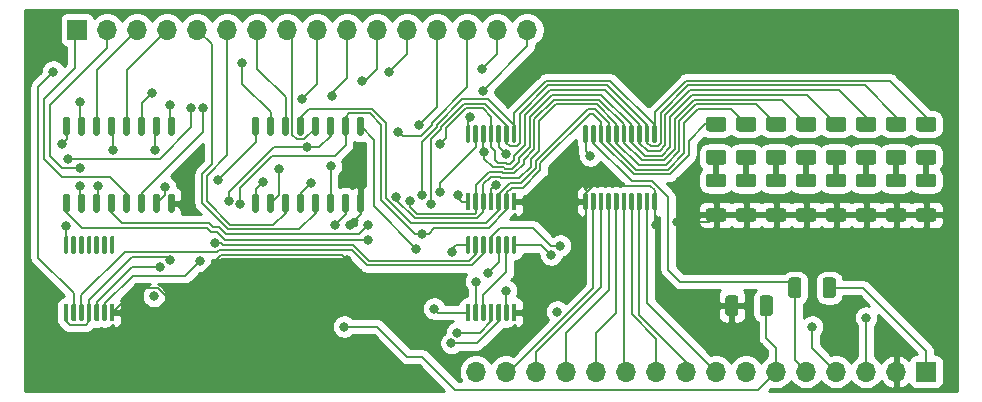
<source format=gbr>
%TF.GenerationSoftware,KiCad,Pcbnew,(5.1.10-1-10_14)*%
%TF.CreationDate,2021-10-28T13:44:03-04:00*%
%TF.ProjectId,ALU-Adder,414c552d-4164-4646-9572-2e6b69636164,rev?*%
%TF.SameCoordinates,Original*%
%TF.FileFunction,Copper,L1,Top*%
%TF.FilePolarity,Positive*%
%FSLAX46Y46*%
G04 Gerber Fmt 4.6, Leading zero omitted, Abs format (unit mm)*
G04 Created by KiCad (PCBNEW (5.1.10-1-10_14)) date 2021-10-28 13:44:03*
%MOMM*%
%LPD*%
G01*
G04 APERTURE LIST*
%TA.AperFunction,ComponentPad*%
%ADD10O,1.700000X1.700000*%
%TD*%
%TA.AperFunction,ComponentPad*%
%ADD11R,1.700000X1.700000*%
%TD*%
%TA.AperFunction,ViaPad*%
%ADD12C,0.800000*%
%TD*%
%TA.AperFunction,Conductor*%
%ADD13C,0.200000*%
%TD*%
%TA.AperFunction,Conductor*%
%ADD14C,0.500000*%
%TD*%
%TA.AperFunction,Conductor*%
%ADD15C,0.254000*%
%TD*%
%TA.AperFunction,Conductor*%
%ADD16C,0.100000*%
%TD*%
G04 APERTURE END LIST*
D10*
%TO.P,J2,16*%
%TO.N,\u03A37*%
X146304000Y-106426000D03*
%TO.P,J2,15*%
%TO.N,BUS_07*%
X148844000Y-106426000D03*
%TO.P,J2,14*%
%TO.N,BUS_06*%
X151384000Y-106426000D03*
%TO.P,J2,13*%
%TO.N,BUS_05*%
X153924000Y-106426000D03*
%TO.P,J2,12*%
%TO.N,BUS_04*%
X156464000Y-106426000D03*
%TO.P,J2,11*%
%TO.N,BUS_03*%
X159004000Y-106426000D03*
%TO.P,J2,10*%
%TO.N,BUS_02*%
X161544000Y-106426000D03*
%TO.P,J2,9*%
%TO.N,BUS_01*%
X164084000Y-106426000D03*
%TO.P,J2,8*%
%TO.N,BUS_00*%
X166624000Y-106426000D03*
%TO.P,J2,7*%
%TO.N,CARRY_OUT*%
X169164000Y-106426000D03*
%TO.P,J2,6*%
%TO.N,CARRY_IN*%
X171704000Y-106426000D03*
%TO.P,J2,5*%
%TO.N,~ALU_OUT*%
X174244000Y-106426000D03*
%TO.P,J2,4*%
%TO.N,ZERO*%
X176784000Y-106426000D03*
%TO.P,J2,3*%
%TO.N,OVERFLOW*%
X179324000Y-106426000D03*
%TO.P,J2,2*%
%TO.N,GND*%
X181864000Y-106426000D03*
D11*
%TO.P,J2,1*%
%TO.N,VCC*%
X184404000Y-106426000D03*
%TD*%
%TO.P,U16,2*%
%TO.N,CARRY_IN*%
%TA.AperFunction,SMDPad,CuDef*%
G36*
G01*
X170318000Y-101463001D02*
X170318000Y-100212999D01*
G75*
G02*
X170567999Y-99963000I249999J0D01*
G01*
X171193001Y-99963000D01*
G75*
G02*
X171443000Y-100212999I0J-249999D01*
G01*
X171443000Y-101463001D01*
G75*
G02*
X171193001Y-101713000I-249999J0D01*
G01*
X170567999Y-101713000D01*
G75*
G02*
X170318000Y-101463001I0J249999D01*
G01*
G37*
%TD.AperFunction*%
%TO.P,U16,1*%
%TO.N,GND*%
%TA.AperFunction,SMDPad,CuDef*%
G36*
G01*
X167393000Y-101463001D02*
X167393000Y-100212999D01*
G75*
G02*
X167642999Y-99963000I249999J0D01*
G01*
X168268001Y-99963000D01*
G75*
G02*
X168518000Y-100212999I0J-249999D01*
G01*
X168518000Y-101463001D01*
G75*
G02*
X168268001Y-101713000I-249999J0D01*
G01*
X167642999Y-101713000D01*
G75*
G02*
X167393000Y-101463001I0J249999D01*
G01*
G37*
%TD.AperFunction*%
%TD*%
%TO.P,U15,2*%
%TO.N,GND*%
%TA.AperFunction,SMDPad,CuDef*%
G36*
G01*
X165998999Y-92594000D02*
X167249001Y-92594000D01*
G75*
G02*
X167499000Y-92843999I0J-249999D01*
G01*
X167499000Y-93469001D01*
G75*
G02*
X167249001Y-93719000I-249999J0D01*
G01*
X165998999Y-93719000D01*
G75*
G02*
X165749000Y-93469001I0J249999D01*
G01*
X165749000Y-92843999D01*
G75*
G02*
X165998999Y-92594000I249999J0D01*
G01*
G37*
%TD.AperFunction*%
%TO.P,U15,1*%
%TO.N,Net-(D8-Pad1)*%
%TA.AperFunction,SMDPad,CuDef*%
G36*
G01*
X165998999Y-89669000D02*
X167249001Y-89669000D01*
G75*
G02*
X167499000Y-89918999I0J-249999D01*
G01*
X167499000Y-90544001D01*
G75*
G02*
X167249001Y-90794000I-249999J0D01*
G01*
X165998999Y-90794000D01*
G75*
G02*
X165749000Y-90544001I0J249999D01*
G01*
X165749000Y-89918999D01*
G75*
G02*
X165998999Y-89669000I249999J0D01*
G01*
G37*
%TD.AperFunction*%
%TD*%
%TO.P,U14,2*%
%TO.N,GND*%
%TA.AperFunction,SMDPad,CuDef*%
G36*
G01*
X168538999Y-92594000D02*
X169789001Y-92594000D01*
G75*
G02*
X170039000Y-92843999I0J-249999D01*
G01*
X170039000Y-93469001D01*
G75*
G02*
X169789001Y-93719000I-249999J0D01*
G01*
X168538999Y-93719000D01*
G75*
G02*
X168289000Y-93469001I0J249999D01*
G01*
X168289000Y-92843999D01*
G75*
G02*
X168538999Y-92594000I249999J0D01*
G01*
G37*
%TD.AperFunction*%
%TO.P,U14,1*%
%TO.N,Net-(D7-Pad1)*%
%TA.AperFunction,SMDPad,CuDef*%
G36*
G01*
X168538999Y-89669000D02*
X169789001Y-89669000D01*
G75*
G02*
X170039000Y-89918999I0J-249999D01*
G01*
X170039000Y-90544001D01*
G75*
G02*
X169789001Y-90794000I-249999J0D01*
G01*
X168538999Y-90794000D01*
G75*
G02*
X168289000Y-90544001I0J249999D01*
G01*
X168289000Y-89918999D01*
G75*
G02*
X168538999Y-89669000I249999J0D01*
G01*
G37*
%TD.AperFunction*%
%TD*%
%TO.P,U13,2*%
%TO.N,GND*%
%TA.AperFunction,SMDPad,CuDef*%
G36*
G01*
X171078999Y-92594000D02*
X172329001Y-92594000D01*
G75*
G02*
X172579000Y-92843999I0J-249999D01*
G01*
X172579000Y-93469001D01*
G75*
G02*
X172329001Y-93719000I-249999J0D01*
G01*
X171078999Y-93719000D01*
G75*
G02*
X170829000Y-93469001I0J249999D01*
G01*
X170829000Y-92843999D01*
G75*
G02*
X171078999Y-92594000I249999J0D01*
G01*
G37*
%TD.AperFunction*%
%TO.P,U13,1*%
%TO.N,Net-(D6-Pad1)*%
%TA.AperFunction,SMDPad,CuDef*%
G36*
G01*
X171078999Y-89669000D02*
X172329001Y-89669000D01*
G75*
G02*
X172579000Y-89918999I0J-249999D01*
G01*
X172579000Y-90544001D01*
G75*
G02*
X172329001Y-90794000I-249999J0D01*
G01*
X171078999Y-90794000D01*
G75*
G02*
X170829000Y-90544001I0J249999D01*
G01*
X170829000Y-89918999D01*
G75*
G02*
X171078999Y-89669000I249999J0D01*
G01*
G37*
%TD.AperFunction*%
%TD*%
%TO.P,U12,2*%
%TO.N,GND*%
%TA.AperFunction,SMDPad,CuDef*%
G36*
G01*
X173618999Y-92594000D02*
X174869001Y-92594000D01*
G75*
G02*
X175119000Y-92843999I0J-249999D01*
G01*
X175119000Y-93469001D01*
G75*
G02*
X174869001Y-93719000I-249999J0D01*
G01*
X173618999Y-93719000D01*
G75*
G02*
X173369000Y-93469001I0J249999D01*
G01*
X173369000Y-92843999D01*
G75*
G02*
X173618999Y-92594000I249999J0D01*
G01*
G37*
%TD.AperFunction*%
%TO.P,U12,1*%
%TO.N,Net-(D5-Pad1)*%
%TA.AperFunction,SMDPad,CuDef*%
G36*
G01*
X173618999Y-89669000D02*
X174869001Y-89669000D01*
G75*
G02*
X175119000Y-89918999I0J-249999D01*
G01*
X175119000Y-90544001D01*
G75*
G02*
X174869001Y-90794000I-249999J0D01*
G01*
X173618999Y-90794000D01*
G75*
G02*
X173369000Y-90544001I0J249999D01*
G01*
X173369000Y-89918999D01*
G75*
G02*
X173618999Y-89669000I249999J0D01*
G01*
G37*
%TD.AperFunction*%
%TD*%
%TO.P,U11,2*%
%TO.N,GND*%
%TA.AperFunction,SMDPad,CuDef*%
G36*
G01*
X176158999Y-92594000D02*
X177409001Y-92594000D01*
G75*
G02*
X177659000Y-92843999I0J-249999D01*
G01*
X177659000Y-93469001D01*
G75*
G02*
X177409001Y-93719000I-249999J0D01*
G01*
X176158999Y-93719000D01*
G75*
G02*
X175909000Y-93469001I0J249999D01*
G01*
X175909000Y-92843999D01*
G75*
G02*
X176158999Y-92594000I249999J0D01*
G01*
G37*
%TD.AperFunction*%
%TO.P,U11,1*%
%TO.N,Net-(D4-Pad1)*%
%TA.AperFunction,SMDPad,CuDef*%
G36*
G01*
X176158999Y-89669000D02*
X177409001Y-89669000D01*
G75*
G02*
X177659000Y-89918999I0J-249999D01*
G01*
X177659000Y-90544001D01*
G75*
G02*
X177409001Y-90794000I-249999J0D01*
G01*
X176158999Y-90794000D01*
G75*
G02*
X175909000Y-90544001I0J249999D01*
G01*
X175909000Y-89918999D01*
G75*
G02*
X176158999Y-89669000I249999J0D01*
G01*
G37*
%TD.AperFunction*%
%TD*%
%TO.P,U10,2*%
%TO.N,GND*%
%TA.AperFunction,SMDPad,CuDef*%
G36*
G01*
X178698999Y-92594000D02*
X179949001Y-92594000D01*
G75*
G02*
X180199000Y-92843999I0J-249999D01*
G01*
X180199000Y-93469001D01*
G75*
G02*
X179949001Y-93719000I-249999J0D01*
G01*
X178698999Y-93719000D01*
G75*
G02*
X178449000Y-93469001I0J249999D01*
G01*
X178449000Y-92843999D01*
G75*
G02*
X178698999Y-92594000I249999J0D01*
G01*
G37*
%TD.AperFunction*%
%TO.P,U10,1*%
%TO.N,Net-(D3-Pad1)*%
%TA.AperFunction,SMDPad,CuDef*%
G36*
G01*
X178698999Y-89669000D02*
X179949001Y-89669000D01*
G75*
G02*
X180199000Y-89918999I0J-249999D01*
G01*
X180199000Y-90544001D01*
G75*
G02*
X179949001Y-90794000I-249999J0D01*
G01*
X178698999Y-90794000D01*
G75*
G02*
X178449000Y-90544001I0J249999D01*
G01*
X178449000Y-89918999D01*
G75*
G02*
X178698999Y-89669000I249999J0D01*
G01*
G37*
%TD.AperFunction*%
%TD*%
%TO.P,U9,2*%
%TO.N,GND*%
%TA.AperFunction,SMDPad,CuDef*%
G36*
G01*
X181238999Y-92594000D02*
X182489001Y-92594000D01*
G75*
G02*
X182739000Y-92843999I0J-249999D01*
G01*
X182739000Y-93469001D01*
G75*
G02*
X182489001Y-93719000I-249999J0D01*
G01*
X181238999Y-93719000D01*
G75*
G02*
X180989000Y-93469001I0J249999D01*
G01*
X180989000Y-92843999D01*
G75*
G02*
X181238999Y-92594000I249999J0D01*
G01*
G37*
%TD.AperFunction*%
%TO.P,U9,1*%
%TO.N,Net-(D2-Pad1)*%
%TA.AperFunction,SMDPad,CuDef*%
G36*
G01*
X181238999Y-89669000D02*
X182489001Y-89669000D01*
G75*
G02*
X182739000Y-89918999I0J-249999D01*
G01*
X182739000Y-90544001D01*
G75*
G02*
X182489001Y-90794000I-249999J0D01*
G01*
X181238999Y-90794000D01*
G75*
G02*
X180989000Y-90544001I0J249999D01*
G01*
X180989000Y-89918999D01*
G75*
G02*
X181238999Y-89669000I249999J0D01*
G01*
G37*
%TD.AperFunction*%
%TD*%
%TO.P,U8,2*%
%TO.N,GND*%
%TA.AperFunction,SMDPad,CuDef*%
G36*
G01*
X183778999Y-92594000D02*
X185029001Y-92594000D01*
G75*
G02*
X185279000Y-92843999I0J-249999D01*
G01*
X185279000Y-93469001D01*
G75*
G02*
X185029001Y-93719000I-249999J0D01*
G01*
X183778999Y-93719000D01*
G75*
G02*
X183529000Y-93469001I0J249999D01*
G01*
X183529000Y-92843999D01*
G75*
G02*
X183778999Y-92594000I249999J0D01*
G01*
G37*
%TD.AperFunction*%
%TO.P,U8,1*%
%TO.N,Net-(D1-Pad1)*%
%TA.AperFunction,SMDPad,CuDef*%
G36*
G01*
X183778999Y-89669000D02*
X185029001Y-89669000D01*
G75*
G02*
X185279000Y-89918999I0J-249999D01*
G01*
X185279000Y-90544001D01*
G75*
G02*
X185029001Y-90794000I-249999J0D01*
G01*
X183778999Y-90794000D01*
G75*
G02*
X183529000Y-90544001I0J249999D01*
G01*
X183529000Y-89918999D01*
G75*
G02*
X183778999Y-89669000I249999J0D01*
G01*
G37*
%TD.AperFunction*%
%TD*%
%TO.P,U7,20*%
%TO.N,VCC*%
%TA.AperFunction,SMDPad,CuDef*%
G36*
G01*
X155671000Y-87029000D02*
X155471000Y-87029000D01*
G75*
G02*
X155371000Y-86929000I0J100000D01*
G01*
X155371000Y-85654000D01*
G75*
G02*
X155471000Y-85554000I100000J0D01*
G01*
X155671000Y-85554000D01*
G75*
G02*
X155771000Y-85654000I0J-100000D01*
G01*
X155771000Y-86929000D01*
G75*
G02*
X155671000Y-87029000I-100000J0D01*
G01*
G37*
%TD.AperFunction*%
%TO.P,U7,19*%
%TO.N,~ALU_OUT*%
%TA.AperFunction,SMDPad,CuDef*%
G36*
G01*
X156321000Y-87029000D02*
X156121000Y-87029000D01*
G75*
G02*
X156021000Y-86929000I0J100000D01*
G01*
X156021000Y-85654000D01*
G75*
G02*
X156121000Y-85554000I100000J0D01*
G01*
X156321000Y-85554000D01*
G75*
G02*
X156421000Y-85654000I0J-100000D01*
G01*
X156421000Y-86929000D01*
G75*
G02*
X156321000Y-87029000I-100000J0D01*
G01*
G37*
%TD.AperFunction*%
%TO.P,U7,18*%
%TO.N,\u03A37*%
%TA.AperFunction,SMDPad,CuDef*%
G36*
G01*
X156971000Y-87029000D02*
X156771000Y-87029000D01*
G75*
G02*
X156671000Y-86929000I0J100000D01*
G01*
X156671000Y-85654000D01*
G75*
G02*
X156771000Y-85554000I100000J0D01*
G01*
X156971000Y-85554000D01*
G75*
G02*
X157071000Y-85654000I0J-100000D01*
G01*
X157071000Y-86929000D01*
G75*
G02*
X156971000Y-87029000I-100000J0D01*
G01*
G37*
%TD.AperFunction*%
%TO.P,U7,17*%
%TO.N,\u03A36*%
%TA.AperFunction,SMDPad,CuDef*%
G36*
G01*
X157621000Y-87029000D02*
X157421000Y-87029000D01*
G75*
G02*
X157321000Y-86929000I0J100000D01*
G01*
X157321000Y-85654000D01*
G75*
G02*
X157421000Y-85554000I100000J0D01*
G01*
X157621000Y-85554000D01*
G75*
G02*
X157721000Y-85654000I0J-100000D01*
G01*
X157721000Y-86929000D01*
G75*
G02*
X157621000Y-87029000I-100000J0D01*
G01*
G37*
%TD.AperFunction*%
%TO.P,U7,16*%
%TO.N,\u03A35*%
%TA.AperFunction,SMDPad,CuDef*%
G36*
G01*
X158271000Y-87029000D02*
X158071000Y-87029000D01*
G75*
G02*
X157971000Y-86929000I0J100000D01*
G01*
X157971000Y-85654000D01*
G75*
G02*
X158071000Y-85554000I100000J0D01*
G01*
X158271000Y-85554000D01*
G75*
G02*
X158371000Y-85654000I0J-100000D01*
G01*
X158371000Y-86929000D01*
G75*
G02*
X158271000Y-87029000I-100000J0D01*
G01*
G37*
%TD.AperFunction*%
%TO.P,U7,15*%
%TO.N,\u03A34*%
%TA.AperFunction,SMDPad,CuDef*%
G36*
G01*
X158921000Y-87029000D02*
X158721000Y-87029000D01*
G75*
G02*
X158621000Y-86929000I0J100000D01*
G01*
X158621000Y-85654000D01*
G75*
G02*
X158721000Y-85554000I100000J0D01*
G01*
X158921000Y-85554000D01*
G75*
G02*
X159021000Y-85654000I0J-100000D01*
G01*
X159021000Y-86929000D01*
G75*
G02*
X158921000Y-87029000I-100000J0D01*
G01*
G37*
%TD.AperFunction*%
%TO.P,U7,14*%
%TO.N,\u03A33*%
%TA.AperFunction,SMDPad,CuDef*%
G36*
G01*
X159571000Y-87029000D02*
X159371000Y-87029000D01*
G75*
G02*
X159271000Y-86929000I0J100000D01*
G01*
X159271000Y-85654000D01*
G75*
G02*
X159371000Y-85554000I100000J0D01*
G01*
X159571000Y-85554000D01*
G75*
G02*
X159671000Y-85654000I0J-100000D01*
G01*
X159671000Y-86929000D01*
G75*
G02*
X159571000Y-87029000I-100000J0D01*
G01*
G37*
%TD.AperFunction*%
%TO.P,U7,13*%
%TO.N,\u03A32*%
%TA.AperFunction,SMDPad,CuDef*%
G36*
G01*
X160221000Y-87029000D02*
X160021000Y-87029000D01*
G75*
G02*
X159921000Y-86929000I0J100000D01*
G01*
X159921000Y-85654000D01*
G75*
G02*
X160021000Y-85554000I100000J0D01*
G01*
X160221000Y-85554000D01*
G75*
G02*
X160321000Y-85654000I0J-100000D01*
G01*
X160321000Y-86929000D01*
G75*
G02*
X160221000Y-87029000I-100000J0D01*
G01*
G37*
%TD.AperFunction*%
%TO.P,U7,12*%
%TO.N,\u03A31*%
%TA.AperFunction,SMDPad,CuDef*%
G36*
G01*
X160871000Y-87029000D02*
X160671000Y-87029000D01*
G75*
G02*
X160571000Y-86929000I0J100000D01*
G01*
X160571000Y-85654000D01*
G75*
G02*
X160671000Y-85554000I100000J0D01*
G01*
X160871000Y-85554000D01*
G75*
G02*
X160971000Y-85654000I0J-100000D01*
G01*
X160971000Y-86929000D01*
G75*
G02*
X160871000Y-87029000I-100000J0D01*
G01*
G37*
%TD.AperFunction*%
%TO.P,U7,11*%
%TO.N,\u03A30*%
%TA.AperFunction,SMDPad,CuDef*%
G36*
G01*
X161521000Y-87029000D02*
X161321000Y-87029000D01*
G75*
G02*
X161221000Y-86929000I0J100000D01*
G01*
X161221000Y-85654000D01*
G75*
G02*
X161321000Y-85554000I100000J0D01*
G01*
X161521000Y-85554000D01*
G75*
G02*
X161621000Y-85654000I0J-100000D01*
G01*
X161621000Y-86929000D01*
G75*
G02*
X161521000Y-87029000I-100000J0D01*
G01*
G37*
%TD.AperFunction*%
%TO.P,U7,10*%
%TO.N,GND*%
%TA.AperFunction,SMDPad,CuDef*%
G36*
G01*
X161521000Y-92754000D02*
X161321000Y-92754000D01*
G75*
G02*
X161221000Y-92654000I0J100000D01*
G01*
X161221000Y-91379000D01*
G75*
G02*
X161321000Y-91279000I100000J0D01*
G01*
X161521000Y-91279000D01*
G75*
G02*
X161621000Y-91379000I0J-100000D01*
G01*
X161621000Y-92654000D01*
G75*
G02*
X161521000Y-92754000I-100000J0D01*
G01*
G37*
%TD.AperFunction*%
%TO.P,U7,9*%
%TO.N,BUS_00*%
%TA.AperFunction,SMDPad,CuDef*%
G36*
G01*
X160871000Y-92754000D02*
X160671000Y-92754000D01*
G75*
G02*
X160571000Y-92654000I0J100000D01*
G01*
X160571000Y-91379000D01*
G75*
G02*
X160671000Y-91279000I100000J0D01*
G01*
X160871000Y-91279000D01*
G75*
G02*
X160971000Y-91379000I0J-100000D01*
G01*
X160971000Y-92654000D01*
G75*
G02*
X160871000Y-92754000I-100000J0D01*
G01*
G37*
%TD.AperFunction*%
%TO.P,U7,8*%
%TO.N,BUS_01*%
%TA.AperFunction,SMDPad,CuDef*%
G36*
G01*
X160221000Y-92754000D02*
X160021000Y-92754000D01*
G75*
G02*
X159921000Y-92654000I0J100000D01*
G01*
X159921000Y-91379000D01*
G75*
G02*
X160021000Y-91279000I100000J0D01*
G01*
X160221000Y-91279000D01*
G75*
G02*
X160321000Y-91379000I0J-100000D01*
G01*
X160321000Y-92654000D01*
G75*
G02*
X160221000Y-92754000I-100000J0D01*
G01*
G37*
%TD.AperFunction*%
%TO.P,U7,7*%
%TO.N,BUS_02*%
%TA.AperFunction,SMDPad,CuDef*%
G36*
G01*
X159571000Y-92754000D02*
X159371000Y-92754000D01*
G75*
G02*
X159271000Y-92654000I0J100000D01*
G01*
X159271000Y-91379000D01*
G75*
G02*
X159371000Y-91279000I100000J0D01*
G01*
X159571000Y-91279000D01*
G75*
G02*
X159671000Y-91379000I0J-100000D01*
G01*
X159671000Y-92654000D01*
G75*
G02*
X159571000Y-92754000I-100000J0D01*
G01*
G37*
%TD.AperFunction*%
%TO.P,U7,6*%
%TO.N,BUS_03*%
%TA.AperFunction,SMDPad,CuDef*%
G36*
G01*
X158921000Y-92754000D02*
X158721000Y-92754000D01*
G75*
G02*
X158621000Y-92654000I0J100000D01*
G01*
X158621000Y-91379000D01*
G75*
G02*
X158721000Y-91279000I100000J0D01*
G01*
X158921000Y-91279000D01*
G75*
G02*
X159021000Y-91379000I0J-100000D01*
G01*
X159021000Y-92654000D01*
G75*
G02*
X158921000Y-92754000I-100000J0D01*
G01*
G37*
%TD.AperFunction*%
%TO.P,U7,5*%
%TO.N,BUS_04*%
%TA.AperFunction,SMDPad,CuDef*%
G36*
G01*
X158271000Y-92754000D02*
X158071000Y-92754000D01*
G75*
G02*
X157971000Y-92654000I0J100000D01*
G01*
X157971000Y-91379000D01*
G75*
G02*
X158071000Y-91279000I100000J0D01*
G01*
X158271000Y-91279000D01*
G75*
G02*
X158371000Y-91379000I0J-100000D01*
G01*
X158371000Y-92654000D01*
G75*
G02*
X158271000Y-92754000I-100000J0D01*
G01*
G37*
%TD.AperFunction*%
%TO.P,U7,4*%
%TO.N,BUS_05*%
%TA.AperFunction,SMDPad,CuDef*%
G36*
G01*
X157621000Y-92754000D02*
X157421000Y-92754000D01*
G75*
G02*
X157321000Y-92654000I0J100000D01*
G01*
X157321000Y-91379000D01*
G75*
G02*
X157421000Y-91279000I100000J0D01*
G01*
X157621000Y-91279000D01*
G75*
G02*
X157721000Y-91379000I0J-100000D01*
G01*
X157721000Y-92654000D01*
G75*
G02*
X157621000Y-92754000I-100000J0D01*
G01*
G37*
%TD.AperFunction*%
%TO.P,U7,3*%
%TO.N,BUS_06*%
%TA.AperFunction,SMDPad,CuDef*%
G36*
G01*
X156971000Y-92754000D02*
X156771000Y-92754000D01*
G75*
G02*
X156671000Y-92654000I0J100000D01*
G01*
X156671000Y-91379000D01*
G75*
G02*
X156771000Y-91279000I100000J0D01*
G01*
X156971000Y-91279000D01*
G75*
G02*
X157071000Y-91379000I0J-100000D01*
G01*
X157071000Y-92654000D01*
G75*
G02*
X156971000Y-92754000I-100000J0D01*
G01*
G37*
%TD.AperFunction*%
%TO.P,U7,2*%
%TO.N,BUS_07*%
%TA.AperFunction,SMDPad,CuDef*%
G36*
G01*
X156321000Y-92754000D02*
X156121000Y-92754000D01*
G75*
G02*
X156021000Y-92654000I0J100000D01*
G01*
X156021000Y-91379000D01*
G75*
G02*
X156121000Y-91279000I100000J0D01*
G01*
X156321000Y-91279000D01*
G75*
G02*
X156421000Y-91379000I0J-100000D01*
G01*
X156421000Y-92654000D01*
G75*
G02*
X156321000Y-92754000I-100000J0D01*
G01*
G37*
%TD.AperFunction*%
%TO.P,U7,1*%
%TO.N,GND*%
%TA.AperFunction,SMDPad,CuDef*%
G36*
G01*
X155671000Y-92754000D02*
X155471000Y-92754000D01*
G75*
G02*
X155371000Y-92654000I0J100000D01*
G01*
X155371000Y-91379000D01*
G75*
G02*
X155471000Y-91279000I100000J0D01*
G01*
X155671000Y-91279000D01*
G75*
G02*
X155771000Y-91379000I0J-100000D01*
G01*
X155771000Y-92654000D01*
G75*
G02*
X155671000Y-92754000I-100000J0D01*
G01*
G37*
%TD.AperFunction*%
%TD*%
%TO.P,U6,2*%
%TO.N,VCC*%
%TA.AperFunction,SMDPad,CuDef*%
G36*
G01*
X175652000Y-99939001D02*
X175652000Y-98688999D01*
G75*
G02*
X175901999Y-98439000I249999J0D01*
G01*
X176527001Y-98439000D01*
G75*
G02*
X176777000Y-98688999I0J-249999D01*
G01*
X176777000Y-99939001D01*
G75*
G02*
X176527001Y-100189000I-249999J0D01*
G01*
X175901999Y-100189000D01*
G75*
G02*
X175652000Y-99939001I0J249999D01*
G01*
G37*
%TD.AperFunction*%
%TO.P,U6,1*%
%TO.N,~ALU_OUT*%
%TA.AperFunction,SMDPad,CuDef*%
G36*
G01*
X172727000Y-99939001D02*
X172727000Y-98688999D01*
G75*
G02*
X172976999Y-98439000I249999J0D01*
G01*
X173602001Y-98439000D01*
G75*
G02*
X173852000Y-98688999I0J-249999D01*
G01*
X173852000Y-99939001D01*
G75*
G02*
X173602001Y-100189000I-249999J0D01*
G01*
X172976999Y-100189000D01*
G75*
G02*
X172727000Y-99939001I0J249999D01*
G01*
G37*
%TD.AperFunction*%
%TD*%
%TO.P,U5,14*%
%TO.N,VCC*%
%TA.AperFunction,SMDPad,CuDef*%
G36*
G01*
X111688000Y-96427000D02*
X111488000Y-96427000D01*
G75*
G02*
X111388000Y-96327000I0J100000D01*
G01*
X111388000Y-95052000D01*
G75*
G02*
X111488000Y-94952000I100000J0D01*
G01*
X111688000Y-94952000D01*
G75*
G02*
X111788000Y-95052000I0J-100000D01*
G01*
X111788000Y-96327000D01*
G75*
G02*
X111688000Y-96427000I-100000J0D01*
G01*
G37*
%TD.AperFunction*%
%TO.P,U5,13*%
%TO.N,N/C*%
%TA.AperFunction,SMDPad,CuDef*%
G36*
G01*
X112338000Y-96427000D02*
X112138000Y-96427000D01*
G75*
G02*
X112038000Y-96327000I0J100000D01*
G01*
X112038000Y-95052000D01*
G75*
G02*
X112138000Y-94952000I100000J0D01*
G01*
X112338000Y-94952000D01*
G75*
G02*
X112438000Y-95052000I0J-100000D01*
G01*
X112438000Y-96327000D01*
G75*
G02*
X112338000Y-96427000I-100000J0D01*
G01*
G37*
%TD.AperFunction*%
%TO.P,U5,12*%
%TA.AperFunction,SMDPad,CuDef*%
G36*
G01*
X112988000Y-96427000D02*
X112788000Y-96427000D01*
G75*
G02*
X112688000Y-96327000I0J100000D01*
G01*
X112688000Y-95052000D01*
G75*
G02*
X112788000Y-94952000I100000J0D01*
G01*
X112988000Y-94952000D01*
G75*
G02*
X113088000Y-95052000I0J-100000D01*
G01*
X113088000Y-96327000D01*
G75*
G02*
X112988000Y-96427000I-100000J0D01*
G01*
G37*
%TD.AperFunction*%
%TO.P,U5,11*%
%TA.AperFunction,SMDPad,CuDef*%
G36*
G01*
X113638000Y-96427000D02*
X113438000Y-96427000D01*
G75*
G02*
X113338000Y-96327000I0J100000D01*
G01*
X113338000Y-95052000D01*
G75*
G02*
X113438000Y-94952000I100000J0D01*
G01*
X113638000Y-94952000D01*
G75*
G02*
X113738000Y-95052000I0J-100000D01*
G01*
X113738000Y-96327000D01*
G75*
G02*
X113638000Y-96427000I-100000J0D01*
G01*
G37*
%TD.AperFunction*%
%TO.P,U5,10*%
%TA.AperFunction,SMDPad,CuDef*%
G36*
G01*
X114288000Y-96427000D02*
X114088000Y-96427000D01*
G75*
G02*
X113988000Y-96327000I0J100000D01*
G01*
X113988000Y-95052000D01*
G75*
G02*
X114088000Y-94952000I100000J0D01*
G01*
X114288000Y-94952000D01*
G75*
G02*
X114388000Y-95052000I0J-100000D01*
G01*
X114388000Y-96327000D01*
G75*
G02*
X114288000Y-96427000I-100000J0D01*
G01*
G37*
%TD.AperFunction*%
%TO.P,U5,9*%
%TA.AperFunction,SMDPad,CuDef*%
G36*
G01*
X114938000Y-96427000D02*
X114738000Y-96427000D01*
G75*
G02*
X114638000Y-96327000I0J100000D01*
G01*
X114638000Y-95052000D01*
G75*
G02*
X114738000Y-94952000I100000J0D01*
G01*
X114938000Y-94952000D01*
G75*
G02*
X115038000Y-95052000I0J-100000D01*
G01*
X115038000Y-96327000D01*
G75*
G02*
X114938000Y-96427000I-100000J0D01*
G01*
G37*
%TD.AperFunction*%
%TO.P,U5,8*%
%TA.AperFunction,SMDPad,CuDef*%
G36*
G01*
X115588000Y-96427000D02*
X115388000Y-96427000D01*
G75*
G02*
X115288000Y-96327000I0J100000D01*
G01*
X115288000Y-95052000D01*
G75*
G02*
X115388000Y-94952000I100000J0D01*
G01*
X115588000Y-94952000D01*
G75*
G02*
X115688000Y-95052000I0J-100000D01*
G01*
X115688000Y-96327000D01*
G75*
G02*
X115588000Y-96427000I-100000J0D01*
G01*
G37*
%TD.AperFunction*%
%TO.P,U5,7*%
%TO.N,GND*%
%TA.AperFunction,SMDPad,CuDef*%
G36*
G01*
X115588000Y-102152000D02*
X115388000Y-102152000D01*
G75*
G02*
X115288000Y-102052000I0J100000D01*
G01*
X115288000Y-100777000D01*
G75*
G02*
X115388000Y-100677000I100000J0D01*
G01*
X115588000Y-100677000D01*
G75*
G02*
X115688000Y-100777000I0J-100000D01*
G01*
X115688000Y-102052000D01*
G75*
G02*
X115588000Y-102152000I-100000J0D01*
G01*
G37*
%TD.AperFunction*%
%TO.P,U5,6*%
%TO.N,Net-(U3-Pad13)*%
%TA.AperFunction,SMDPad,CuDef*%
G36*
G01*
X114938000Y-102152000D02*
X114738000Y-102152000D01*
G75*
G02*
X114638000Y-102052000I0J100000D01*
G01*
X114638000Y-100777000D01*
G75*
G02*
X114738000Y-100677000I100000J0D01*
G01*
X114938000Y-100677000D01*
G75*
G02*
X115038000Y-100777000I0J-100000D01*
G01*
X115038000Y-102052000D01*
G75*
G02*
X114938000Y-102152000I-100000J0D01*
G01*
G37*
%TD.AperFunction*%
%TO.P,U5,5*%
%TO.N,RHS7*%
%TA.AperFunction,SMDPad,CuDef*%
G36*
G01*
X114288000Y-102152000D02*
X114088000Y-102152000D01*
G75*
G02*
X113988000Y-102052000I0J100000D01*
G01*
X113988000Y-100777000D01*
G75*
G02*
X114088000Y-100677000I100000J0D01*
G01*
X114288000Y-100677000D01*
G75*
G02*
X114388000Y-100777000I0J-100000D01*
G01*
X114388000Y-102052000D01*
G75*
G02*
X114288000Y-102152000I-100000J0D01*
G01*
G37*
%TD.AperFunction*%
%TO.P,U5,4*%
%TO.N,\u03A37*%
%TA.AperFunction,SMDPad,CuDef*%
G36*
G01*
X113638000Y-102152000D02*
X113438000Y-102152000D01*
G75*
G02*
X113338000Y-102052000I0J100000D01*
G01*
X113338000Y-100777000D01*
G75*
G02*
X113438000Y-100677000I100000J0D01*
G01*
X113638000Y-100677000D01*
G75*
G02*
X113738000Y-100777000I0J-100000D01*
G01*
X113738000Y-102052000D01*
G75*
G02*
X113638000Y-102152000I-100000J0D01*
G01*
G37*
%TD.AperFunction*%
%TO.P,U5,3*%
%TO.N,Net-(U3-Pad12)*%
%TA.AperFunction,SMDPad,CuDef*%
G36*
G01*
X112988000Y-102152000D02*
X112788000Y-102152000D01*
G75*
G02*
X112688000Y-102052000I0J100000D01*
G01*
X112688000Y-100777000D01*
G75*
G02*
X112788000Y-100677000I100000J0D01*
G01*
X112988000Y-100677000D01*
G75*
G02*
X113088000Y-100777000I0J-100000D01*
G01*
X113088000Y-102052000D01*
G75*
G02*
X112988000Y-102152000I-100000J0D01*
G01*
G37*
%TD.AperFunction*%
%TO.P,U5,2*%
%TO.N,LHS7*%
%TA.AperFunction,SMDPad,CuDef*%
G36*
G01*
X112338000Y-102152000D02*
X112138000Y-102152000D01*
G75*
G02*
X112038000Y-102052000I0J100000D01*
G01*
X112038000Y-100777000D01*
G75*
G02*
X112138000Y-100677000I100000J0D01*
G01*
X112338000Y-100677000D01*
G75*
G02*
X112438000Y-100777000I0J-100000D01*
G01*
X112438000Y-102052000D01*
G75*
G02*
X112338000Y-102152000I-100000J0D01*
G01*
G37*
%TD.AperFunction*%
%TO.P,U5,1*%
%TO.N,\u03A37*%
%TA.AperFunction,SMDPad,CuDef*%
G36*
G01*
X111688000Y-102152000D02*
X111488000Y-102152000D01*
G75*
G02*
X111388000Y-102052000I0J100000D01*
G01*
X111388000Y-100777000D01*
G75*
G02*
X111488000Y-100677000I100000J0D01*
G01*
X111688000Y-100677000D01*
G75*
G02*
X111788000Y-100777000I0J-100000D01*
G01*
X111788000Y-102052000D01*
G75*
G02*
X111688000Y-102152000I-100000J0D01*
G01*
G37*
%TD.AperFunction*%
%TD*%
%TO.P,U4,16*%
%TO.N,VCC*%
%TA.AperFunction,SMDPad,CuDef*%
G36*
G01*
X127772500Y-86450000D02*
X127497500Y-86450000D01*
G75*
G02*
X127360000Y-86312500I0J137500D01*
G01*
X127360000Y-84987500D01*
G75*
G02*
X127497500Y-84850000I137500J0D01*
G01*
X127772500Y-84850000D01*
G75*
G02*
X127910000Y-84987500I0J-137500D01*
G01*
X127910000Y-86312500D01*
G75*
G02*
X127772500Y-86450000I-137500J0D01*
G01*
G37*
%TD.AperFunction*%
%TO.P,U4,15*%
%TO.N,RHS6*%
%TA.AperFunction,SMDPad,CuDef*%
G36*
G01*
X129042500Y-86450000D02*
X128767500Y-86450000D01*
G75*
G02*
X128630000Y-86312500I0J137500D01*
G01*
X128630000Y-84987500D01*
G75*
G02*
X128767500Y-84850000I137500J0D01*
G01*
X129042500Y-84850000D01*
G75*
G02*
X129180000Y-84987500I0J-137500D01*
G01*
X129180000Y-86312500D01*
G75*
G02*
X129042500Y-86450000I-137500J0D01*
G01*
G37*
%TD.AperFunction*%
%TO.P,U4,14*%
%TO.N,LHS6*%
%TA.AperFunction,SMDPad,CuDef*%
G36*
G01*
X130312500Y-86450000D02*
X130037500Y-86450000D01*
G75*
G02*
X129900000Y-86312500I0J137500D01*
G01*
X129900000Y-84987500D01*
G75*
G02*
X130037500Y-84850000I137500J0D01*
G01*
X130312500Y-84850000D01*
G75*
G02*
X130450000Y-84987500I0J-137500D01*
G01*
X130450000Y-86312500D01*
G75*
G02*
X130312500Y-86450000I-137500J0D01*
G01*
G37*
%TD.AperFunction*%
%TO.P,U4,13*%
%TO.N,\u03A36*%
%TA.AperFunction,SMDPad,CuDef*%
G36*
G01*
X131582500Y-86450000D02*
X131307500Y-86450000D01*
G75*
G02*
X131170000Y-86312500I0J137500D01*
G01*
X131170000Y-84987500D01*
G75*
G02*
X131307500Y-84850000I137500J0D01*
G01*
X131582500Y-84850000D01*
G75*
G02*
X131720000Y-84987500I0J-137500D01*
G01*
X131720000Y-86312500D01*
G75*
G02*
X131582500Y-86450000I-137500J0D01*
G01*
G37*
%TD.AperFunction*%
%TO.P,U4,12*%
%TO.N,LHS7*%
%TA.AperFunction,SMDPad,CuDef*%
G36*
G01*
X132852500Y-86450000D02*
X132577500Y-86450000D01*
G75*
G02*
X132440000Y-86312500I0J137500D01*
G01*
X132440000Y-84987500D01*
G75*
G02*
X132577500Y-84850000I137500J0D01*
G01*
X132852500Y-84850000D01*
G75*
G02*
X132990000Y-84987500I0J-137500D01*
G01*
X132990000Y-86312500D01*
G75*
G02*
X132852500Y-86450000I-137500J0D01*
G01*
G37*
%TD.AperFunction*%
%TO.P,U4,11*%
%TO.N,RHS7*%
%TA.AperFunction,SMDPad,CuDef*%
G36*
G01*
X134122500Y-86450000D02*
X133847500Y-86450000D01*
G75*
G02*
X133710000Y-86312500I0J137500D01*
G01*
X133710000Y-84987500D01*
G75*
G02*
X133847500Y-84850000I137500J0D01*
G01*
X134122500Y-84850000D01*
G75*
G02*
X134260000Y-84987500I0J-137500D01*
G01*
X134260000Y-86312500D01*
G75*
G02*
X134122500Y-86450000I-137500J0D01*
G01*
G37*
%TD.AperFunction*%
%TO.P,U4,10*%
%TO.N,\u03A37*%
%TA.AperFunction,SMDPad,CuDef*%
G36*
G01*
X135392500Y-86450000D02*
X135117500Y-86450000D01*
G75*
G02*
X134980000Y-86312500I0J137500D01*
G01*
X134980000Y-84987500D01*
G75*
G02*
X135117500Y-84850000I137500J0D01*
G01*
X135392500Y-84850000D01*
G75*
G02*
X135530000Y-84987500I0J-137500D01*
G01*
X135530000Y-86312500D01*
G75*
G02*
X135392500Y-86450000I-137500J0D01*
G01*
G37*
%TD.AperFunction*%
%TO.P,U4,9*%
%TO.N,CARRY_OUT*%
%TA.AperFunction,SMDPad,CuDef*%
G36*
G01*
X136662500Y-86450000D02*
X136387500Y-86450000D01*
G75*
G02*
X136250000Y-86312500I0J137500D01*
G01*
X136250000Y-84987500D01*
G75*
G02*
X136387500Y-84850000I137500J0D01*
G01*
X136662500Y-84850000D01*
G75*
G02*
X136800000Y-84987500I0J-137500D01*
G01*
X136800000Y-86312500D01*
G75*
G02*
X136662500Y-86450000I-137500J0D01*
G01*
G37*
%TD.AperFunction*%
%TO.P,U4,8*%
%TO.N,GND*%
%TA.AperFunction,SMDPad,CuDef*%
G36*
G01*
X136662500Y-92950000D02*
X136387500Y-92950000D01*
G75*
G02*
X136250000Y-92812500I0J137500D01*
G01*
X136250000Y-91487500D01*
G75*
G02*
X136387500Y-91350000I137500J0D01*
G01*
X136662500Y-91350000D01*
G75*
G02*
X136800000Y-91487500I0J-137500D01*
G01*
X136800000Y-92812500D01*
G75*
G02*
X136662500Y-92950000I-137500J0D01*
G01*
G37*
%TD.AperFunction*%
%TO.P,U4,7*%
%TO.N,Net-(U1-Pad9)*%
%TA.AperFunction,SMDPad,CuDef*%
G36*
G01*
X135392500Y-92950000D02*
X135117500Y-92950000D01*
G75*
G02*
X134980000Y-92812500I0J137500D01*
G01*
X134980000Y-91487500D01*
G75*
G02*
X135117500Y-91350000I137500J0D01*
G01*
X135392500Y-91350000D01*
G75*
G02*
X135530000Y-91487500I0J-137500D01*
G01*
X135530000Y-92812500D01*
G75*
G02*
X135392500Y-92950000I-137500J0D01*
G01*
G37*
%TD.AperFunction*%
%TO.P,U4,6*%
%TO.N,RHS4*%
%TA.AperFunction,SMDPad,CuDef*%
G36*
G01*
X134122500Y-92950000D02*
X133847500Y-92950000D01*
G75*
G02*
X133710000Y-92812500I0J137500D01*
G01*
X133710000Y-91487500D01*
G75*
G02*
X133847500Y-91350000I137500J0D01*
G01*
X134122500Y-91350000D01*
G75*
G02*
X134260000Y-91487500I0J-137500D01*
G01*
X134260000Y-92812500D01*
G75*
G02*
X134122500Y-92950000I-137500J0D01*
G01*
G37*
%TD.AperFunction*%
%TO.P,U4,5*%
%TO.N,LHS4*%
%TA.AperFunction,SMDPad,CuDef*%
G36*
G01*
X132852500Y-92950000D02*
X132577500Y-92950000D01*
G75*
G02*
X132440000Y-92812500I0J137500D01*
G01*
X132440000Y-91487500D01*
G75*
G02*
X132577500Y-91350000I137500J0D01*
G01*
X132852500Y-91350000D01*
G75*
G02*
X132990000Y-91487500I0J-137500D01*
G01*
X132990000Y-92812500D01*
G75*
G02*
X132852500Y-92950000I-137500J0D01*
G01*
G37*
%TD.AperFunction*%
%TO.P,U4,4*%
%TO.N,\u03A34*%
%TA.AperFunction,SMDPad,CuDef*%
G36*
G01*
X131582500Y-92950000D02*
X131307500Y-92950000D01*
G75*
G02*
X131170000Y-92812500I0J137500D01*
G01*
X131170000Y-91487500D01*
G75*
G02*
X131307500Y-91350000I137500J0D01*
G01*
X131582500Y-91350000D01*
G75*
G02*
X131720000Y-91487500I0J-137500D01*
G01*
X131720000Y-92812500D01*
G75*
G02*
X131582500Y-92950000I-137500J0D01*
G01*
G37*
%TD.AperFunction*%
%TO.P,U4,3*%
%TO.N,LHS5*%
%TA.AperFunction,SMDPad,CuDef*%
G36*
G01*
X130312500Y-92950000D02*
X130037500Y-92950000D01*
G75*
G02*
X129900000Y-92812500I0J137500D01*
G01*
X129900000Y-91487500D01*
G75*
G02*
X130037500Y-91350000I137500J0D01*
G01*
X130312500Y-91350000D01*
G75*
G02*
X130450000Y-91487500I0J-137500D01*
G01*
X130450000Y-92812500D01*
G75*
G02*
X130312500Y-92950000I-137500J0D01*
G01*
G37*
%TD.AperFunction*%
%TO.P,U4,2*%
%TO.N,RHS5*%
%TA.AperFunction,SMDPad,CuDef*%
G36*
G01*
X129042500Y-92950000D02*
X128767500Y-92950000D01*
G75*
G02*
X128630000Y-92812500I0J137500D01*
G01*
X128630000Y-91487500D01*
G75*
G02*
X128767500Y-91350000I137500J0D01*
G01*
X129042500Y-91350000D01*
G75*
G02*
X129180000Y-91487500I0J-137500D01*
G01*
X129180000Y-92812500D01*
G75*
G02*
X129042500Y-92950000I-137500J0D01*
G01*
G37*
%TD.AperFunction*%
%TO.P,U4,1*%
%TO.N,\u03A35*%
%TA.AperFunction,SMDPad,CuDef*%
G36*
G01*
X127772500Y-92950000D02*
X127497500Y-92950000D01*
G75*
G02*
X127360000Y-92812500I0J137500D01*
G01*
X127360000Y-91487500D01*
G75*
G02*
X127497500Y-91350000I137500J0D01*
G01*
X127772500Y-91350000D01*
G75*
G02*
X127910000Y-91487500I0J-137500D01*
G01*
X127910000Y-92812500D01*
G75*
G02*
X127772500Y-92950000I-137500J0D01*
G01*
G37*
%TD.AperFunction*%
%TD*%
%TO.P,U3,14*%
%TO.N,VCC*%
%TA.AperFunction,SMDPad,CuDef*%
G36*
G01*
X145724000Y-96427000D02*
X145524000Y-96427000D01*
G75*
G02*
X145424000Y-96327000I0J100000D01*
G01*
X145424000Y-95052000D01*
G75*
G02*
X145524000Y-94952000I100000J0D01*
G01*
X145724000Y-94952000D01*
G75*
G02*
X145824000Y-95052000I0J-100000D01*
G01*
X145824000Y-96327000D01*
G75*
G02*
X145724000Y-96427000I-100000J0D01*
G01*
G37*
%TD.AperFunction*%
%TO.P,U3,13*%
%TO.N,Net-(U3-Pad13)*%
%TA.AperFunction,SMDPad,CuDef*%
G36*
G01*
X146374000Y-96427000D02*
X146174000Y-96427000D01*
G75*
G02*
X146074000Y-96327000I0J100000D01*
G01*
X146074000Y-95052000D01*
G75*
G02*
X146174000Y-94952000I100000J0D01*
G01*
X146374000Y-94952000D01*
G75*
G02*
X146474000Y-95052000I0J-100000D01*
G01*
X146474000Y-96327000D01*
G75*
G02*
X146374000Y-96427000I-100000J0D01*
G01*
G37*
%TD.AperFunction*%
%TO.P,U3,12*%
%TO.N,Net-(U3-Pad12)*%
%TA.AperFunction,SMDPad,CuDef*%
G36*
G01*
X147024000Y-96427000D02*
X146824000Y-96427000D01*
G75*
G02*
X146724000Y-96327000I0J100000D01*
G01*
X146724000Y-95052000D01*
G75*
G02*
X146824000Y-94952000I100000J0D01*
G01*
X147024000Y-94952000D01*
G75*
G02*
X147124000Y-95052000I0J-100000D01*
G01*
X147124000Y-96327000D01*
G75*
G02*
X147024000Y-96427000I-100000J0D01*
G01*
G37*
%TD.AperFunction*%
%TO.P,U3,11*%
%TO.N,OVERFLOW*%
%TA.AperFunction,SMDPad,CuDef*%
G36*
G01*
X147674000Y-96427000D02*
X147474000Y-96427000D01*
G75*
G02*
X147374000Y-96327000I0J100000D01*
G01*
X147374000Y-95052000D01*
G75*
G02*
X147474000Y-94952000I100000J0D01*
G01*
X147674000Y-94952000D01*
G75*
G02*
X147774000Y-95052000I0J-100000D01*
G01*
X147774000Y-96327000D01*
G75*
G02*
X147674000Y-96427000I-100000J0D01*
G01*
G37*
%TD.AperFunction*%
%TO.P,U3,10*%
%TO.N,Net-(U3-Pad10)*%
%TA.AperFunction,SMDPad,CuDef*%
G36*
G01*
X148324000Y-96427000D02*
X148124000Y-96427000D01*
G75*
G02*
X148024000Y-96327000I0J100000D01*
G01*
X148024000Y-95052000D01*
G75*
G02*
X148124000Y-94952000I100000J0D01*
G01*
X148324000Y-94952000D01*
G75*
G02*
X148424000Y-95052000I0J-100000D01*
G01*
X148424000Y-96327000D01*
G75*
G02*
X148324000Y-96427000I-100000J0D01*
G01*
G37*
%TD.AperFunction*%
%TO.P,U3,9*%
%TO.N,Net-(U3-Pad3)*%
%TA.AperFunction,SMDPad,CuDef*%
G36*
G01*
X148974000Y-96427000D02*
X148774000Y-96427000D01*
G75*
G02*
X148674000Y-96327000I0J100000D01*
G01*
X148674000Y-95052000D01*
G75*
G02*
X148774000Y-94952000I100000J0D01*
G01*
X148974000Y-94952000D01*
G75*
G02*
X149074000Y-95052000I0J-100000D01*
G01*
X149074000Y-96327000D01*
G75*
G02*
X148974000Y-96427000I-100000J0D01*
G01*
G37*
%TD.AperFunction*%
%TO.P,U3,8*%
%TO.N,ZERO*%
%TA.AperFunction,SMDPad,CuDef*%
G36*
G01*
X149624000Y-96427000D02*
X149424000Y-96427000D01*
G75*
G02*
X149324000Y-96327000I0J100000D01*
G01*
X149324000Y-95052000D01*
G75*
G02*
X149424000Y-94952000I100000J0D01*
G01*
X149624000Y-94952000D01*
G75*
G02*
X149724000Y-95052000I0J-100000D01*
G01*
X149724000Y-96327000D01*
G75*
G02*
X149624000Y-96427000I-100000J0D01*
G01*
G37*
%TD.AperFunction*%
%TO.P,U3,7*%
%TO.N,GND*%
%TA.AperFunction,SMDPad,CuDef*%
G36*
G01*
X149624000Y-102152000D02*
X149424000Y-102152000D01*
G75*
G02*
X149324000Y-102052000I0J100000D01*
G01*
X149324000Y-100777000D01*
G75*
G02*
X149424000Y-100677000I100000J0D01*
G01*
X149624000Y-100677000D01*
G75*
G02*
X149724000Y-100777000I0J-100000D01*
G01*
X149724000Y-102052000D01*
G75*
G02*
X149624000Y-102152000I-100000J0D01*
G01*
G37*
%TD.AperFunction*%
%TO.P,U3,6*%
%TO.N,Net-(U3-Pad10)*%
%TA.AperFunction,SMDPad,CuDef*%
G36*
G01*
X148974000Y-102152000D02*
X148774000Y-102152000D01*
G75*
G02*
X148674000Y-102052000I0J100000D01*
G01*
X148674000Y-100777000D01*
G75*
G02*
X148774000Y-100677000I100000J0D01*
G01*
X148974000Y-100677000D01*
G75*
G02*
X149074000Y-100777000I0J-100000D01*
G01*
X149074000Y-102052000D01*
G75*
G02*
X148974000Y-102152000I-100000J0D01*
G01*
G37*
%TD.AperFunction*%
%TO.P,U3,5*%
%TO.N,Net-(U2-Pad13)*%
%TA.AperFunction,SMDPad,CuDef*%
G36*
G01*
X148324000Y-102152000D02*
X148124000Y-102152000D01*
G75*
G02*
X148024000Y-102052000I0J100000D01*
G01*
X148024000Y-100777000D01*
G75*
G02*
X148124000Y-100677000I100000J0D01*
G01*
X148324000Y-100677000D01*
G75*
G02*
X148424000Y-100777000I0J-100000D01*
G01*
X148424000Y-102052000D01*
G75*
G02*
X148324000Y-102152000I-100000J0D01*
G01*
G37*
%TD.AperFunction*%
%TO.P,U3,4*%
%TO.N,Net-(U2-Pad10)*%
%TA.AperFunction,SMDPad,CuDef*%
G36*
G01*
X147674000Y-102152000D02*
X147474000Y-102152000D01*
G75*
G02*
X147374000Y-102052000I0J100000D01*
G01*
X147374000Y-100777000D01*
G75*
G02*
X147474000Y-100677000I100000J0D01*
G01*
X147674000Y-100677000D01*
G75*
G02*
X147774000Y-100777000I0J-100000D01*
G01*
X147774000Y-102052000D01*
G75*
G02*
X147674000Y-102152000I-100000J0D01*
G01*
G37*
%TD.AperFunction*%
%TO.P,U3,3*%
%TO.N,Net-(U3-Pad3)*%
%TA.AperFunction,SMDPad,CuDef*%
G36*
G01*
X147024000Y-102152000D02*
X146824000Y-102152000D01*
G75*
G02*
X146724000Y-102052000I0J100000D01*
G01*
X146724000Y-100777000D01*
G75*
G02*
X146824000Y-100677000I100000J0D01*
G01*
X147024000Y-100677000D01*
G75*
G02*
X147124000Y-100777000I0J-100000D01*
G01*
X147124000Y-102052000D01*
G75*
G02*
X147024000Y-102152000I-100000J0D01*
G01*
G37*
%TD.AperFunction*%
%TO.P,U3,2*%
%TO.N,Net-(U2-Pad4)*%
%TA.AperFunction,SMDPad,CuDef*%
G36*
G01*
X146374000Y-102152000D02*
X146174000Y-102152000D01*
G75*
G02*
X146074000Y-102052000I0J100000D01*
G01*
X146074000Y-100777000D01*
G75*
G02*
X146174000Y-100677000I100000J0D01*
G01*
X146374000Y-100677000D01*
G75*
G02*
X146474000Y-100777000I0J-100000D01*
G01*
X146474000Y-102052000D01*
G75*
G02*
X146374000Y-102152000I-100000J0D01*
G01*
G37*
%TD.AperFunction*%
%TO.P,U3,1*%
%TO.N,Net-(U2-Pad1)*%
%TA.AperFunction,SMDPad,CuDef*%
G36*
G01*
X145724000Y-102152000D02*
X145524000Y-102152000D01*
G75*
G02*
X145424000Y-102052000I0J100000D01*
G01*
X145424000Y-100777000D01*
G75*
G02*
X145524000Y-100677000I100000J0D01*
G01*
X145724000Y-100677000D01*
G75*
G02*
X145824000Y-100777000I0J-100000D01*
G01*
X145824000Y-102052000D01*
G75*
G02*
X145724000Y-102152000I-100000J0D01*
G01*
G37*
%TD.AperFunction*%
%TD*%
%TO.P,U2,14*%
%TO.N,VCC*%
%TA.AperFunction,SMDPad,CuDef*%
G36*
G01*
X145724000Y-87029000D02*
X145524000Y-87029000D01*
G75*
G02*
X145424000Y-86929000I0J100000D01*
G01*
X145424000Y-85654000D01*
G75*
G02*
X145524000Y-85554000I100000J0D01*
G01*
X145724000Y-85554000D01*
G75*
G02*
X145824000Y-85654000I0J-100000D01*
G01*
X145824000Y-86929000D01*
G75*
G02*
X145724000Y-87029000I-100000J0D01*
G01*
G37*
%TD.AperFunction*%
%TO.P,U2,13*%
%TO.N,Net-(U2-Pad13)*%
%TA.AperFunction,SMDPad,CuDef*%
G36*
G01*
X146374000Y-87029000D02*
X146174000Y-87029000D01*
G75*
G02*
X146074000Y-86929000I0J100000D01*
G01*
X146074000Y-85654000D01*
G75*
G02*
X146174000Y-85554000I100000J0D01*
G01*
X146374000Y-85554000D01*
G75*
G02*
X146474000Y-85654000I0J-100000D01*
G01*
X146474000Y-86929000D01*
G75*
G02*
X146374000Y-87029000I-100000J0D01*
G01*
G37*
%TD.AperFunction*%
%TO.P,U2,12*%
%TO.N,\u03A33*%
%TA.AperFunction,SMDPad,CuDef*%
G36*
G01*
X147024000Y-87029000D02*
X146824000Y-87029000D01*
G75*
G02*
X146724000Y-86929000I0J100000D01*
G01*
X146724000Y-85654000D01*
G75*
G02*
X146824000Y-85554000I100000J0D01*
G01*
X147024000Y-85554000D01*
G75*
G02*
X147124000Y-85654000I0J-100000D01*
G01*
X147124000Y-86929000D01*
G75*
G02*
X147024000Y-87029000I-100000J0D01*
G01*
G37*
%TD.AperFunction*%
%TO.P,U2,11*%
%TO.N,\u03A32*%
%TA.AperFunction,SMDPad,CuDef*%
G36*
G01*
X147674000Y-87029000D02*
X147474000Y-87029000D01*
G75*
G02*
X147374000Y-86929000I0J100000D01*
G01*
X147374000Y-85654000D01*
G75*
G02*
X147474000Y-85554000I100000J0D01*
G01*
X147674000Y-85554000D01*
G75*
G02*
X147774000Y-85654000I0J-100000D01*
G01*
X147774000Y-86929000D01*
G75*
G02*
X147674000Y-87029000I-100000J0D01*
G01*
G37*
%TD.AperFunction*%
%TO.P,U2,10*%
%TO.N,Net-(U2-Pad10)*%
%TA.AperFunction,SMDPad,CuDef*%
G36*
G01*
X148324000Y-87029000D02*
X148124000Y-87029000D01*
G75*
G02*
X148024000Y-86929000I0J100000D01*
G01*
X148024000Y-85654000D01*
G75*
G02*
X148124000Y-85554000I100000J0D01*
G01*
X148324000Y-85554000D01*
G75*
G02*
X148424000Y-85654000I0J-100000D01*
G01*
X148424000Y-86929000D01*
G75*
G02*
X148324000Y-87029000I-100000J0D01*
G01*
G37*
%TD.AperFunction*%
%TO.P,U2,9*%
%TO.N,\u03A31*%
%TA.AperFunction,SMDPad,CuDef*%
G36*
G01*
X148974000Y-87029000D02*
X148774000Y-87029000D01*
G75*
G02*
X148674000Y-86929000I0J100000D01*
G01*
X148674000Y-85654000D01*
G75*
G02*
X148774000Y-85554000I100000J0D01*
G01*
X148974000Y-85554000D01*
G75*
G02*
X149074000Y-85654000I0J-100000D01*
G01*
X149074000Y-86929000D01*
G75*
G02*
X148974000Y-87029000I-100000J0D01*
G01*
G37*
%TD.AperFunction*%
%TO.P,U2,8*%
%TO.N,\u03A30*%
%TA.AperFunction,SMDPad,CuDef*%
G36*
G01*
X149624000Y-87029000D02*
X149424000Y-87029000D01*
G75*
G02*
X149324000Y-86929000I0J100000D01*
G01*
X149324000Y-85654000D01*
G75*
G02*
X149424000Y-85554000I100000J0D01*
G01*
X149624000Y-85554000D01*
G75*
G02*
X149724000Y-85654000I0J-100000D01*
G01*
X149724000Y-86929000D01*
G75*
G02*
X149624000Y-87029000I-100000J0D01*
G01*
G37*
%TD.AperFunction*%
%TO.P,U2,7*%
%TO.N,GND*%
%TA.AperFunction,SMDPad,CuDef*%
G36*
G01*
X149624000Y-92754000D02*
X149424000Y-92754000D01*
G75*
G02*
X149324000Y-92654000I0J100000D01*
G01*
X149324000Y-91379000D01*
G75*
G02*
X149424000Y-91279000I100000J0D01*
G01*
X149624000Y-91279000D01*
G75*
G02*
X149724000Y-91379000I0J-100000D01*
G01*
X149724000Y-92654000D01*
G75*
G02*
X149624000Y-92754000I-100000J0D01*
G01*
G37*
%TD.AperFunction*%
%TO.P,U2,6*%
%TO.N,\u03A37*%
%TA.AperFunction,SMDPad,CuDef*%
G36*
G01*
X148974000Y-92754000D02*
X148774000Y-92754000D01*
G75*
G02*
X148674000Y-92654000I0J100000D01*
G01*
X148674000Y-91379000D01*
G75*
G02*
X148774000Y-91279000I100000J0D01*
G01*
X148974000Y-91279000D01*
G75*
G02*
X149074000Y-91379000I0J-100000D01*
G01*
X149074000Y-92654000D01*
G75*
G02*
X148974000Y-92754000I-100000J0D01*
G01*
G37*
%TD.AperFunction*%
%TO.P,U2,5*%
%TO.N,\u03A36*%
%TA.AperFunction,SMDPad,CuDef*%
G36*
G01*
X148324000Y-92754000D02*
X148124000Y-92754000D01*
G75*
G02*
X148024000Y-92654000I0J100000D01*
G01*
X148024000Y-91379000D01*
G75*
G02*
X148124000Y-91279000I100000J0D01*
G01*
X148324000Y-91279000D01*
G75*
G02*
X148424000Y-91379000I0J-100000D01*
G01*
X148424000Y-92654000D01*
G75*
G02*
X148324000Y-92754000I-100000J0D01*
G01*
G37*
%TD.AperFunction*%
%TO.P,U2,4*%
%TO.N,Net-(U2-Pad4)*%
%TA.AperFunction,SMDPad,CuDef*%
G36*
G01*
X147674000Y-92754000D02*
X147474000Y-92754000D01*
G75*
G02*
X147374000Y-92654000I0J100000D01*
G01*
X147374000Y-91379000D01*
G75*
G02*
X147474000Y-91279000I100000J0D01*
G01*
X147674000Y-91279000D01*
G75*
G02*
X147774000Y-91379000I0J-100000D01*
G01*
X147774000Y-92654000D01*
G75*
G02*
X147674000Y-92754000I-100000J0D01*
G01*
G37*
%TD.AperFunction*%
%TO.P,U2,3*%
%TO.N,\u03A35*%
%TA.AperFunction,SMDPad,CuDef*%
G36*
G01*
X147024000Y-92754000D02*
X146824000Y-92754000D01*
G75*
G02*
X146724000Y-92654000I0J100000D01*
G01*
X146724000Y-91379000D01*
G75*
G02*
X146824000Y-91279000I100000J0D01*
G01*
X147024000Y-91279000D01*
G75*
G02*
X147124000Y-91379000I0J-100000D01*
G01*
X147124000Y-92654000D01*
G75*
G02*
X147024000Y-92754000I-100000J0D01*
G01*
G37*
%TD.AperFunction*%
%TO.P,U2,2*%
%TO.N,\u03A34*%
%TA.AperFunction,SMDPad,CuDef*%
G36*
G01*
X146374000Y-92754000D02*
X146174000Y-92754000D01*
G75*
G02*
X146074000Y-92654000I0J100000D01*
G01*
X146074000Y-91379000D01*
G75*
G02*
X146174000Y-91279000I100000J0D01*
G01*
X146374000Y-91279000D01*
G75*
G02*
X146474000Y-91379000I0J-100000D01*
G01*
X146474000Y-92654000D01*
G75*
G02*
X146374000Y-92754000I-100000J0D01*
G01*
G37*
%TD.AperFunction*%
%TO.P,U2,1*%
%TO.N,Net-(U2-Pad1)*%
%TA.AperFunction,SMDPad,CuDef*%
G36*
G01*
X145724000Y-92754000D02*
X145524000Y-92754000D01*
G75*
G02*
X145424000Y-92654000I0J100000D01*
G01*
X145424000Y-91379000D01*
G75*
G02*
X145524000Y-91279000I100000J0D01*
G01*
X145724000Y-91279000D01*
G75*
G02*
X145824000Y-91379000I0J-100000D01*
G01*
X145824000Y-92654000D01*
G75*
G02*
X145724000Y-92754000I-100000J0D01*
G01*
G37*
%TD.AperFunction*%
%TD*%
%TO.P,U1,16*%
%TO.N,VCC*%
%TA.AperFunction,SMDPad,CuDef*%
G36*
G01*
X111770500Y-86450000D02*
X111495500Y-86450000D01*
G75*
G02*
X111358000Y-86312500I0J137500D01*
G01*
X111358000Y-84987500D01*
G75*
G02*
X111495500Y-84850000I137500J0D01*
G01*
X111770500Y-84850000D01*
G75*
G02*
X111908000Y-84987500I0J-137500D01*
G01*
X111908000Y-86312500D01*
G75*
G02*
X111770500Y-86450000I-137500J0D01*
G01*
G37*
%TD.AperFunction*%
%TO.P,U1,15*%
%TO.N,RHS2*%
%TA.AperFunction,SMDPad,CuDef*%
G36*
G01*
X113040500Y-86450000D02*
X112765500Y-86450000D01*
G75*
G02*
X112628000Y-86312500I0J137500D01*
G01*
X112628000Y-84987500D01*
G75*
G02*
X112765500Y-84850000I137500J0D01*
G01*
X113040500Y-84850000D01*
G75*
G02*
X113178000Y-84987500I0J-137500D01*
G01*
X113178000Y-86312500D01*
G75*
G02*
X113040500Y-86450000I-137500J0D01*
G01*
G37*
%TD.AperFunction*%
%TO.P,U1,14*%
%TO.N,LHS2*%
%TA.AperFunction,SMDPad,CuDef*%
G36*
G01*
X114310500Y-86450000D02*
X114035500Y-86450000D01*
G75*
G02*
X113898000Y-86312500I0J137500D01*
G01*
X113898000Y-84987500D01*
G75*
G02*
X114035500Y-84850000I137500J0D01*
G01*
X114310500Y-84850000D01*
G75*
G02*
X114448000Y-84987500I0J-137500D01*
G01*
X114448000Y-86312500D01*
G75*
G02*
X114310500Y-86450000I-137500J0D01*
G01*
G37*
%TD.AperFunction*%
%TO.P,U1,13*%
%TO.N,\u03A32*%
%TA.AperFunction,SMDPad,CuDef*%
G36*
G01*
X115580500Y-86450000D02*
X115305500Y-86450000D01*
G75*
G02*
X115168000Y-86312500I0J137500D01*
G01*
X115168000Y-84987500D01*
G75*
G02*
X115305500Y-84850000I137500J0D01*
G01*
X115580500Y-84850000D01*
G75*
G02*
X115718000Y-84987500I0J-137500D01*
G01*
X115718000Y-86312500D01*
G75*
G02*
X115580500Y-86450000I-137500J0D01*
G01*
G37*
%TD.AperFunction*%
%TO.P,U1,12*%
%TO.N,LHS3*%
%TA.AperFunction,SMDPad,CuDef*%
G36*
G01*
X116850500Y-86450000D02*
X116575500Y-86450000D01*
G75*
G02*
X116438000Y-86312500I0J137500D01*
G01*
X116438000Y-84987500D01*
G75*
G02*
X116575500Y-84850000I137500J0D01*
G01*
X116850500Y-84850000D01*
G75*
G02*
X116988000Y-84987500I0J-137500D01*
G01*
X116988000Y-86312500D01*
G75*
G02*
X116850500Y-86450000I-137500J0D01*
G01*
G37*
%TD.AperFunction*%
%TO.P,U1,11*%
%TO.N,RHS3*%
%TA.AperFunction,SMDPad,CuDef*%
G36*
G01*
X118120500Y-86450000D02*
X117845500Y-86450000D01*
G75*
G02*
X117708000Y-86312500I0J137500D01*
G01*
X117708000Y-84987500D01*
G75*
G02*
X117845500Y-84850000I137500J0D01*
G01*
X118120500Y-84850000D01*
G75*
G02*
X118258000Y-84987500I0J-137500D01*
G01*
X118258000Y-86312500D01*
G75*
G02*
X118120500Y-86450000I-137500J0D01*
G01*
G37*
%TD.AperFunction*%
%TO.P,U1,10*%
%TO.N,\u03A33*%
%TA.AperFunction,SMDPad,CuDef*%
G36*
G01*
X119390500Y-86450000D02*
X119115500Y-86450000D01*
G75*
G02*
X118978000Y-86312500I0J137500D01*
G01*
X118978000Y-84987500D01*
G75*
G02*
X119115500Y-84850000I137500J0D01*
G01*
X119390500Y-84850000D01*
G75*
G02*
X119528000Y-84987500I0J-137500D01*
G01*
X119528000Y-86312500D01*
G75*
G02*
X119390500Y-86450000I-137500J0D01*
G01*
G37*
%TD.AperFunction*%
%TO.P,U1,9*%
%TO.N,Net-(U1-Pad9)*%
%TA.AperFunction,SMDPad,CuDef*%
G36*
G01*
X120660500Y-86450000D02*
X120385500Y-86450000D01*
G75*
G02*
X120248000Y-86312500I0J137500D01*
G01*
X120248000Y-84987500D01*
G75*
G02*
X120385500Y-84850000I137500J0D01*
G01*
X120660500Y-84850000D01*
G75*
G02*
X120798000Y-84987500I0J-137500D01*
G01*
X120798000Y-86312500D01*
G75*
G02*
X120660500Y-86450000I-137500J0D01*
G01*
G37*
%TD.AperFunction*%
%TO.P,U1,8*%
%TO.N,GND*%
%TA.AperFunction,SMDPad,CuDef*%
G36*
G01*
X120660500Y-92950000D02*
X120385500Y-92950000D01*
G75*
G02*
X120248000Y-92812500I0J137500D01*
G01*
X120248000Y-91487500D01*
G75*
G02*
X120385500Y-91350000I137500J0D01*
G01*
X120660500Y-91350000D01*
G75*
G02*
X120798000Y-91487500I0J-137500D01*
G01*
X120798000Y-92812500D01*
G75*
G02*
X120660500Y-92950000I-137500J0D01*
G01*
G37*
%TD.AperFunction*%
%TO.P,U1,7*%
%TO.N,CARRY_IN*%
%TA.AperFunction,SMDPad,CuDef*%
G36*
G01*
X119390500Y-92950000D02*
X119115500Y-92950000D01*
G75*
G02*
X118978000Y-92812500I0J137500D01*
G01*
X118978000Y-91487500D01*
G75*
G02*
X119115500Y-91350000I137500J0D01*
G01*
X119390500Y-91350000D01*
G75*
G02*
X119528000Y-91487500I0J-137500D01*
G01*
X119528000Y-92812500D01*
G75*
G02*
X119390500Y-92950000I-137500J0D01*
G01*
G37*
%TD.AperFunction*%
%TO.P,U1,6*%
%TO.N,RHS0*%
%TA.AperFunction,SMDPad,CuDef*%
G36*
G01*
X118120500Y-92950000D02*
X117845500Y-92950000D01*
G75*
G02*
X117708000Y-92812500I0J137500D01*
G01*
X117708000Y-91487500D01*
G75*
G02*
X117845500Y-91350000I137500J0D01*
G01*
X118120500Y-91350000D01*
G75*
G02*
X118258000Y-91487500I0J-137500D01*
G01*
X118258000Y-92812500D01*
G75*
G02*
X118120500Y-92950000I-137500J0D01*
G01*
G37*
%TD.AperFunction*%
%TO.P,U1,5*%
%TO.N,LHS0*%
%TA.AperFunction,SMDPad,CuDef*%
G36*
G01*
X116850500Y-92950000D02*
X116575500Y-92950000D01*
G75*
G02*
X116438000Y-92812500I0J137500D01*
G01*
X116438000Y-91487500D01*
G75*
G02*
X116575500Y-91350000I137500J0D01*
G01*
X116850500Y-91350000D01*
G75*
G02*
X116988000Y-91487500I0J-137500D01*
G01*
X116988000Y-92812500D01*
G75*
G02*
X116850500Y-92950000I-137500J0D01*
G01*
G37*
%TD.AperFunction*%
%TO.P,U1,4*%
%TO.N,\u03A30*%
%TA.AperFunction,SMDPad,CuDef*%
G36*
G01*
X115580500Y-92950000D02*
X115305500Y-92950000D01*
G75*
G02*
X115168000Y-92812500I0J137500D01*
G01*
X115168000Y-91487500D01*
G75*
G02*
X115305500Y-91350000I137500J0D01*
G01*
X115580500Y-91350000D01*
G75*
G02*
X115718000Y-91487500I0J-137500D01*
G01*
X115718000Y-92812500D01*
G75*
G02*
X115580500Y-92950000I-137500J0D01*
G01*
G37*
%TD.AperFunction*%
%TO.P,U1,3*%
%TO.N,LHS1*%
%TA.AperFunction,SMDPad,CuDef*%
G36*
G01*
X114310500Y-92950000D02*
X114035500Y-92950000D01*
G75*
G02*
X113898000Y-92812500I0J137500D01*
G01*
X113898000Y-91487500D01*
G75*
G02*
X114035500Y-91350000I137500J0D01*
G01*
X114310500Y-91350000D01*
G75*
G02*
X114448000Y-91487500I0J-137500D01*
G01*
X114448000Y-92812500D01*
G75*
G02*
X114310500Y-92950000I-137500J0D01*
G01*
G37*
%TD.AperFunction*%
%TO.P,U1,2*%
%TO.N,RHS1*%
%TA.AperFunction,SMDPad,CuDef*%
G36*
G01*
X113040500Y-92950000D02*
X112765500Y-92950000D01*
G75*
G02*
X112628000Y-92812500I0J137500D01*
G01*
X112628000Y-91487500D01*
G75*
G02*
X112765500Y-91350000I137500J0D01*
G01*
X113040500Y-91350000D01*
G75*
G02*
X113178000Y-91487500I0J-137500D01*
G01*
X113178000Y-92812500D01*
G75*
G02*
X113040500Y-92950000I-137500J0D01*
G01*
G37*
%TD.AperFunction*%
%TO.P,U1,1*%
%TO.N,\u03A31*%
%TA.AperFunction,SMDPad,CuDef*%
G36*
G01*
X111770500Y-92950000D02*
X111495500Y-92950000D01*
G75*
G02*
X111358000Y-92812500I0J137500D01*
G01*
X111358000Y-91487500D01*
G75*
G02*
X111495500Y-91350000I137500J0D01*
G01*
X111770500Y-91350000D01*
G75*
G02*
X111908000Y-91487500I0J-137500D01*
G01*
X111908000Y-92812500D01*
G75*
G02*
X111770500Y-92950000I-137500J0D01*
G01*
G37*
%TD.AperFunction*%
%TD*%
D10*
%TO.P,J1,16*%
%TO.N,RHS7*%
X150622000Y-77470000D03*
%TO.P,J1,15*%
%TO.N,RHS6*%
X148082000Y-77470000D03*
%TO.P,J1,14*%
%TO.N,RHS5*%
X145542000Y-77470000D03*
%TO.P,J1,13*%
%TO.N,RHS4*%
X143002000Y-77470000D03*
%TO.P,J1,12*%
%TO.N,RHS3*%
X140462000Y-77470000D03*
%TO.P,J1,11*%
%TO.N,RHS2*%
X137922000Y-77470000D03*
%TO.P,J1,10*%
%TO.N,RHS1*%
X135382000Y-77470000D03*
%TO.P,J1,9*%
%TO.N,RHS0*%
X132842000Y-77470000D03*
%TO.P,J1,8*%
%TO.N,LHS7*%
X130302000Y-77470000D03*
%TO.P,J1,7*%
%TO.N,LHS6*%
X127762000Y-77470000D03*
%TO.P,J1,6*%
%TO.N,LHS5*%
X125222000Y-77470000D03*
%TO.P,J1,5*%
%TO.N,LHS4*%
X122682000Y-77470000D03*
%TO.P,J1,4*%
%TO.N,LHS3*%
X120142000Y-77470000D03*
%TO.P,J1,3*%
%TO.N,LHS2*%
X117602000Y-77470000D03*
%TO.P,J1,2*%
%TO.N,LHS1*%
X115062000Y-77470000D03*
D11*
%TO.P,J1,1*%
%TO.N,LHS0*%
X112522000Y-77470000D03*
%TD*%
%TO.P,D8,2*%
%TO.N,\u03A37*%
%TA.AperFunction,SMDPad,CuDef*%
G36*
G01*
X167249000Y-86093000D02*
X165999000Y-86093000D01*
G75*
G02*
X165749000Y-85843000I0J250000D01*
G01*
X165749000Y-85093000D01*
G75*
G02*
X165999000Y-84843000I250000J0D01*
G01*
X167249000Y-84843000D01*
G75*
G02*
X167499000Y-85093000I0J-250000D01*
G01*
X167499000Y-85843000D01*
G75*
G02*
X167249000Y-86093000I-250000J0D01*
G01*
G37*
%TD.AperFunction*%
%TO.P,D8,1*%
%TO.N,Net-(D8-Pad1)*%
%TA.AperFunction,SMDPad,CuDef*%
G36*
G01*
X167249000Y-88893000D02*
X165999000Y-88893000D01*
G75*
G02*
X165749000Y-88643000I0J250000D01*
G01*
X165749000Y-87893000D01*
G75*
G02*
X165999000Y-87643000I250000J0D01*
G01*
X167249000Y-87643000D01*
G75*
G02*
X167499000Y-87893000I0J-250000D01*
G01*
X167499000Y-88643000D01*
G75*
G02*
X167249000Y-88893000I-250000J0D01*
G01*
G37*
%TD.AperFunction*%
%TD*%
%TO.P,D7,2*%
%TO.N,\u03A36*%
%TA.AperFunction,SMDPad,CuDef*%
G36*
G01*
X169789000Y-86093000D02*
X168539000Y-86093000D01*
G75*
G02*
X168289000Y-85843000I0J250000D01*
G01*
X168289000Y-85093000D01*
G75*
G02*
X168539000Y-84843000I250000J0D01*
G01*
X169789000Y-84843000D01*
G75*
G02*
X170039000Y-85093000I0J-250000D01*
G01*
X170039000Y-85843000D01*
G75*
G02*
X169789000Y-86093000I-250000J0D01*
G01*
G37*
%TD.AperFunction*%
%TO.P,D7,1*%
%TO.N,Net-(D7-Pad1)*%
%TA.AperFunction,SMDPad,CuDef*%
G36*
G01*
X169789000Y-88893000D02*
X168539000Y-88893000D01*
G75*
G02*
X168289000Y-88643000I0J250000D01*
G01*
X168289000Y-87893000D01*
G75*
G02*
X168539000Y-87643000I250000J0D01*
G01*
X169789000Y-87643000D01*
G75*
G02*
X170039000Y-87893000I0J-250000D01*
G01*
X170039000Y-88643000D01*
G75*
G02*
X169789000Y-88893000I-250000J0D01*
G01*
G37*
%TD.AperFunction*%
%TD*%
%TO.P,D6,2*%
%TO.N,\u03A35*%
%TA.AperFunction,SMDPad,CuDef*%
G36*
G01*
X172329000Y-86093000D02*
X171079000Y-86093000D01*
G75*
G02*
X170829000Y-85843000I0J250000D01*
G01*
X170829000Y-85093000D01*
G75*
G02*
X171079000Y-84843000I250000J0D01*
G01*
X172329000Y-84843000D01*
G75*
G02*
X172579000Y-85093000I0J-250000D01*
G01*
X172579000Y-85843000D01*
G75*
G02*
X172329000Y-86093000I-250000J0D01*
G01*
G37*
%TD.AperFunction*%
%TO.P,D6,1*%
%TO.N,Net-(D6-Pad1)*%
%TA.AperFunction,SMDPad,CuDef*%
G36*
G01*
X172329000Y-88893000D02*
X171079000Y-88893000D01*
G75*
G02*
X170829000Y-88643000I0J250000D01*
G01*
X170829000Y-87893000D01*
G75*
G02*
X171079000Y-87643000I250000J0D01*
G01*
X172329000Y-87643000D01*
G75*
G02*
X172579000Y-87893000I0J-250000D01*
G01*
X172579000Y-88643000D01*
G75*
G02*
X172329000Y-88893000I-250000J0D01*
G01*
G37*
%TD.AperFunction*%
%TD*%
%TO.P,D5,2*%
%TO.N,\u03A34*%
%TA.AperFunction,SMDPad,CuDef*%
G36*
G01*
X174869000Y-86093000D02*
X173619000Y-86093000D01*
G75*
G02*
X173369000Y-85843000I0J250000D01*
G01*
X173369000Y-85093000D01*
G75*
G02*
X173619000Y-84843000I250000J0D01*
G01*
X174869000Y-84843000D01*
G75*
G02*
X175119000Y-85093000I0J-250000D01*
G01*
X175119000Y-85843000D01*
G75*
G02*
X174869000Y-86093000I-250000J0D01*
G01*
G37*
%TD.AperFunction*%
%TO.P,D5,1*%
%TO.N,Net-(D5-Pad1)*%
%TA.AperFunction,SMDPad,CuDef*%
G36*
G01*
X174869000Y-88893000D02*
X173619000Y-88893000D01*
G75*
G02*
X173369000Y-88643000I0J250000D01*
G01*
X173369000Y-87893000D01*
G75*
G02*
X173619000Y-87643000I250000J0D01*
G01*
X174869000Y-87643000D01*
G75*
G02*
X175119000Y-87893000I0J-250000D01*
G01*
X175119000Y-88643000D01*
G75*
G02*
X174869000Y-88893000I-250000J0D01*
G01*
G37*
%TD.AperFunction*%
%TD*%
%TO.P,D4,2*%
%TO.N,\u03A33*%
%TA.AperFunction,SMDPad,CuDef*%
G36*
G01*
X177409000Y-86093000D02*
X176159000Y-86093000D01*
G75*
G02*
X175909000Y-85843000I0J250000D01*
G01*
X175909000Y-85093000D01*
G75*
G02*
X176159000Y-84843000I250000J0D01*
G01*
X177409000Y-84843000D01*
G75*
G02*
X177659000Y-85093000I0J-250000D01*
G01*
X177659000Y-85843000D01*
G75*
G02*
X177409000Y-86093000I-250000J0D01*
G01*
G37*
%TD.AperFunction*%
%TO.P,D4,1*%
%TO.N,Net-(D4-Pad1)*%
%TA.AperFunction,SMDPad,CuDef*%
G36*
G01*
X177409000Y-88893000D02*
X176159000Y-88893000D01*
G75*
G02*
X175909000Y-88643000I0J250000D01*
G01*
X175909000Y-87893000D01*
G75*
G02*
X176159000Y-87643000I250000J0D01*
G01*
X177409000Y-87643000D01*
G75*
G02*
X177659000Y-87893000I0J-250000D01*
G01*
X177659000Y-88643000D01*
G75*
G02*
X177409000Y-88893000I-250000J0D01*
G01*
G37*
%TD.AperFunction*%
%TD*%
%TO.P,D3,2*%
%TO.N,\u03A32*%
%TA.AperFunction,SMDPad,CuDef*%
G36*
G01*
X179949000Y-86093000D02*
X178699000Y-86093000D01*
G75*
G02*
X178449000Y-85843000I0J250000D01*
G01*
X178449000Y-85093000D01*
G75*
G02*
X178699000Y-84843000I250000J0D01*
G01*
X179949000Y-84843000D01*
G75*
G02*
X180199000Y-85093000I0J-250000D01*
G01*
X180199000Y-85843000D01*
G75*
G02*
X179949000Y-86093000I-250000J0D01*
G01*
G37*
%TD.AperFunction*%
%TO.P,D3,1*%
%TO.N,Net-(D3-Pad1)*%
%TA.AperFunction,SMDPad,CuDef*%
G36*
G01*
X179949000Y-88893000D02*
X178699000Y-88893000D01*
G75*
G02*
X178449000Y-88643000I0J250000D01*
G01*
X178449000Y-87893000D01*
G75*
G02*
X178699000Y-87643000I250000J0D01*
G01*
X179949000Y-87643000D01*
G75*
G02*
X180199000Y-87893000I0J-250000D01*
G01*
X180199000Y-88643000D01*
G75*
G02*
X179949000Y-88893000I-250000J0D01*
G01*
G37*
%TD.AperFunction*%
%TD*%
%TO.P,D2,2*%
%TO.N,\u03A31*%
%TA.AperFunction,SMDPad,CuDef*%
G36*
G01*
X182489000Y-86093000D02*
X181239000Y-86093000D01*
G75*
G02*
X180989000Y-85843000I0J250000D01*
G01*
X180989000Y-85093000D01*
G75*
G02*
X181239000Y-84843000I250000J0D01*
G01*
X182489000Y-84843000D01*
G75*
G02*
X182739000Y-85093000I0J-250000D01*
G01*
X182739000Y-85843000D01*
G75*
G02*
X182489000Y-86093000I-250000J0D01*
G01*
G37*
%TD.AperFunction*%
%TO.P,D2,1*%
%TO.N,Net-(D2-Pad1)*%
%TA.AperFunction,SMDPad,CuDef*%
G36*
G01*
X182489000Y-88893000D02*
X181239000Y-88893000D01*
G75*
G02*
X180989000Y-88643000I0J250000D01*
G01*
X180989000Y-87893000D01*
G75*
G02*
X181239000Y-87643000I250000J0D01*
G01*
X182489000Y-87643000D01*
G75*
G02*
X182739000Y-87893000I0J-250000D01*
G01*
X182739000Y-88643000D01*
G75*
G02*
X182489000Y-88893000I-250000J0D01*
G01*
G37*
%TD.AperFunction*%
%TD*%
%TO.P,D1,2*%
%TO.N,\u03A30*%
%TA.AperFunction,SMDPad,CuDef*%
G36*
G01*
X185029000Y-86093000D02*
X183779000Y-86093000D01*
G75*
G02*
X183529000Y-85843000I0J250000D01*
G01*
X183529000Y-85093000D01*
G75*
G02*
X183779000Y-84843000I250000J0D01*
G01*
X185029000Y-84843000D01*
G75*
G02*
X185279000Y-85093000I0J-250000D01*
G01*
X185279000Y-85843000D01*
G75*
G02*
X185029000Y-86093000I-250000J0D01*
G01*
G37*
%TD.AperFunction*%
%TO.P,D1,1*%
%TO.N,Net-(D1-Pad1)*%
%TA.AperFunction,SMDPad,CuDef*%
G36*
G01*
X185029000Y-88893000D02*
X183779000Y-88893000D01*
G75*
G02*
X183529000Y-88643000I0J250000D01*
G01*
X183529000Y-87893000D01*
G75*
G02*
X183779000Y-87643000I250000J0D01*
G01*
X185029000Y-87643000D01*
G75*
G02*
X185279000Y-87893000I0J-250000D01*
G01*
X185279000Y-88643000D01*
G75*
G02*
X185029000Y-88893000I-250000J0D01*
G01*
G37*
%TD.AperFunction*%
%TD*%
D12*
%TO.N,VCC*%
X155956000Y-88138000D03*
X144272000Y-96266000D03*
X153162000Y-101346000D03*
X111588000Y-94062000D03*
X111252000Y-87122000D03*
X124460000Y-90169994D03*
X145796000Y-84836000D03*
%TO.N,GND*%
X161544000Y-93980000D03*
X163322000Y-93726000D03*
X135636000Y-93980000D03*
X121666000Y-92710000D03*
X120650000Y-100584000D03*
X135382000Y-96966010D03*
%TO.N,Net-(U3-Pad13)*%
X122936000Y-97028000D03*
X124206000Y-95504000D03*
%TO.N,Net-(U3-Pad10)*%
X147320000Y-98044000D03*
X148844000Y-99568000D03*
%TO.N,\u03A30*%
X141732000Y-91440000D03*
X137160000Y-93980000D03*
%TO.N,\u03A31*%
X142494000Y-92202000D03*
X137160000Y-95250000D03*
%TO.N,\u03A32*%
X143256000Y-87122000D03*
X115570000Y-87630000D03*
%TO.N,\u03A33*%
X119126000Y-87630000D03*
X146982652Y-87826352D03*
%TO.N,\u03A34*%
X140716000Y-91948000D03*
X132334000Y-90424000D03*
%TO.N,\u03A35*%
X139556491Y-91609545D03*
X128241881Y-90326750D03*
%TO.N,\u03A37*%
X120396006Y-96966010D03*
X126314709Y-92224536D03*
X141732000Y-94742000D03*
%TO.N,LHS7*%
X110490000Y-81026000D03*
%TO.N,LHS1*%
X112776000Y-89154000D03*
X114300000Y-90678000D03*
%TO.N,RHS7*%
X132003324Y-87437990D03*
X119573044Y-97534128D03*
X146867719Y-82635966D03*
X125355249Y-91942652D03*
%TO.N,RHS6*%
X146812000Y-80772000D03*
X126492000Y-80264000D03*
%TO.N,RHS5*%
X139700000Y-86106000D03*
X129592167Y-89238021D03*
%TO.N,RHS4*%
X141478008Y-85536010D03*
X134011257Y-89032407D03*
%TO.N,RHS3*%
X138938000Y-81026000D03*
X118872000Y-82804000D03*
%TO.N,RHS2*%
X136652000Y-81788000D03*
X112776000Y-83566000D03*
%TO.N,RHS1*%
X134112000Y-83058000D03*
X122174000Y-84074000D03*
X111760000Y-88392000D03*
X112776000Y-90678000D03*
%TO.N,RHS0*%
X131572000Y-83312000D03*
X123174013Y-84074000D03*
%TO.N,CARRY_IN*%
X119027245Y-100014010D03*
X135128000Y-102616000D03*
X119947054Y-90796108D03*
%TO.N,OVERFLOW*%
X153416000Y-95758000D03*
X179324000Y-101854000D03*
%TO.N,ZERO*%
X152654000Y-96520000D03*
X174752000Y-102616000D03*
%TO.N,Net-(U2-Pad13)*%
X143256000Y-91186000D03*
X144208939Y-104001219D03*
%TO.N,Net-(U2-Pad10)*%
X148849132Y-88014805D03*
X144689054Y-103124000D03*
%TO.N,CARRY_OUT*%
X141243793Y-96001527D03*
%TO.N,Net-(U1-Pad9)*%
X134366000Y-93980000D03*
X120396000Y-83820000D03*
%TO.N,Net-(U2-Pad4)*%
X147983250Y-90614078D03*
X146304000Y-98806000D03*
%TO.N,Net-(U2-Pad1)*%
X144780000Y-91440000D03*
X142748000Y-101092002D03*
%TD*%
D13*
%TO.N,VCC*%
X155571000Y-86291500D02*
X155571000Y-87753000D01*
X155571000Y-87753000D02*
X155956000Y-88138000D01*
X145624000Y-95689500D02*
X144594500Y-95689500D01*
X144272000Y-96012000D02*
X144272000Y-96266000D01*
X144594500Y-95689500D02*
X144272000Y-96012000D01*
X111588000Y-95689500D02*
X111588000Y-94062000D01*
X111633000Y-86741000D02*
X111252000Y-87122000D01*
X111633000Y-85650000D02*
X111633000Y-86741000D01*
X127635000Y-85650000D02*
X127635000Y-86994994D01*
X127635000Y-86994994D02*
X124460000Y-90169994D01*
X179070000Y-99314000D02*
X176214500Y-99314000D01*
X184404000Y-104648000D02*
X179070000Y-99314000D01*
X184404000Y-106426000D02*
X184404000Y-104648000D01*
X145624000Y-85008000D02*
X145796000Y-84836000D01*
X145624000Y-86291500D02*
X145624000Y-85008000D01*
D14*
%TO.N,GND*%
X166624000Y-93156500D02*
X184404000Y-93156500D01*
D13*
X161421000Y-92016500D02*
X161421000Y-93857000D01*
X161421000Y-93857000D02*
X161544000Y-93980000D01*
X161421000Y-92016500D02*
X161421000Y-91063000D01*
X161421000Y-91063000D02*
X161036000Y-90678000D01*
X156172000Y-90678000D02*
X155571000Y-91279000D01*
X155571000Y-91279000D02*
X155571000Y-92016500D01*
X161036000Y-90678000D02*
X156172000Y-90678000D01*
X149524000Y-101414500D02*
X150553500Y-101414500D01*
X155571000Y-96397000D02*
X155571000Y-92016500D01*
X150553500Y-101414500D02*
X155571000Y-96397000D01*
X149524000Y-92016500D02*
X155571000Y-92016500D01*
X136525000Y-92150000D02*
X136525000Y-93091000D01*
X136525000Y-93091000D02*
X135636000Y-93980000D01*
X120523000Y-92150000D02*
X120852000Y-92150000D01*
X121412000Y-92710000D02*
X121666000Y-92710000D01*
X120852000Y-92150000D02*
X121412000Y-92710000D01*
X115488000Y-101414500D02*
X117588500Y-99314000D01*
X119380000Y-99314000D02*
X120650000Y-100584000D01*
X117588500Y-99314000D02*
X119380000Y-99314000D01*
X134935990Y-96520000D02*
X135382000Y-96966010D01*
X124714000Y-96520000D02*
X134935990Y-96520000D01*
X120650000Y-100584000D02*
X124714000Y-96520000D01*
X166054500Y-93726000D02*
X166624000Y-93156500D01*
X163322000Y-93726000D02*
X166054500Y-93726000D01*
%TO.N,Net-(U3-Pad13)*%
X114838000Y-100677000D02*
X117217000Y-98298000D01*
X114838000Y-101414500D02*
X114838000Y-100677000D01*
X117217000Y-98298000D02*
X121666000Y-98298000D01*
X121666000Y-98298000D02*
X122936000Y-97028000D01*
X124206000Y-95504000D02*
X124714000Y-95504000D01*
X124714000Y-95504000D02*
X124883988Y-95673988D01*
X145673000Y-97028000D02*
X146274000Y-96427000D01*
X124883988Y-95673988D02*
X135883690Y-95673988D01*
X135883690Y-95673988D02*
X137237702Y-97028000D01*
X137237702Y-97028000D02*
X145673000Y-97028000D01*
X146274000Y-96427000D02*
X146274000Y-95689500D01*
%TO.N,Net-(U3-Pad10)*%
X148224000Y-95689500D02*
X148224000Y-97140000D01*
X148224000Y-97140000D02*
X147320000Y-98044000D01*
X148874000Y-99598000D02*
X148844000Y-99568000D01*
X148874000Y-101414500D02*
X148874000Y-99598000D01*
D14*
%TO.N,Net-(D1-Pad1)*%
X184404000Y-88268000D02*
X184404000Y-90231500D01*
%TO.N,Net-(D2-Pad1)*%
X181864000Y-90231500D02*
X181864000Y-88268000D01*
%TO.N,Net-(D3-Pad1)*%
X179324000Y-88268000D02*
X179324000Y-90231500D01*
%TO.N,Net-(D4-Pad1)*%
X176784000Y-90231500D02*
X176784000Y-88268000D01*
%TO.N,Net-(D5-Pad1)*%
X174244000Y-88268000D02*
X174244000Y-90231500D01*
%TO.N,Net-(D6-Pad1)*%
X171704000Y-90231500D02*
X171704000Y-88268000D01*
%TO.N,Net-(D7-Pad1)*%
X169164000Y-88268000D02*
X169164000Y-90231500D01*
%TO.N,Net-(D8-Pad1)*%
X166624000Y-90231500D02*
X166624000Y-88268000D01*
D13*
%TO.N,\u03A30*%
X152256177Y-81781923D02*
X149524000Y-84514100D01*
X161421000Y-86291500D02*
X161421000Y-85554000D01*
X157648923Y-81781923D02*
X152256177Y-81781923D01*
X161421000Y-85554000D02*
X157648923Y-81781923D01*
X149524000Y-84514100D02*
X149524000Y-86291500D01*
X184404000Y-84843000D02*
X184404000Y-85468000D01*
X164084000Y-81788000D02*
X181349000Y-81788000D01*
X161421000Y-84451000D02*
X164084000Y-81788000D01*
X181349000Y-81788000D02*
X184404000Y-84843000D01*
X161421000Y-86291500D02*
X161421000Y-84451000D01*
X137160000Y-93980000D02*
X136359978Y-94780022D01*
X115443000Y-92950000D02*
X115443000Y-92150000D01*
X124046620Y-94210024D02*
X123670585Y-93833989D01*
X124551424Y-94210024D02*
X124046620Y-94210024D01*
X116326989Y-93833989D02*
X115443000Y-92950000D01*
X136359978Y-94780022D02*
X125121422Y-94780022D01*
X123670585Y-93833989D02*
X116326989Y-93833989D01*
X125121422Y-94780022D02*
X124551424Y-94210024D01*
X145128620Y-83335976D02*
X142963978Y-85500618D01*
X142963978Y-85500618D02*
X142963978Y-85713726D01*
X147343976Y-83335976D02*
X145128620Y-83335976D01*
X149524000Y-85516000D02*
X147343976Y-83335976D01*
X142963978Y-85713726D02*
X141732000Y-86945704D01*
X149524000Y-86291500D02*
X149524000Y-85516000D01*
X141732000Y-86945704D02*
X141732000Y-91440000D01*
%TO.N,\u03A31*%
X149789690Y-87329010D02*
X149174010Y-87329010D01*
X149174010Y-87329010D02*
X148874000Y-87029000D01*
X157423634Y-82181934D02*
X152421866Y-82181934D01*
X160771000Y-85529300D02*
X157423634Y-82181934D01*
X160771000Y-86291500D02*
X160771000Y-85529300D01*
X152421866Y-82181934D02*
X150037956Y-84565844D01*
X148874000Y-87029000D02*
X148874000Y-86291500D01*
X150037956Y-87080745D02*
X149789690Y-87329010D01*
X150037956Y-84565844D02*
X150037956Y-87080745D01*
X181864000Y-85468000D02*
X181864000Y-84843000D01*
X181864000Y-84843000D02*
X179209011Y-82188011D01*
X179209011Y-82188011D02*
X164249689Y-82188011D01*
X161686699Y-87329003D02*
X161071003Y-87329003D01*
X164249689Y-82188011D02*
X161921010Y-84516690D01*
X161071003Y-87329003D02*
X160771000Y-87029000D01*
X161921010Y-87094692D02*
X161686699Y-87329003D01*
X161921010Y-84516690D02*
X161921010Y-87094692D01*
X160771000Y-87029000D02*
X160771000Y-86291500D01*
X137160000Y-95250000D02*
X125025700Y-95250000D01*
X112917000Y-94234000D02*
X111633000Y-92950000D01*
X125025700Y-95250000D02*
X124385735Y-94610035D01*
X124385735Y-94610035D02*
X123880931Y-94610035D01*
X123880931Y-94610035D02*
X123504896Y-94234000D01*
X111633000Y-92950000D02*
X111633000Y-92150000D01*
X123504896Y-94234000D02*
X112917000Y-94234000D01*
X148874000Y-85554000D02*
X147055987Y-83735987D01*
X143363989Y-85882611D02*
X142494000Y-86752600D01*
X145294309Y-83735987D02*
X143363989Y-85666307D01*
X143363989Y-85666307D02*
X143363989Y-85882611D01*
X142494000Y-86752600D02*
X142494000Y-92202000D01*
X148874000Y-86291500D02*
X148874000Y-85554000D01*
X147055987Y-83735987D02*
X145294309Y-83735987D01*
%TO.N,\u03A32*%
X177069022Y-82588022D02*
X179324000Y-84843000D01*
X161852381Y-87729021D02*
X162321021Y-87260381D01*
X160821021Y-87729021D02*
X161852381Y-87729021D01*
X160121000Y-87029000D02*
X160821021Y-87729021D01*
X162321021Y-87260381D02*
X162321021Y-84682379D01*
X179324000Y-84843000D02*
X179324000Y-85468000D01*
X162321021Y-84682379D02*
X164415378Y-82588022D01*
X164415378Y-82588022D02*
X177069022Y-82588022D01*
X160121000Y-86291500D02*
X160121000Y-87029000D01*
X115570000Y-85777000D02*
X115443000Y-85650000D01*
X115570000Y-87630000D02*
X115570000Y-85777000D01*
X157234745Y-82581945D02*
X152587555Y-82581945D01*
X160121000Y-85468200D02*
X157234745Y-82581945D01*
X147574000Y-87433700D02*
X147574000Y-86291500D01*
X148816322Y-88714046D02*
X148130042Y-88714046D01*
X148940278Y-88838002D02*
X148816322Y-88714046D01*
X160121000Y-86291500D02*
X160121000Y-85468200D01*
X149544002Y-88474002D02*
X149180002Y-88838002D01*
X147889998Y-88474002D02*
X147889998Y-87749698D01*
X147889998Y-87749698D02*
X147574000Y-87433700D01*
X152587555Y-82581945D02*
X150437967Y-84731533D01*
X150437967Y-84731533D02*
X150437967Y-87246434D01*
X148130042Y-88714046D02*
X147889998Y-88474002D01*
X149544002Y-88140399D02*
X149544002Y-88474002D01*
X150437967Y-87246434D02*
X149544002Y-88140399D01*
X149180002Y-88838002D02*
X148940278Y-88838002D01*
X147574000Y-84836000D02*
X146873998Y-84135998D01*
X145459998Y-84135998D02*
X143764000Y-85831996D01*
X143764000Y-85831996D02*
X143764000Y-86614000D01*
X146873998Y-84135998D02*
X145459998Y-84135998D01*
X147574000Y-86291500D02*
X147574000Y-84836000D01*
X143764000Y-86614000D02*
X143256000Y-87122000D01*
%TO.N,\u03A33*%
X174304033Y-82988033D02*
X176784000Y-85468000D01*
X159471000Y-86291500D02*
X159471000Y-87029000D01*
X160571032Y-88129032D02*
X162018070Y-88129032D01*
X162721032Y-87426070D02*
X162721032Y-84848068D01*
X162721032Y-84848068D02*
X164581067Y-82988033D01*
X164581067Y-82988033D02*
X174304033Y-82988033D01*
X159471000Y-87029000D02*
X160571032Y-88129032D01*
X162018070Y-88129032D02*
X162721032Y-87426070D01*
X119126000Y-85777000D02*
X119253000Y-85650000D01*
X119126000Y-87630000D02*
X119126000Y-85777000D01*
X146924000Y-87767700D02*
X146982652Y-87826352D01*
X146924000Y-86291500D02*
X146924000Y-87767700D01*
X149345691Y-89238013D02*
X148774589Y-89238013D01*
X152753244Y-82981956D02*
X150837978Y-84897222D01*
X149944013Y-88639691D02*
X149345691Y-89238013D01*
X148774589Y-89238013D02*
X148650633Y-89114057D01*
X156898956Y-82981956D02*
X152753244Y-82981956D01*
X147704672Y-89114057D02*
X146982652Y-88392037D01*
X150837978Y-84897222D02*
X150837978Y-87412123D01*
X159471000Y-86291500D02*
X159471000Y-85554000D01*
X159471000Y-85554000D02*
X156898956Y-82981956D01*
X150837978Y-87412123D02*
X149944013Y-88306088D01*
X149944013Y-88306088D02*
X149944013Y-88639691D01*
X148650633Y-89114057D02*
X147704672Y-89114057D01*
X146982652Y-88392037D02*
X146982652Y-87826352D01*
%TO.N,\u03A34*%
X158821000Y-86291500D02*
X158821000Y-87029000D01*
X172164044Y-83388044D02*
X174244000Y-85468000D01*
X164746756Y-83388044D02*
X172164044Y-83388044D01*
X162183759Y-88529043D02*
X163121043Y-87591759D01*
X160321043Y-88529043D02*
X162183759Y-88529043D01*
X163121043Y-87591759D02*
X163121043Y-85013757D01*
X158821000Y-87029000D02*
X160321043Y-88529043D01*
X163121043Y-85013757D02*
X164746756Y-83388044D01*
X146274000Y-92016500D02*
X146274000Y-92994000D01*
X146274000Y-92994000D02*
X146213990Y-93054010D01*
X146213990Y-93054010D02*
X141314010Y-93054010D01*
X141314010Y-93054010D02*
X140716000Y-92456000D01*
X140716000Y-92456000D02*
X140716000Y-91948000D01*
X132334000Y-90424000D02*
X131445000Y-91313000D01*
X131445000Y-91313000D02*
X131445000Y-92150000D01*
X146274000Y-90630296D02*
X146274000Y-92016500D01*
X158821000Y-85495900D02*
X156707067Y-83381967D01*
X148608900Y-89638024D02*
X148484944Y-89514068D01*
X156707067Y-83381967D02*
X152918933Y-83381967D01*
X151237989Y-85062911D02*
X151237989Y-87577812D01*
X147390228Y-89514068D02*
X146274000Y-90630296D01*
X149511380Y-89638024D02*
X148608900Y-89638024D01*
X151237989Y-87577812D02*
X150344024Y-88471777D01*
X148484944Y-89514068D02*
X147390228Y-89514068D01*
X152918933Y-83381967D02*
X151237989Y-85062911D01*
X150344024Y-88805380D02*
X149511380Y-89638024D01*
X158821000Y-86291500D02*
X158821000Y-85495900D01*
X150344024Y-88471777D02*
X150344024Y-88805380D01*
%TO.N,\u03A35*%
X153084622Y-83781978D02*
X151638000Y-85228600D01*
X156541378Y-83781978D02*
X153084622Y-83781978D01*
X158171000Y-85411600D02*
X156541378Y-83781978D01*
X158171000Y-86291500D02*
X158171000Y-85411600D01*
X151638000Y-85228600D02*
X151638000Y-87336083D01*
X163521054Y-87757448D02*
X163521054Y-85179446D01*
X162349448Y-88929054D02*
X163521054Y-87757448D01*
X160071054Y-88929054D02*
X162349448Y-88929054D01*
X170024055Y-83788055D02*
X171704000Y-85468000D01*
X164912445Y-83788055D02*
X170024055Y-83788055D01*
X158171000Y-86291500D02*
X158171000Y-87029000D01*
X158171000Y-87029000D02*
X160071054Y-88929054D01*
X163521054Y-85179446D02*
X164912445Y-83788055D01*
X146924000Y-92016500D02*
X146924000Y-92909700D01*
X139556491Y-91862191D02*
X139556491Y-91609545D01*
X146379679Y-93454021D02*
X141148321Y-93454021D01*
X146924000Y-92909700D02*
X146379679Y-93454021D01*
X141148321Y-93454021D02*
X139556491Y-91862191D01*
X127635000Y-92150000D02*
X127635000Y-90933631D01*
X127635000Y-90933631D02*
X128241881Y-90326750D01*
X148319252Y-89914076D02*
X147555920Y-89914076D01*
X146924000Y-90545996D02*
X146924000Y-92016500D01*
X150952042Y-88429459D02*
X150952042Y-89054758D01*
X151638000Y-87743501D02*
X150952042Y-88429459D01*
X147555920Y-89914076D02*
X146924000Y-90545996D01*
X151637999Y-87336083D02*
X151638000Y-87743501D01*
X149968765Y-90038035D02*
X148443211Y-90038035D01*
X150952042Y-89054758D02*
X149968765Y-90038035D01*
X148443211Y-90038035D02*
X148319252Y-89914076D01*
%TO.N,\u03A36*%
X159821065Y-89329065D02*
X162515137Y-89329065D01*
X163921065Y-85382935D02*
X165115934Y-84188066D01*
X167884066Y-84188066D02*
X169164000Y-85468000D01*
X157521000Y-86291500D02*
X157521000Y-87029000D01*
X165115934Y-84188066D02*
X167884066Y-84188066D01*
X157521000Y-87029000D02*
X159821065Y-89329065D01*
X162515137Y-89329065D02*
X163921065Y-87923137D01*
X163921065Y-87923137D02*
X163921065Y-85382935D01*
X137489979Y-84149979D02*
X132145021Y-84149979D01*
X140786332Y-93854032D02*
X138684000Y-91751700D01*
X148224000Y-92016500D02*
X148224000Y-92754000D01*
X147123968Y-93854032D02*
X140786332Y-93854032D01*
X131445000Y-84850000D02*
X131445000Y-85650000D01*
X132145021Y-84149979D02*
X131445000Y-84850000D01*
X138684000Y-85344000D02*
X137489979Y-84149979D01*
X138684000Y-91751700D02*
X138684000Y-85344000D01*
X148224000Y-92754000D02*
X147123968Y-93854032D01*
X156375689Y-84181989D02*
X155765208Y-84181989D01*
X157521000Y-85327300D02*
X156375689Y-84181989D01*
X157521000Y-86291500D02*
X157521000Y-85327300D01*
X151352053Y-89220447D02*
X150134454Y-90438046D01*
X150134454Y-90438046D02*
X149149252Y-90438046D01*
X148224000Y-91363298D02*
X148224000Y-92016500D01*
X151352053Y-88595144D02*
X151352053Y-89220447D01*
X149149252Y-90438046D02*
X148224000Y-91363298D01*
X155765208Y-84181989D02*
X151352053Y-88595144D01*
%TO.N,\u03A37*%
X162680826Y-89729075D02*
X164321074Y-88088825D01*
X156871000Y-86944702D02*
X159655373Y-89729075D01*
X159655373Y-89729075D02*
X162680826Y-89729075D01*
X156871000Y-86291500D02*
X156871000Y-86944702D01*
X164321074Y-88088825D02*
X164321075Y-86851074D01*
X165704149Y-85468000D02*
X166624000Y-85468000D01*
X164321075Y-86851074D02*
X165704149Y-85468000D01*
X151752064Y-89386136D02*
X150300143Y-90838057D01*
X156210000Y-84582000D02*
X155930901Y-84582000D01*
X156871000Y-86291500D02*
X156871000Y-85243000D01*
X150300143Y-90838057D02*
X149314943Y-90838057D01*
X151752064Y-88760837D02*
X151752064Y-89386136D01*
X156871000Y-85243000D02*
X156210000Y-84582000D01*
X155930901Y-84582000D02*
X151752064Y-88760837D01*
X148874000Y-91279000D02*
X148874000Y-92016500D01*
X149314943Y-90838057D02*
X148874000Y-91279000D01*
X117155990Y-96712010D02*
X120142006Y-96712010D01*
X120142006Y-96712010D02*
X120396006Y-96966010D01*
X113538000Y-100330000D02*
X117155990Y-96712010D01*
X113538000Y-101414500D02*
X113538000Y-100330000D01*
X111588000Y-102152000D02*
X111588000Y-101414500D01*
X113237990Y-102452010D02*
X111888010Y-102452010D01*
X113538000Y-102152000D02*
X113237990Y-102452010D01*
X111888010Y-102452010D02*
X111588000Y-102152000D01*
X113538000Y-101414500D02*
X113538000Y-102152000D01*
X129032000Y-88138000D02*
X126314709Y-90855291D01*
X135255000Y-87249000D02*
X134366000Y-88138000D01*
X135255000Y-85650000D02*
X135255000Y-87249000D01*
X126314709Y-90855291D02*
X126314709Y-92224536D01*
X134366000Y-88138000D02*
X129032000Y-88138000D01*
X135555010Y-84549990D02*
X135255000Y-84850000D01*
X135255000Y-84850000D02*
X135255000Y-85650000D01*
X138283989Y-85509689D02*
X137324290Y-84549990D01*
X138283989Y-91917389D02*
X138283989Y-85509689D01*
X137324290Y-84549990D02*
X135555010Y-84549990D01*
X141108600Y-94742000D02*
X138283989Y-91917389D01*
X148874000Y-92754000D02*
X147373957Y-94254043D01*
X142768043Y-94254043D02*
X142280086Y-94742000D01*
X147373957Y-94254043D02*
X142768043Y-94254043D01*
X148874000Y-92016500D02*
X148874000Y-92754000D01*
X142280086Y-94742000D02*
X141732000Y-94742000D01*
X141732000Y-94742000D02*
X141108600Y-94742000D01*
%TO.N,LHS7*%
X131126276Y-86750010D02*
X131763724Y-86750010D01*
X130750010Y-77918010D02*
X130750010Y-86373744D01*
X130302000Y-77470000D02*
X130750010Y-77918010D01*
X132715000Y-85798734D02*
X132715000Y-85650000D01*
X131763724Y-86750010D02*
X132715000Y-85798734D01*
X130750010Y-86373744D02*
X131126276Y-86750010D01*
X112238000Y-101414500D02*
X112238000Y-99792000D01*
X112238000Y-99792000D02*
X109220000Y-96774000D01*
X109220000Y-96774000D02*
X109220000Y-82296000D01*
X109220000Y-82296000D02*
X110490000Y-81026000D01*
%TO.N,LHS6*%
X127762000Y-77470000D02*
X127762000Y-80772000D01*
X130175000Y-83185000D02*
X130175000Y-85650000D01*
X127762000Y-80772000D02*
X130175000Y-83185000D01*
%TO.N,LHS5*%
X123505998Y-89833998D02*
X123505998Y-92009998D01*
X123505998Y-92009998D02*
X125476000Y-93980000D01*
X125222000Y-77470000D02*
X125222000Y-88117996D01*
X125222000Y-88117996D02*
X123505998Y-89833998D01*
X129145000Y-93980000D02*
X130175000Y-92950000D01*
X130175000Y-92950000D02*
X130175000Y-92150000D01*
X125476000Y-93980000D02*
X129145000Y-93980000D01*
%TO.N,LHS4*%
X125310311Y-94380011D02*
X131284989Y-94380011D01*
X123913980Y-88860316D02*
X123105987Y-89668309D01*
X131284989Y-94380011D02*
X132715000Y-92950000D01*
X123105987Y-92175687D02*
X125310311Y-94380011D01*
X123913980Y-78701980D02*
X123913980Y-88860316D01*
X132715000Y-92950000D02*
X132715000Y-92150000D01*
X123105987Y-89668309D02*
X123105987Y-92175687D01*
X122682000Y-77470000D02*
X123913980Y-78701980D01*
%TO.N,LHS3*%
X116713000Y-80899000D02*
X116713000Y-85650000D01*
X120142000Y-77470000D02*
X116713000Y-80899000D01*
%TO.N,LHS2*%
X114173000Y-80899000D02*
X114173000Y-85650000D01*
X117602000Y-77470000D02*
X114173000Y-80899000D01*
%TO.N,LHS1*%
X115062000Y-77470000D02*
X115062000Y-78994000D01*
X115062000Y-78994000D02*
X110236000Y-83820000D01*
X110236000Y-83820000D02*
X110236000Y-88138000D01*
X110236000Y-88138000D02*
X111252000Y-89154000D01*
X111252000Y-89154000D02*
X112776000Y-89154000D01*
X114300000Y-92023000D02*
X114173000Y-92150000D01*
X114300000Y-90678000D02*
X114300000Y-92023000D01*
%TO.N,LHS0*%
X112327990Y-77664010D02*
X112327990Y-80712010D01*
X112522000Y-77470000D02*
X112327990Y-77664010D01*
X112327990Y-80712010D02*
X109728000Y-83312000D01*
X109728000Y-83312000D02*
X109728000Y-88392000D01*
X109728000Y-88392000D02*
X111252000Y-89916000D01*
X116713000Y-91350000D02*
X116713000Y-92150000D01*
X115279000Y-89916000D02*
X116713000Y-91350000D01*
X111252000Y-89916000D02*
X115279000Y-89916000D01*
%TO.N,RHS7*%
X132997010Y-87437990D02*
X132003324Y-87437990D01*
X133985000Y-85650000D02*
X133985000Y-86450000D01*
X133985000Y-86450000D02*
X132997010Y-87437990D01*
X114188000Y-100499700D02*
X117153572Y-97534128D01*
X114188000Y-101414500D02*
X114188000Y-100499700D01*
X117153572Y-97534128D02*
X119573044Y-97534128D01*
X150622000Y-77470000D02*
X150622000Y-78881685D01*
X150622000Y-78881685D02*
X146867719Y-82635966D01*
X129166310Y-87437990D02*
X125355249Y-91249051D01*
X125355249Y-91249051D02*
X125355249Y-91942652D01*
X132003324Y-87437990D02*
X129166310Y-87437990D01*
%TO.N,RHS6*%
X148082000Y-77470000D02*
X148082000Y-79502000D01*
X148082000Y-79502000D02*
X146812000Y-80772000D01*
X128905000Y-85650000D02*
X128905000Y-84455000D01*
X128905000Y-84455000D02*
X126492000Y-82042000D01*
X126492000Y-82042000D02*
X126492000Y-80264000D01*
%TO.N,RHS5*%
X128905000Y-92150000D02*
X129592167Y-91462833D01*
X129592167Y-91462833D02*
X129592167Y-89238021D01*
X145542000Y-82356896D02*
X142563967Y-85334929D01*
X142563967Y-85548037D02*
X141606005Y-86505999D01*
X140099999Y-86505999D02*
X139700000Y-86106000D01*
X141606005Y-86505999D02*
X140099999Y-86505999D01*
X142563967Y-85334929D02*
X142563967Y-85548037D01*
X145542000Y-77470000D02*
X145542000Y-82356896D01*
%TO.N,RHS4*%
X143002000Y-84012018D02*
X141478008Y-85536010D01*
X143002000Y-77470000D02*
X143002000Y-84012018D01*
X133985000Y-92150000D02*
X133985000Y-89058664D01*
X133985000Y-89058664D02*
X134011257Y-89032407D01*
%TO.N,RHS3*%
X140462000Y-77470000D02*
X140462000Y-79502000D01*
X140462000Y-79502000D02*
X138938000Y-81026000D01*
X117983000Y-83693000D02*
X117983000Y-85650000D01*
X118872000Y-82804000D02*
X117983000Y-83693000D01*
%TO.N,RHS2*%
X137922000Y-77470000D02*
X137922000Y-80772000D01*
X136906000Y-81788000D02*
X136652000Y-81788000D01*
X137922000Y-80772000D02*
X136906000Y-81788000D01*
X112776000Y-85523000D02*
X112903000Y-85650000D01*
X112776000Y-83566000D02*
X112776000Y-85523000D01*
%TO.N,RHS1*%
X135382000Y-77470000D02*
X135382000Y-81534000D01*
X134112000Y-82804000D02*
X134112000Y-83058000D01*
X135382000Y-81534000D02*
X134112000Y-82804000D01*
X112776000Y-92023000D02*
X112903000Y-92150000D01*
X112776000Y-90678000D02*
X112776000Y-92023000D01*
X119524000Y-88392000D02*
X111760000Y-88392000D01*
X122174000Y-84074000D02*
X122174000Y-85742000D01*
X122174000Y-85742000D02*
X119524000Y-88392000D01*
%TO.N,RHS0*%
X132842000Y-77470000D02*
X132842000Y-82042000D01*
X132842000Y-82042000D02*
X131572000Y-83312000D01*
X117983000Y-91333002D02*
X123174013Y-86141989D01*
X123174013Y-86141989D02*
X123174013Y-84074000D01*
X117983000Y-92150000D02*
X117983000Y-91333002D01*
%TO.N,CARRY_IN*%
X119947054Y-91455946D02*
X119947054Y-90796108D01*
X119253000Y-92150000D02*
X119947054Y-91455946D01*
X170880500Y-100838000D02*
X170880500Y-103570500D01*
X171704000Y-104394000D02*
X171704000Y-106426000D01*
X170880500Y-103570500D02*
X171704000Y-104394000D01*
X140475230Y-105156000D02*
X137935230Y-102616000D01*
X141732000Y-105156000D02*
X140475230Y-105156000D01*
X144526000Y-107950000D02*
X141732000Y-105156000D01*
X137935230Y-102616000D02*
X135128000Y-102616000D01*
X170180000Y-107950000D02*
X144526000Y-107950000D01*
X171704000Y-106426000D02*
X170180000Y-107950000D01*
%TO.N,~ALU_OUT*%
X173289500Y-105471500D02*
X174244000Y-106426000D01*
X172781500Y-98806000D02*
X173289500Y-99314000D01*
X163576000Y-98806000D02*
X172781500Y-98806000D01*
X173289500Y-99314000D02*
X173289500Y-105471500D01*
X162560000Y-97790000D02*
X163576000Y-98806000D01*
X161201691Y-90277991D02*
X162560000Y-91636300D01*
X162560000Y-91636300D02*
X162560000Y-97790000D01*
X159469991Y-90277991D02*
X161201691Y-90277991D01*
X156221000Y-87029000D02*
X159469991Y-90277991D01*
X156221000Y-86291500D02*
X156221000Y-87029000D01*
%TO.N,OVERFLOW*%
X147574000Y-95689500D02*
X147574000Y-94996000D01*
X147574000Y-94996000D02*
X148336000Y-94234000D01*
X148336000Y-94234000D02*
X151130000Y-94234000D01*
X151130000Y-94234000D02*
X152654000Y-95758000D01*
X152654000Y-95758000D02*
X153416000Y-95758000D01*
X179324000Y-106426000D02*
X179324000Y-101854000D01*
%TO.N,ZERO*%
X149524000Y-95689500D02*
X151823500Y-95689500D01*
X151823500Y-95689500D02*
X152654000Y-96520000D01*
X176784000Y-106426000D02*
X174752000Y-104394000D01*
X174752000Y-104394000D02*
X174752000Y-102616000D01*
%TO.N,Net-(U2-Pad13)*%
X146274000Y-86291500D02*
X146274000Y-87406000D01*
X146274000Y-87406000D02*
X143256000Y-90424000D01*
X143256000Y-90424000D02*
X143256000Y-91186000D01*
X148224000Y-102152000D02*
X146374781Y-104001219D01*
X148224000Y-101414500D02*
X148224000Y-102152000D01*
X146374781Y-104001219D02*
X144208939Y-104001219D01*
%TO.N,Net-(U2-Pad10)*%
X148224000Y-86291500D02*
X148224000Y-87389673D01*
X148224000Y-87389673D02*
X148849132Y-88014805D01*
X146602000Y-103124000D02*
X144689054Y-103124000D01*
X147574000Y-102152000D02*
X146602000Y-103124000D01*
X147574000Y-101414500D02*
X147574000Y-102152000D01*
%TO.N,BUS_07*%
X149118002Y-106426000D02*
X148844000Y-106426000D01*
X156221000Y-92016500D02*
X156221000Y-99323002D01*
X156221000Y-99323002D02*
X149118002Y-106426000D01*
%TO.N,BUS_06*%
X156871000Y-92016500D02*
X156871000Y-99238702D01*
X156871000Y-99238702D02*
X151384000Y-104725702D01*
X151384000Y-104725702D02*
X151384000Y-106426000D01*
%TO.N,BUS_05*%
X157521000Y-92016500D02*
X157521000Y-99527000D01*
X153924000Y-103124000D02*
X153924000Y-106426000D01*
X157521000Y-99527000D02*
X153924000Y-103124000D01*
%TO.N,BUS_04*%
X158171000Y-92016500D02*
X158171000Y-101417000D01*
X156464000Y-103124000D02*
X156464000Y-106426000D01*
X158171000Y-101417000D02*
X156464000Y-103124000D01*
%TO.N,BUS_03*%
X158821000Y-106243000D02*
X159004000Y-106426000D01*
X158821000Y-92016500D02*
X158821000Y-106243000D01*
%TO.N,BUS_02*%
X161544000Y-103632000D02*
X161544000Y-106426000D01*
X159471000Y-101559000D02*
X161544000Y-103632000D01*
X159471000Y-92016500D02*
X159471000Y-101559000D01*
%TO.N,BUS_01*%
X164084000Y-105606300D02*
X164084000Y-106426000D01*
X160121000Y-92016500D02*
X160121000Y-101643300D01*
X160121000Y-101643300D02*
X164084000Y-105606300D01*
%TO.N,BUS_00*%
X160771000Y-92016500D02*
X160771000Y-100573000D01*
X160771000Y-100573000D02*
X166624000Y-106426000D01*
%TO.N,CARRY_OUT*%
X136525000Y-85650000D02*
X137668000Y-86793000D01*
X137668000Y-92425734D02*
X141243793Y-96001527D01*
X137668000Y-86793000D02*
X137668000Y-92425734D01*
%TO.N,Net-(U1-Pad9)*%
X135255000Y-92150000D02*
X135255000Y-93091000D01*
X135255000Y-93091000D02*
X134366000Y-93980000D01*
X120396000Y-85523000D02*
X120523000Y-85650000D01*
X120396000Y-83820000D02*
X120396000Y-85523000D01*
%TO.N,Net-(U2-Pad4)*%
X147574000Y-92016500D02*
X147574000Y-90932000D01*
X147574000Y-90932000D02*
X147891922Y-90614078D01*
X147891922Y-90614078D02*
X147983250Y-90614078D01*
X146274000Y-98836000D02*
X146304000Y-98806000D01*
X146274000Y-101414500D02*
X146274000Y-98836000D01*
%TO.N,Net-(U2-Pad1)*%
X145624000Y-92016500D02*
X145102500Y-92016500D01*
X144780000Y-91694000D02*
X144780000Y-91440000D01*
X145102500Y-92016500D02*
X144780000Y-91694000D01*
X145624000Y-101414500D02*
X143070498Y-101414500D01*
X143070498Y-101414500D02*
X142748000Y-101092002D01*
%TO.N,Net-(U3-Pad12)*%
X112888000Y-101414500D02*
X112888000Y-99964000D01*
X146924000Y-96427000D02*
X146924000Y-95689500D01*
X124402300Y-96266000D02*
X124548311Y-96119989D01*
X112888000Y-99964000D02*
X116586000Y-96266000D01*
X145922989Y-97428011D02*
X146924000Y-96427000D01*
X135763991Y-96119989D02*
X137072013Y-97428011D01*
X137072013Y-97428011D02*
X145922989Y-97428011D01*
X116586000Y-96266000D02*
X124402300Y-96266000D01*
X124548311Y-96119989D02*
X135763991Y-96119989D01*
%TO.N,Net-(U3-Pad3)*%
X146924000Y-101414500D02*
X146924000Y-99964000D01*
X148874000Y-98014000D02*
X148874000Y-95689500D01*
X146924000Y-99964000D02*
X148874000Y-98014000D01*
%TD*%
D15*
%TO.N,GND*%
X187046000Y-108052000D02*
X171117446Y-108052000D01*
X171308103Y-107861344D01*
X171557740Y-107911000D01*
X171850260Y-107911000D01*
X172137158Y-107853932D01*
X172407411Y-107741990D01*
X172650632Y-107579475D01*
X172857475Y-107372632D01*
X172974000Y-107198240D01*
X173090525Y-107372632D01*
X173297368Y-107579475D01*
X173540589Y-107741990D01*
X173810842Y-107853932D01*
X174097740Y-107911000D01*
X174390260Y-107911000D01*
X174677158Y-107853932D01*
X174947411Y-107741990D01*
X175190632Y-107579475D01*
X175397475Y-107372632D01*
X175514000Y-107198240D01*
X175630525Y-107372632D01*
X175837368Y-107579475D01*
X176080589Y-107741990D01*
X176350842Y-107853932D01*
X176637740Y-107911000D01*
X176930260Y-107911000D01*
X177217158Y-107853932D01*
X177487411Y-107741990D01*
X177730632Y-107579475D01*
X177937475Y-107372632D01*
X178054000Y-107198240D01*
X178170525Y-107372632D01*
X178377368Y-107579475D01*
X178620589Y-107741990D01*
X178890842Y-107853932D01*
X179177740Y-107911000D01*
X179470260Y-107911000D01*
X179757158Y-107853932D01*
X180027411Y-107741990D01*
X180270632Y-107579475D01*
X180477475Y-107372632D01*
X180599195Y-107190466D01*
X180668822Y-107307355D01*
X180863731Y-107523588D01*
X181097080Y-107697641D01*
X181359901Y-107822825D01*
X181507110Y-107867476D01*
X181737000Y-107746155D01*
X181737000Y-106553000D01*
X181717000Y-106553000D01*
X181717000Y-106299000D01*
X181737000Y-106299000D01*
X181737000Y-105105845D01*
X181507110Y-104984524D01*
X181359901Y-105029175D01*
X181097080Y-105154359D01*
X180863731Y-105328412D01*
X180668822Y-105544645D01*
X180599195Y-105661534D01*
X180477475Y-105479368D01*
X180270632Y-105272525D01*
X180059000Y-105131117D01*
X180059000Y-102582711D01*
X180127937Y-102513774D01*
X180241205Y-102344256D01*
X180319226Y-102155898D01*
X180359000Y-101955939D01*
X180359000Y-101752061D01*
X180331783Y-101615229D01*
X183654481Y-104937928D01*
X183554000Y-104937928D01*
X183429518Y-104950188D01*
X183309820Y-104986498D01*
X183199506Y-105045463D01*
X183102815Y-105124815D01*
X183023463Y-105221506D01*
X182964498Y-105331820D01*
X182940034Y-105412466D01*
X182864269Y-105328412D01*
X182630920Y-105154359D01*
X182368099Y-105029175D01*
X182220890Y-104984524D01*
X181991000Y-105105845D01*
X181991000Y-106299000D01*
X182011000Y-106299000D01*
X182011000Y-106553000D01*
X181991000Y-106553000D01*
X181991000Y-107746155D01*
X182220890Y-107867476D01*
X182368099Y-107822825D01*
X182630920Y-107697641D01*
X182864269Y-107523588D01*
X182940034Y-107439534D01*
X182964498Y-107520180D01*
X183023463Y-107630494D01*
X183102815Y-107727185D01*
X183199506Y-107806537D01*
X183309820Y-107865502D01*
X183429518Y-107901812D01*
X183554000Y-107914072D01*
X185254000Y-107914072D01*
X185378482Y-107901812D01*
X185498180Y-107865502D01*
X185608494Y-107806537D01*
X185705185Y-107727185D01*
X185784537Y-107630494D01*
X185843502Y-107520180D01*
X185879812Y-107400482D01*
X185892072Y-107276000D01*
X185892072Y-105576000D01*
X185879812Y-105451518D01*
X185843502Y-105331820D01*
X185784537Y-105221506D01*
X185705185Y-105124815D01*
X185608494Y-105045463D01*
X185498180Y-104986498D01*
X185378482Y-104950188D01*
X185254000Y-104937928D01*
X185139000Y-104937928D01*
X185139000Y-104684096D01*
X185142555Y-104647999D01*
X185139000Y-104611902D01*
X185139000Y-104611895D01*
X185128365Y-104503915D01*
X185124592Y-104491475D01*
X185109908Y-104443070D01*
X185086337Y-104365367D01*
X185018087Y-104237680D01*
X184926238Y-104125762D01*
X184898193Y-104102746D01*
X179615259Y-98819813D01*
X179592238Y-98791762D01*
X179480320Y-98699913D01*
X179352633Y-98631663D01*
X179214085Y-98589635D01*
X179106105Y-98579000D01*
X179070000Y-98575444D01*
X179033895Y-98579000D01*
X177404238Y-98579000D01*
X177398008Y-98515745D01*
X177347472Y-98349149D01*
X177265405Y-98195613D01*
X177154962Y-98061038D01*
X177020387Y-97950595D01*
X176866851Y-97868528D01*
X176700255Y-97817992D01*
X176527001Y-97800928D01*
X175901999Y-97800928D01*
X175728745Y-97817992D01*
X175562149Y-97868528D01*
X175408613Y-97950595D01*
X175274038Y-98061038D01*
X175163595Y-98195613D01*
X175081528Y-98349149D01*
X175030992Y-98515745D01*
X175013928Y-98688999D01*
X175013928Y-99939001D01*
X175030992Y-100112255D01*
X175081528Y-100278851D01*
X175163595Y-100432387D01*
X175274038Y-100566962D01*
X175408613Y-100677405D01*
X175562149Y-100759472D01*
X175728745Y-100810008D01*
X175901999Y-100827072D01*
X176527001Y-100827072D01*
X176700255Y-100810008D01*
X176866851Y-100759472D01*
X177020387Y-100677405D01*
X177154962Y-100566962D01*
X177265405Y-100432387D01*
X177347472Y-100278851D01*
X177398008Y-100112255D01*
X177404238Y-100049000D01*
X178765554Y-100049000D01*
X179562771Y-100846217D01*
X179425939Y-100819000D01*
X179222061Y-100819000D01*
X179022102Y-100858774D01*
X178833744Y-100936795D01*
X178664226Y-101050063D01*
X178520063Y-101194226D01*
X178406795Y-101363744D01*
X178328774Y-101552102D01*
X178289000Y-101752061D01*
X178289000Y-101955939D01*
X178328774Y-102155898D01*
X178406795Y-102344256D01*
X178520063Y-102513774D01*
X178589001Y-102582712D01*
X178589000Y-105131117D01*
X178377368Y-105272525D01*
X178170525Y-105479368D01*
X178054000Y-105653760D01*
X177937475Y-105479368D01*
X177730632Y-105272525D01*
X177487411Y-105110010D01*
X177217158Y-104998068D01*
X176930260Y-104941000D01*
X176637740Y-104941000D01*
X176388103Y-104990656D01*
X175487000Y-104089554D01*
X175487000Y-103344711D01*
X175555937Y-103275774D01*
X175669205Y-103106256D01*
X175747226Y-102917898D01*
X175787000Y-102717939D01*
X175787000Y-102514061D01*
X175747226Y-102314102D01*
X175669205Y-102125744D01*
X175555937Y-101956226D01*
X175411774Y-101812063D01*
X175242256Y-101698795D01*
X175053898Y-101620774D01*
X174853939Y-101581000D01*
X174650061Y-101581000D01*
X174450102Y-101620774D01*
X174261744Y-101698795D01*
X174092226Y-101812063D01*
X174024500Y-101879789D01*
X174024500Y-100715295D01*
X174095387Y-100677405D01*
X174229962Y-100566962D01*
X174340405Y-100432387D01*
X174422472Y-100278851D01*
X174473008Y-100112255D01*
X174490072Y-99939001D01*
X174490072Y-98688999D01*
X174473008Y-98515745D01*
X174422472Y-98349149D01*
X174340405Y-98195613D01*
X174229962Y-98061038D01*
X174095387Y-97950595D01*
X173941851Y-97868528D01*
X173775255Y-97817992D01*
X173602001Y-97800928D01*
X172976999Y-97800928D01*
X172803745Y-97817992D01*
X172637149Y-97868528D01*
X172483613Y-97950595D01*
X172349038Y-98061038D01*
X172340862Y-98071000D01*
X163880447Y-98071000D01*
X163295000Y-97485554D01*
X163295000Y-93719000D01*
X165110928Y-93719000D01*
X165123188Y-93843482D01*
X165159498Y-93963180D01*
X165218463Y-94073494D01*
X165297815Y-94170185D01*
X165394506Y-94249537D01*
X165504820Y-94308502D01*
X165624518Y-94344812D01*
X165749000Y-94357072D01*
X166338250Y-94354000D01*
X166497000Y-94195250D01*
X166497000Y-93283500D01*
X166751000Y-93283500D01*
X166751000Y-94195250D01*
X166909750Y-94354000D01*
X167499000Y-94357072D01*
X167623482Y-94344812D01*
X167743180Y-94308502D01*
X167853494Y-94249537D01*
X167894000Y-94216295D01*
X167934506Y-94249537D01*
X168044820Y-94308502D01*
X168164518Y-94344812D01*
X168289000Y-94357072D01*
X168878250Y-94354000D01*
X169037000Y-94195250D01*
X169037000Y-93283500D01*
X169291000Y-93283500D01*
X169291000Y-94195250D01*
X169449750Y-94354000D01*
X170039000Y-94357072D01*
X170163482Y-94344812D01*
X170283180Y-94308502D01*
X170393494Y-94249537D01*
X170434000Y-94216295D01*
X170474506Y-94249537D01*
X170584820Y-94308502D01*
X170704518Y-94344812D01*
X170829000Y-94357072D01*
X171418250Y-94354000D01*
X171577000Y-94195250D01*
X171577000Y-93283500D01*
X171831000Y-93283500D01*
X171831000Y-94195250D01*
X171989750Y-94354000D01*
X172579000Y-94357072D01*
X172703482Y-94344812D01*
X172823180Y-94308502D01*
X172933494Y-94249537D01*
X172974000Y-94216295D01*
X173014506Y-94249537D01*
X173124820Y-94308502D01*
X173244518Y-94344812D01*
X173369000Y-94357072D01*
X173958250Y-94354000D01*
X174117000Y-94195250D01*
X174117000Y-93283500D01*
X174371000Y-93283500D01*
X174371000Y-94195250D01*
X174529750Y-94354000D01*
X175119000Y-94357072D01*
X175243482Y-94344812D01*
X175363180Y-94308502D01*
X175473494Y-94249537D01*
X175514000Y-94216295D01*
X175554506Y-94249537D01*
X175664820Y-94308502D01*
X175784518Y-94344812D01*
X175909000Y-94357072D01*
X176498250Y-94354000D01*
X176657000Y-94195250D01*
X176657000Y-93283500D01*
X176911000Y-93283500D01*
X176911000Y-94195250D01*
X177069750Y-94354000D01*
X177659000Y-94357072D01*
X177783482Y-94344812D01*
X177903180Y-94308502D01*
X178013494Y-94249537D01*
X178054000Y-94216295D01*
X178094506Y-94249537D01*
X178204820Y-94308502D01*
X178324518Y-94344812D01*
X178449000Y-94357072D01*
X179038250Y-94354000D01*
X179197000Y-94195250D01*
X179197000Y-93283500D01*
X179451000Y-93283500D01*
X179451000Y-94195250D01*
X179609750Y-94354000D01*
X180199000Y-94357072D01*
X180323482Y-94344812D01*
X180443180Y-94308502D01*
X180553494Y-94249537D01*
X180594000Y-94216295D01*
X180634506Y-94249537D01*
X180744820Y-94308502D01*
X180864518Y-94344812D01*
X180989000Y-94357072D01*
X181578250Y-94354000D01*
X181737000Y-94195250D01*
X181737000Y-93283500D01*
X181991000Y-93283500D01*
X181991000Y-94195250D01*
X182149750Y-94354000D01*
X182739000Y-94357072D01*
X182863482Y-94344812D01*
X182983180Y-94308502D01*
X183093494Y-94249537D01*
X183134000Y-94216295D01*
X183174506Y-94249537D01*
X183284820Y-94308502D01*
X183404518Y-94344812D01*
X183529000Y-94357072D01*
X184118250Y-94354000D01*
X184277000Y-94195250D01*
X184277000Y-93283500D01*
X184531000Y-93283500D01*
X184531000Y-94195250D01*
X184689750Y-94354000D01*
X185279000Y-94357072D01*
X185403482Y-94344812D01*
X185523180Y-94308502D01*
X185633494Y-94249537D01*
X185730185Y-94170185D01*
X185809537Y-94073494D01*
X185868502Y-93963180D01*
X185904812Y-93843482D01*
X185917072Y-93719000D01*
X185914000Y-93442250D01*
X185755250Y-93283500D01*
X184531000Y-93283500D01*
X184277000Y-93283500D01*
X181991000Y-93283500D01*
X181737000Y-93283500D01*
X179451000Y-93283500D01*
X179197000Y-93283500D01*
X176911000Y-93283500D01*
X176657000Y-93283500D01*
X174371000Y-93283500D01*
X174117000Y-93283500D01*
X171831000Y-93283500D01*
X171577000Y-93283500D01*
X169291000Y-93283500D01*
X169037000Y-93283500D01*
X166751000Y-93283500D01*
X166497000Y-93283500D01*
X165272750Y-93283500D01*
X165114000Y-93442250D01*
X165110928Y-93719000D01*
X163295000Y-93719000D01*
X163295000Y-92594000D01*
X165110928Y-92594000D01*
X165114000Y-92870750D01*
X165272750Y-93029500D01*
X166497000Y-93029500D01*
X166497000Y-92117750D01*
X166751000Y-92117750D01*
X166751000Y-93029500D01*
X169037000Y-93029500D01*
X169037000Y-92117750D01*
X169291000Y-92117750D01*
X169291000Y-93029500D01*
X171577000Y-93029500D01*
X171577000Y-92117750D01*
X171831000Y-92117750D01*
X171831000Y-93029500D01*
X174117000Y-93029500D01*
X174117000Y-92117750D01*
X174371000Y-92117750D01*
X174371000Y-93029500D01*
X176657000Y-93029500D01*
X176657000Y-92117750D01*
X176911000Y-92117750D01*
X176911000Y-93029500D01*
X179197000Y-93029500D01*
X179197000Y-92117750D01*
X179451000Y-92117750D01*
X179451000Y-93029500D01*
X181737000Y-93029500D01*
X181737000Y-92117750D01*
X181991000Y-92117750D01*
X181991000Y-93029500D01*
X184277000Y-93029500D01*
X184277000Y-92117750D01*
X184531000Y-92117750D01*
X184531000Y-93029500D01*
X185755250Y-93029500D01*
X185914000Y-92870750D01*
X185917072Y-92594000D01*
X185904812Y-92469518D01*
X185868502Y-92349820D01*
X185809537Y-92239506D01*
X185730185Y-92142815D01*
X185633494Y-92063463D01*
X185523180Y-92004498D01*
X185403482Y-91968188D01*
X185279000Y-91955928D01*
X184689750Y-91959000D01*
X184531000Y-92117750D01*
X184277000Y-92117750D01*
X184118250Y-91959000D01*
X183529000Y-91955928D01*
X183404518Y-91968188D01*
X183284820Y-92004498D01*
X183174506Y-92063463D01*
X183134000Y-92096705D01*
X183093494Y-92063463D01*
X182983180Y-92004498D01*
X182863482Y-91968188D01*
X182739000Y-91955928D01*
X182149750Y-91959000D01*
X181991000Y-92117750D01*
X181737000Y-92117750D01*
X181578250Y-91959000D01*
X180989000Y-91955928D01*
X180864518Y-91968188D01*
X180744820Y-92004498D01*
X180634506Y-92063463D01*
X180594000Y-92096705D01*
X180553494Y-92063463D01*
X180443180Y-92004498D01*
X180323482Y-91968188D01*
X180199000Y-91955928D01*
X179609750Y-91959000D01*
X179451000Y-92117750D01*
X179197000Y-92117750D01*
X179038250Y-91959000D01*
X178449000Y-91955928D01*
X178324518Y-91968188D01*
X178204820Y-92004498D01*
X178094506Y-92063463D01*
X178054000Y-92096705D01*
X178013494Y-92063463D01*
X177903180Y-92004498D01*
X177783482Y-91968188D01*
X177659000Y-91955928D01*
X177069750Y-91959000D01*
X176911000Y-92117750D01*
X176657000Y-92117750D01*
X176498250Y-91959000D01*
X175909000Y-91955928D01*
X175784518Y-91968188D01*
X175664820Y-92004498D01*
X175554506Y-92063463D01*
X175514000Y-92096705D01*
X175473494Y-92063463D01*
X175363180Y-92004498D01*
X175243482Y-91968188D01*
X175119000Y-91955928D01*
X174529750Y-91959000D01*
X174371000Y-92117750D01*
X174117000Y-92117750D01*
X173958250Y-91959000D01*
X173369000Y-91955928D01*
X173244518Y-91968188D01*
X173124820Y-92004498D01*
X173014506Y-92063463D01*
X172974000Y-92096705D01*
X172933494Y-92063463D01*
X172823180Y-92004498D01*
X172703482Y-91968188D01*
X172579000Y-91955928D01*
X171989750Y-91959000D01*
X171831000Y-92117750D01*
X171577000Y-92117750D01*
X171418250Y-91959000D01*
X170829000Y-91955928D01*
X170704518Y-91968188D01*
X170584820Y-92004498D01*
X170474506Y-92063463D01*
X170434000Y-92096705D01*
X170393494Y-92063463D01*
X170283180Y-92004498D01*
X170163482Y-91968188D01*
X170039000Y-91955928D01*
X169449750Y-91959000D01*
X169291000Y-92117750D01*
X169037000Y-92117750D01*
X168878250Y-91959000D01*
X168289000Y-91955928D01*
X168164518Y-91968188D01*
X168044820Y-92004498D01*
X167934506Y-92063463D01*
X167894000Y-92096705D01*
X167853494Y-92063463D01*
X167743180Y-92004498D01*
X167623482Y-91968188D01*
X167499000Y-91955928D01*
X166909750Y-91959000D01*
X166751000Y-92117750D01*
X166497000Y-92117750D01*
X166338250Y-91959000D01*
X165749000Y-91955928D01*
X165624518Y-91968188D01*
X165504820Y-92004498D01*
X165394506Y-92063463D01*
X165297815Y-92142815D01*
X165218463Y-92239506D01*
X165159498Y-92349820D01*
X165123188Y-92469518D01*
X165110928Y-92594000D01*
X163295000Y-92594000D01*
X163295000Y-91672404D01*
X163298556Y-91636299D01*
X163284365Y-91492214D01*
X163264168Y-91425635D01*
X163242337Y-91353667D01*
X163174087Y-91225980D01*
X163127254Y-91168915D01*
X163105253Y-91142106D01*
X163105250Y-91142103D01*
X163082237Y-91114062D01*
X163054197Y-91091050D01*
X162427222Y-90464075D01*
X162644721Y-90464075D01*
X162680826Y-90467631D01*
X162716931Y-90464075D01*
X162824911Y-90453440D01*
X162963459Y-90411412D01*
X163091146Y-90343162D01*
X163203064Y-90251313D01*
X163226085Y-90223262D01*
X164815272Y-88634074D01*
X164843311Y-88611063D01*
X164866322Y-88583024D01*
X164866327Y-88583019D01*
X164935160Y-88499145D01*
X165003410Y-88371459D01*
X165045438Y-88232910D01*
X165059629Y-88088825D01*
X165056073Y-88052721D01*
X165056073Y-87893000D01*
X165110928Y-87893000D01*
X165110928Y-88643000D01*
X165127992Y-88816254D01*
X165178528Y-88982850D01*
X165260595Y-89136386D01*
X165371038Y-89270962D01*
X165383269Y-89281000D01*
X165371038Y-89291038D01*
X165260595Y-89425613D01*
X165178528Y-89579149D01*
X165127992Y-89745745D01*
X165110928Y-89918999D01*
X165110928Y-90544001D01*
X165127992Y-90717255D01*
X165178528Y-90883851D01*
X165260595Y-91037387D01*
X165371038Y-91171962D01*
X165505613Y-91282405D01*
X165659149Y-91364472D01*
X165825745Y-91415008D01*
X165998999Y-91432072D01*
X167249001Y-91432072D01*
X167422255Y-91415008D01*
X167588851Y-91364472D01*
X167742387Y-91282405D01*
X167876962Y-91171962D01*
X167894000Y-91151201D01*
X167911038Y-91171962D01*
X168045613Y-91282405D01*
X168199149Y-91364472D01*
X168365745Y-91415008D01*
X168538999Y-91432072D01*
X169789001Y-91432072D01*
X169962255Y-91415008D01*
X170128851Y-91364472D01*
X170282387Y-91282405D01*
X170416962Y-91171962D01*
X170434000Y-91151201D01*
X170451038Y-91171962D01*
X170585613Y-91282405D01*
X170739149Y-91364472D01*
X170905745Y-91415008D01*
X171078999Y-91432072D01*
X172329001Y-91432072D01*
X172502255Y-91415008D01*
X172668851Y-91364472D01*
X172822387Y-91282405D01*
X172956962Y-91171962D01*
X172974000Y-91151201D01*
X172991038Y-91171962D01*
X173125613Y-91282405D01*
X173279149Y-91364472D01*
X173445745Y-91415008D01*
X173618999Y-91432072D01*
X174869001Y-91432072D01*
X175042255Y-91415008D01*
X175208851Y-91364472D01*
X175362387Y-91282405D01*
X175496962Y-91171962D01*
X175514000Y-91151201D01*
X175531038Y-91171962D01*
X175665613Y-91282405D01*
X175819149Y-91364472D01*
X175985745Y-91415008D01*
X176158999Y-91432072D01*
X177409001Y-91432072D01*
X177582255Y-91415008D01*
X177748851Y-91364472D01*
X177902387Y-91282405D01*
X178036962Y-91171962D01*
X178054000Y-91151201D01*
X178071038Y-91171962D01*
X178205613Y-91282405D01*
X178359149Y-91364472D01*
X178525745Y-91415008D01*
X178698999Y-91432072D01*
X179949001Y-91432072D01*
X180122255Y-91415008D01*
X180288851Y-91364472D01*
X180442387Y-91282405D01*
X180576962Y-91171962D01*
X180594000Y-91151201D01*
X180611038Y-91171962D01*
X180745613Y-91282405D01*
X180899149Y-91364472D01*
X181065745Y-91415008D01*
X181238999Y-91432072D01*
X182489001Y-91432072D01*
X182662255Y-91415008D01*
X182828851Y-91364472D01*
X182982387Y-91282405D01*
X183116962Y-91171962D01*
X183134000Y-91151201D01*
X183151038Y-91171962D01*
X183285613Y-91282405D01*
X183439149Y-91364472D01*
X183605745Y-91415008D01*
X183778999Y-91432072D01*
X185029001Y-91432072D01*
X185202255Y-91415008D01*
X185368851Y-91364472D01*
X185522387Y-91282405D01*
X185656962Y-91171962D01*
X185767405Y-91037387D01*
X185849472Y-90883851D01*
X185900008Y-90717255D01*
X185917072Y-90544001D01*
X185917072Y-89918999D01*
X185900008Y-89745745D01*
X185849472Y-89579149D01*
X185767405Y-89425613D01*
X185656962Y-89291038D01*
X185644731Y-89281000D01*
X185656962Y-89270962D01*
X185767405Y-89136386D01*
X185849472Y-88982850D01*
X185900008Y-88816254D01*
X185917072Y-88643000D01*
X185917072Y-87893000D01*
X185900008Y-87719746D01*
X185849472Y-87553150D01*
X185767405Y-87399614D01*
X185656962Y-87265038D01*
X185522386Y-87154595D01*
X185368850Y-87072528D01*
X185202254Y-87021992D01*
X185029000Y-87004928D01*
X183779000Y-87004928D01*
X183605746Y-87021992D01*
X183439150Y-87072528D01*
X183285614Y-87154595D01*
X183151038Y-87265038D01*
X183134000Y-87285799D01*
X183116962Y-87265038D01*
X182982386Y-87154595D01*
X182828850Y-87072528D01*
X182662254Y-87021992D01*
X182489000Y-87004928D01*
X181239000Y-87004928D01*
X181065746Y-87021992D01*
X180899150Y-87072528D01*
X180745614Y-87154595D01*
X180611038Y-87265038D01*
X180594000Y-87285799D01*
X180576962Y-87265038D01*
X180442386Y-87154595D01*
X180288850Y-87072528D01*
X180122254Y-87021992D01*
X179949000Y-87004928D01*
X178699000Y-87004928D01*
X178525746Y-87021992D01*
X178359150Y-87072528D01*
X178205614Y-87154595D01*
X178071038Y-87265038D01*
X178054000Y-87285799D01*
X178036962Y-87265038D01*
X177902386Y-87154595D01*
X177748850Y-87072528D01*
X177582254Y-87021992D01*
X177409000Y-87004928D01*
X176159000Y-87004928D01*
X175985746Y-87021992D01*
X175819150Y-87072528D01*
X175665614Y-87154595D01*
X175531038Y-87265038D01*
X175514000Y-87285799D01*
X175496962Y-87265038D01*
X175362386Y-87154595D01*
X175208850Y-87072528D01*
X175042254Y-87021992D01*
X174869000Y-87004928D01*
X173619000Y-87004928D01*
X173445746Y-87021992D01*
X173279150Y-87072528D01*
X173125614Y-87154595D01*
X172991038Y-87265038D01*
X172974000Y-87285799D01*
X172956962Y-87265038D01*
X172822386Y-87154595D01*
X172668850Y-87072528D01*
X172502254Y-87021992D01*
X172329000Y-87004928D01*
X171079000Y-87004928D01*
X170905746Y-87021992D01*
X170739150Y-87072528D01*
X170585614Y-87154595D01*
X170451038Y-87265038D01*
X170434000Y-87285799D01*
X170416962Y-87265038D01*
X170282386Y-87154595D01*
X170128850Y-87072528D01*
X169962254Y-87021992D01*
X169789000Y-87004928D01*
X168539000Y-87004928D01*
X168365746Y-87021992D01*
X168199150Y-87072528D01*
X168045614Y-87154595D01*
X167911038Y-87265038D01*
X167894000Y-87285799D01*
X167876962Y-87265038D01*
X167742386Y-87154595D01*
X167588850Y-87072528D01*
X167422254Y-87021992D01*
X167249000Y-87004928D01*
X165999000Y-87004928D01*
X165825746Y-87021992D01*
X165659150Y-87072528D01*
X165505614Y-87154595D01*
X165371038Y-87265038D01*
X165260595Y-87399614D01*
X165178528Y-87553150D01*
X165127992Y-87719746D01*
X165110928Y-87893000D01*
X165056073Y-87893000D01*
X165056074Y-87155521D01*
X165586797Y-86624798D01*
X165659150Y-86663472D01*
X165825746Y-86714008D01*
X165999000Y-86731072D01*
X167249000Y-86731072D01*
X167422254Y-86714008D01*
X167588850Y-86663472D01*
X167742386Y-86581405D01*
X167876962Y-86470962D01*
X167894000Y-86450201D01*
X167911038Y-86470962D01*
X168045614Y-86581405D01*
X168199150Y-86663472D01*
X168365746Y-86714008D01*
X168539000Y-86731072D01*
X169789000Y-86731072D01*
X169962254Y-86714008D01*
X170128850Y-86663472D01*
X170282386Y-86581405D01*
X170416962Y-86470962D01*
X170434000Y-86450201D01*
X170451038Y-86470962D01*
X170585614Y-86581405D01*
X170739150Y-86663472D01*
X170905746Y-86714008D01*
X171079000Y-86731072D01*
X172329000Y-86731072D01*
X172502254Y-86714008D01*
X172668850Y-86663472D01*
X172822386Y-86581405D01*
X172956962Y-86470962D01*
X172974000Y-86450201D01*
X172991038Y-86470962D01*
X173125614Y-86581405D01*
X173279150Y-86663472D01*
X173445746Y-86714008D01*
X173619000Y-86731072D01*
X174869000Y-86731072D01*
X175042254Y-86714008D01*
X175208850Y-86663472D01*
X175362386Y-86581405D01*
X175496962Y-86470962D01*
X175514000Y-86450201D01*
X175531038Y-86470962D01*
X175665614Y-86581405D01*
X175819150Y-86663472D01*
X175985746Y-86714008D01*
X176159000Y-86731072D01*
X177409000Y-86731072D01*
X177582254Y-86714008D01*
X177748850Y-86663472D01*
X177902386Y-86581405D01*
X178036962Y-86470962D01*
X178054000Y-86450201D01*
X178071038Y-86470962D01*
X178205614Y-86581405D01*
X178359150Y-86663472D01*
X178525746Y-86714008D01*
X178699000Y-86731072D01*
X179949000Y-86731072D01*
X180122254Y-86714008D01*
X180288850Y-86663472D01*
X180442386Y-86581405D01*
X180576962Y-86470962D01*
X180594000Y-86450201D01*
X180611038Y-86470962D01*
X180745614Y-86581405D01*
X180899150Y-86663472D01*
X181065746Y-86714008D01*
X181239000Y-86731072D01*
X182489000Y-86731072D01*
X182662254Y-86714008D01*
X182828850Y-86663472D01*
X182982386Y-86581405D01*
X183116962Y-86470962D01*
X183134000Y-86450201D01*
X183151038Y-86470962D01*
X183285614Y-86581405D01*
X183439150Y-86663472D01*
X183605746Y-86714008D01*
X183779000Y-86731072D01*
X185029000Y-86731072D01*
X185202254Y-86714008D01*
X185368850Y-86663472D01*
X185522386Y-86581405D01*
X185656962Y-86470962D01*
X185767405Y-86336386D01*
X185849472Y-86182850D01*
X185900008Y-86016254D01*
X185917072Y-85843000D01*
X185917072Y-85093000D01*
X185900008Y-84919746D01*
X185849472Y-84753150D01*
X185767405Y-84599614D01*
X185656962Y-84465038D01*
X185522386Y-84354595D01*
X185368850Y-84272528D01*
X185202254Y-84221992D01*
X185029000Y-84204928D01*
X184805375Y-84204928D01*
X181894259Y-81293813D01*
X181871238Y-81265762D01*
X181759320Y-81173913D01*
X181631633Y-81105663D01*
X181493085Y-81063635D01*
X181385105Y-81053000D01*
X181349000Y-81049444D01*
X181312895Y-81053000D01*
X164120105Y-81053000D01*
X164084000Y-81049444D01*
X163939915Y-81063635D01*
X163801366Y-81105663D01*
X163685049Y-81167836D01*
X163673680Y-81173913D01*
X163561762Y-81265762D01*
X163538746Y-81293807D01*
X160926808Y-83905746D01*
X160898763Y-83928762D01*
X160870116Y-83963669D01*
X158194182Y-81287736D01*
X158171161Y-81259685D01*
X158059243Y-81167836D01*
X157931556Y-81099586D01*
X157793008Y-81057558D01*
X157685028Y-81046923D01*
X157648923Y-81043367D01*
X157612818Y-81046923D01*
X152292282Y-81046923D01*
X152256177Y-81043367D01*
X152220072Y-81046923D01*
X152112092Y-81057558D01*
X151973544Y-81099586D01*
X151845857Y-81167836D01*
X151733939Y-81259685D01*
X151710923Y-81287730D01*
X149029808Y-83968846D01*
X149022385Y-83974938D01*
X147889234Y-82841788D01*
X147883456Y-82834747D01*
X147902719Y-82737905D01*
X147902719Y-82640412D01*
X151116193Y-79426939D01*
X151144238Y-79403923D01*
X151236087Y-79292005D01*
X151304337Y-79164318D01*
X151346365Y-79025770D01*
X151357000Y-78917790D01*
X151357000Y-78917783D01*
X151360555Y-78881686D01*
X151357000Y-78845589D01*
X151357000Y-78764883D01*
X151568632Y-78623475D01*
X151775475Y-78416632D01*
X151937990Y-78173411D01*
X152049932Y-77903158D01*
X152107000Y-77616260D01*
X152107000Y-77323740D01*
X152049932Y-77036842D01*
X151937990Y-76766589D01*
X151775475Y-76523368D01*
X151568632Y-76316525D01*
X151325411Y-76154010D01*
X151055158Y-76042068D01*
X150768260Y-75985000D01*
X150475740Y-75985000D01*
X150188842Y-76042068D01*
X149918589Y-76154010D01*
X149675368Y-76316525D01*
X149468525Y-76523368D01*
X149352000Y-76697760D01*
X149235475Y-76523368D01*
X149028632Y-76316525D01*
X148785411Y-76154010D01*
X148515158Y-76042068D01*
X148228260Y-75985000D01*
X147935740Y-75985000D01*
X147648842Y-76042068D01*
X147378589Y-76154010D01*
X147135368Y-76316525D01*
X146928525Y-76523368D01*
X146812000Y-76697760D01*
X146695475Y-76523368D01*
X146488632Y-76316525D01*
X146245411Y-76154010D01*
X145975158Y-76042068D01*
X145688260Y-75985000D01*
X145395740Y-75985000D01*
X145108842Y-76042068D01*
X144838589Y-76154010D01*
X144595368Y-76316525D01*
X144388525Y-76523368D01*
X144272000Y-76697760D01*
X144155475Y-76523368D01*
X143948632Y-76316525D01*
X143705411Y-76154010D01*
X143435158Y-76042068D01*
X143148260Y-75985000D01*
X142855740Y-75985000D01*
X142568842Y-76042068D01*
X142298589Y-76154010D01*
X142055368Y-76316525D01*
X141848525Y-76523368D01*
X141732000Y-76697760D01*
X141615475Y-76523368D01*
X141408632Y-76316525D01*
X141165411Y-76154010D01*
X140895158Y-76042068D01*
X140608260Y-75985000D01*
X140315740Y-75985000D01*
X140028842Y-76042068D01*
X139758589Y-76154010D01*
X139515368Y-76316525D01*
X139308525Y-76523368D01*
X139192000Y-76697760D01*
X139075475Y-76523368D01*
X138868632Y-76316525D01*
X138625411Y-76154010D01*
X138355158Y-76042068D01*
X138068260Y-75985000D01*
X137775740Y-75985000D01*
X137488842Y-76042068D01*
X137218589Y-76154010D01*
X136975368Y-76316525D01*
X136768525Y-76523368D01*
X136652000Y-76697760D01*
X136535475Y-76523368D01*
X136328632Y-76316525D01*
X136085411Y-76154010D01*
X135815158Y-76042068D01*
X135528260Y-75985000D01*
X135235740Y-75985000D01*
X134948842Y-76042068D01*
X134678589Y-76154010D01*
X134435368Y-76316525D01*
X134228525Y-76523368D01*
X134112000Y-76697760D01*
X133995475Y-76523368D01*
X133788632Y-76316525D01*
X133545411Y-76154010D01*
X133275158Y-76042068D01*
X132988260Y-75985000D01*
X132695740Y-75985000D01*
X132408842Y-76042068D01*
X132138589Y-76154010D01*
X131895368Y-76316525D01*
X131688525Y-76523368D01*
X131572000Y-76697760D01*
X131455475Y-76523368D01*
X131248632Y-76316525D01*
X131005411Y-76154010D01*
X130735158Y-76042068D01*
X130448260Y-75985000D01*
X130155740Y-75985000D01*
X129868842Y-76042068D01*
X129598589Y-76154010D01*
X129355368Y-76316525D01*
X129148525Y-76523368D01*
X129032000Y-76697760D01*
X128915475Y-76523368D01*
X128708632Y-76316525D01*
X128465411Y-76154010D01*
X128195158Y-76042068D01*
X127908260Y-75985000D01*
X127615740Y-75985000D01*
X127328842Y-76042068D01*
X127058589Y-76154010D01*
X126815368Y-76316525D01*
X126608525Y-76523368D01*
X126492000Y-76697760D01*
X126375475Y-76523368D01*
X126168632Y-76316525D01*
X125925411Y-76154010D01*
X125655158Y-76042068D01*
X125368260Y-75985000D01*
X125075740Y-75985000D01*
X124788842Y-76042068D01*
X124518589Y-76154010D01*
X124275368Y-76316525D01*
X124068525Y-76523368D01*
X123952000Y-76697760D01*
X123835475Y-76523368D01*
X123628632Y-76316525D01*
X123385411Y-76154010D01*
X123115158Y-76042068D01*
X122828260Y-75985000D01*
X122535740Y-75985000D01*
X122248842Y-76042068D01*
X121978589Y-76154010D01*
X121735368Y-76316525D01*
X121528525Y-76523368D01*
X121412000Y-76697760D01*
X121295475Y-76523368D01*
X121088632Y-76316525D01*
X120845411Y-76154010D01*
X120575158Y-76042068D01*
X120288260Y-75985000D01*
X119995740Y-75985000D01*
X119708842Y-76042068D01*
X119438589Y-76154010D01*
X119195368Y-76316525D01*
X118988525Y-76523368D01*
X118872000Y-76697760D01*
X118755475Y-76523368D01*
X118548632Y-76316525D01*
X118305411Y-76154010D01*
X118035158Y-76042068D01*
X117748260Y-75985000D01*
X117455740Y-75985000D01*
X117168842Y-76042068D01*
X116898589Y-76154010D01*
X116655368Y-76316525D01*
X116448525Y-76523368D01*
X116332000Y-76697760D01*
X116215475Y-76523368D01*
X116008632Y-76316525D01*
X115765411Y-76154010D01*
X115495158Y-76042068D01*
X115208260Y-75985000D01*
X114915740Y-75985000D01*
X114628842Y-76042068D01*
X114358589Y-76154010D01*
X114115368Y-76316525D01*
X113983513Y-76448380D01*
X113961502Y-76375820D01*
X113902537Y-76265506D01*
X113823185Y-76168815D01*
X113726494Y-76089463D01*
X113616180Y-76030498D01*
X113496482Y-75994188D01*
X113372000Y-75981928D01*
X111672000Y-75981928D01*
X111547518Y-75994188D01*
X111427820Y-76030498D01*
X111317506Y-76089463D01*
X111220815Y-76168815D01*
X111141463Y-76265506D01*
X111082498Y-76375820D01*
X111046188Y-76495518D01*
X111033928Y-76620000D01*
X111033928Y-78320000D01*
X111046188Y-78444482D01*
X111082498Y-78564180D01*
X111141463Y-78674494D01*
X111220815Y-78771185D01*
X111317506Y-78850537D01*
X111427820Y-78909502D01*
X111547518Y-78945812D01*
X111592990Y-78950290D01*
X111592991Y-80407562D01*
X111424077Y-80576476D01*
X111407205Y-80535744D01*
X111293937Y-80366226D01*
X111149774Y-80222063D01*
X110980256Y-80108795D01*
X110791898Y-80030774D01*
X110591939Y-79991000D01*
X110388061Y-79991000D01*
X110188102Y-80030774D01*
X109999744Y-80108795D01*
X109830226Y-80222063D01*
X109686063Y-80366226D01*
X109572795Y-80535744D01*
X109494774Y-80724102D01*
X109455000Y-80924061D01*
X109455000Y-81021553D01*
X108725808Y-81750746D01*
X108697763Y-81773762D01*
X108605914Y-81885680D01*
X108544775Y-82000063D01*
X108537664Y-82013367D01*
X108495635Y-82151915D01*
X108481444Y-82296000D01*
X108485001Y-82332115D01*
X108485000Y-96737895D01*
X108481444Y-96774000D01*
X108495635Y-96918085D01*
X108504812Y-96948336D01*
X108537663Y-97056632D01*
X108605913Y-97184319D01*
X108697762Y-97296237D01*
X108725808Y-97319254D01*
X111449293Y-100042740D01*
X111344009Y-100053110D01*
X111205552Y-100095110D01*
X111077949Y-100163316D01*
X110966104Y-100255104D01*
X110874316Y-100366949D01*
X110806110Y-100494552D01*
X110764110Y-100633009D01*
X110749928Y-100777000D01*
X110749928Y-102052000D01*
X110764110Y-102195991D01*
X110806110Y-102334448D01*
X110874316Y-102462051D01*
X110966104Y-102573896D01*
X111019122Y-102617407D01*
X111065762Y-102674237D01*
X111093808Y-102697254D01*
X111342751Y-102946197D01*
X111365772Y-102974248D01*
X111477690Y-103066097D01*
X111605377Y-103134347D01*
X111743925Y-103176375D01*
X111851905Y-103187010D01*
X111851914Y-103187010D01*
X111888009Y-103190565D01*
X111924104Y-103187010D01*
X113201885Y-103187010D01*
X113237990Y-103190566D01*
X113274095Y-103187010D01*
X113382075Y-103176375D01*
X113520623Y-103134347D01*
X113648310Y-103066097D01*
X113760228Y-102974248D01*
X113783249Y-102946197D01*
X113952700Y-102776746D01*
X114088000Y-102790072D01*
X114288000Y-102790072D01*
X114431991Y-102775890D01*
X114513000Y-102751316D01*
X114594009Y-102775890D01*
X114738000Y-102790072D01*
X114938000Y-102790072D01*
X115081991Y-102775890D01*
X115119045Y-102764650D01*
X115154117Y-102775868D01*
X115256250Y-102787000D01*
X115415000Y-102628250D01*
X115415000Y-102610741D01*
X115459896Y-102573896D01*
X115551684Y-102462051D01*
X115561000Y-102444622D01*
X115561000Y-102628250D01*
X115719750Y-102787000D01*
X115821883Y-102775868D01*
X115941021Y-102737761D01*
X116050436Y-102677144D01*
X116145922Y-102596346D01*
X116223811Y-102498471D01*
X116281109Y-102387282D01*
X116315614Y-102267052D01*
X116326000Y-102142400D01*
X116323000Y-101700250D01*
X116164250Y-101541500D01*
X115676072Y-101541500D01*
X115676072Y-101287500D01*
X116164250Y-101287500D01*
X116323000Y-101128750D01*
X116326000Y-100686600D01*
X116315614Y-100561948D01*
X116281109Y-100441718D01*
X116223847Y-100330599D01*
X117521447Y-99033000D01*
X118691027Y-99033000D01*
X118536989Y-99096805D01*
X118367471Y-99210073D01*
X118223308Y-99354236D01*
X118110040Y-99523754D01*
X118032019Y-99712112D01*
X117992245Y-99912071D01*
X117992245Y-100115949D01*
X118032019Y-100315908D01*
X118110040Y-100504266D01*
X118223308Y-100673784D01*
X118367471Y-100817947D01*
X118536989Y-100931215D01*
X118725347Y-101009236D01*
X118925306Y-101049010D01*
X119129184Y-101049010D01*
X119329143Y-101009236D01*
X119517501Y-100931215D01*
X119687019Y-100817947D01*
X119831182Y-100673784D01*
X119944450Y-100504266D01*
X120022471Y-100315908D01*
X120062245Y-100115949D01*
X120062245Y-99912071D01*
X120022471Y-99712112D01*
X119944450Y-99523754D01*
X119831182Y-99354236D01*
X119687019Y-99210073D01*
X119517501Y-99096805D01*
X119363463Y-99033000D01*
X121629895Y-99033000D01*
X121666000Y-99036556D01*
X121702105Y-99033000D01*
X121810085Y-99022365D01*
X121948633Y-98980337D01*
X122076320Y-98912087D01*
X122188238Y-98820238D01*
X122211258Y-98792188D01*
X122940447Y-98063000D01*
X123037939Y-98063000D01*
X123237898Y-98023226D01*
X123426256Y-97945205D01*
X123595774Y-97831937D01*
X123739937Y-97687774D01*
X123853205Y-97518256D01*
X123931226Y-97329898D01*
X123971000Y-97129939D01*
X123971000Y-97001000D01*
X124366195Y-97001000D01*
X124402300Y-97004556D01*
X124438405Y-97001000D01*
X124546385Y-96990365D01*
X124684933Y-96948337D01*
X124812620Y-96880087D01*
X124843202Y-96854989D01*
X135459545Y-96854989D01*
X136526759Y-97922204D01*
X136549775Y-97950249D01*
X136661693Y-98042098D01*
X136789380Y-98110348D01*
X136927928Y-98152376D01*
X137035908Y-98163011D01*
X137035917Y-98163011D01*
X137072012Y-98166566D01*
X137108107Y-98163011D01*
X145488848Y-98163011D01*
X145386795Y-98315744D01*
X145308774Y-98504102D01*
X145269000Y-98704061D01*
X145269000Y-98907939D01*
X145308774Y-99107898D01*
X145386795Y-99296256D01*
X145500063Y-99465774D01*
X145539001Y-99504712D01*
X145539001Y-100038928D01*
X145524000Y-100038928D01*
X145380009Y-100053110D01*
X145241552Y-100095110D01*
X145113949Y-100163316D01*
X145002104Y-100255104D01*
X144910316Y-100366949D01*
X144842110Y-100494552D01*
X144800110Y-100633009D01*
X144795531Y-100679500D01*
X143697412Y-100679500D01*
X143665205Y-100601746D01*
X143551937Y-100432228D01*
X143407774Y-100288065D01*
X143238256Y-100174797D01*
X143049898Y-100096776D01*
X142849939Y-100057002D01*
X142646061Y-100057002D01*
X142446102Y-100096776D01*
X142257744Y-100174797D01*
X142088226Y-100288065D01*
X141944063Y-100432228D01*
X141830795Y-100601746D01*
X141752774Y-100790104D01*
X141713000Y-100990063D01*
X141713000Y-101193941D01*
X141752774Y-101393900D01*
X141830795Y-101582258D01*
X141944063Y-101751776D01*
X142088226Y-101895939D01*
X142257744Y-102009207D01*
X142446102Y-102087228D01*
X142646061Y-102127002D01*
X142849939Y-102127002D01*
X142872507Y-102122513D01*
X142883159Y-102125744D01*
X142926412Y-102138865D01*
X143070497Y-102153056D01*
X143106602Y-102149500D01*
X144337119Y-102149500D01*
X144198798Y-102206795D01*
X144029280Y-102320063D01*
X143885117Y-102464226D01*
X143771849Y-102633744D01*
X143693828Y-102822102D01*
X143654054Y-103022061D01*
X143654054Y-103127198D01*
X143549165Y-103197282D01*
X143405002Y-103341445D01*
X143291734Y-103510963D01*
X143213713Y-103699321D01*
X143173939Y-103899280D01*
X143173939Y-104103158D01*
X143213713Y-104303117D01*
X143291734Y-104491475D01*
X143405002Y-104660993D01*
X143549165Y-104805156D01*
X143718683Y-104918424D01*
X143907041Y-104996445D01*
X144107000Y-105036219D01*
X144310878Y-105036219D01*
X144510837Y-104996445D01*
X144699195Y-104918424D01*
X144868713Y-104805156D01*
X144937650Y-104736219D01*
X146338676Y-104736219D01*
X146374781Y-104739775D01*
X146410886Y-104736219D01*
X146518866Y-104725584D01*
X146657414Y-104683556D01*
X146785101Y-104615306D01*
X146897019Y-104523457D01*
X146920039Y-104495407D01*
X148638701Y-102776746D01*
X148774000Y-102790072D01*
X148974000Y-102790072D01*
X149117991Y-102775890D01*
X149155045Y-102764650D01*
X149190117Y-102775868D01*
X149292250Y-102787000D01*
X149451000Y-102628250D01*
X149451000Y-102610741D01*
X149495896Y-102573896D01*
X149587684Y-102462051D01*
X149597000Y-102444622D01*
X149597000Y-102628250D01*
X149755750Y-102787000D01*
X149857883Y-102775868D01*
X149977021Y-102737761D01*
X150086436Y-102677144D01*
X150181922Y-102596346D01*
X150259811Y-102498471D01*
X150317109Y-102387282D01*
X150351614Y-102267052D01*
X150362000Y-102142400D01*
X150359000Y-101700250D01*
X150200250Y-101541500D01*
X149712072Y-101541500D01*
X149712072Y-101287500D01*
X150200250Y-101287500D01*
X150359000Y-101128750D01*
X150362000Y-100686600D01*
X150351614Y-100561948D01*
X150317109Y-100441718D01*
X150259811Y-100330529D01*
X150181922Y-100232654D01*
X150086436Y-100151856D01*
X149977021Y-100091239D01*
X149857883Y-100053132D01*
X149767412Y-100043271D01*
X149839226Y-99869898D01*
X149879000Y-99669939D01*
X149879000Y-99466061D01*
X149839226Y-99266102D01*
X149761205Y-99077744D01*
X149647937Y-98908226D01*
X149503774Y-98764063D01*
X149334256Y-98650795D01*
X149293524Y-98633923D01*
X149368197Y-98559250D01*
X149396237Y-98536238D01*
X149419250Y-98508197D01*
X149419253Y-98508194D01*
X149488086Y-98424321D01*
X149488087Y-98424320D01*
X149556337Y-98296633D01*
X149598365Y-98158085D01*
X149609000Y-98050105D01*
X149609000Y-98050096D01*
X149612555Y-98014001D01*
X149609000Y-97977906D01*
X149609000Y-97065072D01*
X149624000Y-97065072D01*
X149767991Y-97050890D01*
X149906448Y-97008890D01*
X150034051Y-96940684D01*
X150145896Y-96848896D01*
X150237684Y-96737051D01*
X150305890Y-96609448D01*
X150347890Y-96470991D01*
X150352469Y-96424500D01*
X151519054Y-96424500D01*
X151619000Y-96524446D01*
X151619000Y-96621939D01*
X151658774Y-96821898D01*
X151736795Y-97010256D01*
X151850063Y-97179774D01*
X151994226Y-97323937D01*
X152163744Y-97437205D01*
X152352102Y-97515226D01*
X152552061Y-97555000D01*
X152755939Y-97555000D01*
X152955898Y-97515226D01*
X153144256Y-97437205D01*
X153313774Y-97323937D01*
X153457937Y-97179774D01*
X153571205Y-97010256D01*
X153649226Y-96821898D01*
X153660619Y-96764619D01*
X153717898Y-96753226D01*
X153906256Y-96675205D01*
X154075774Y-96561937D01*
X154219937Y-96417774D01*
X154333205Y-96248256D01*
X154411226Y-96059898D01*
X154451000Y-95859939D01*
X154451000Y-95656061D01*
X154411226Y-95456102D01*
X154333205Y-95267744D01*
X154219937Y-95098226D01*
X154075774Y-94954063D01*
X153906256Y-94840795D01*
X153717898Y-94762774D01*
X153517939Y-94723000D01*
X153314061Y-94723000D01*
X153114102Y-94762774D01*
X152925744Y-94840795D01*
X152836124Y-94900677D01*
X151675258Y-93739812D01*
X151652238Y-93711762D01*
X151540320Y-93619913D01*
X151412633Y-93551663D01*
X151274085Y-93509635D01*
X151166105Y-93499000D01*
X151130000Y-93495444D01*
X151093895Y-93499000D01*
X149168447Y-93499000D01*
X149279804Y-93387643D01*
X149292250Y-93389000D01*
X149451000Y-93230250D01*
X149451000Y-93212741D01*
X149495896Y-93175896D01*
X149587684Y-93064051D01*
X149597000Y-93046622D01*
X149597000Y-93230250D01*
X149755750Y-93389000D01*
X149857883Y-93377868D01*
X149977021Y-93339761D01*
X150086436Y-93279144D01*
X150181922Y-93198346D01*
X150259811Y-93100471D01*
X150317109Y-92989282D01*
X150351614Y-92869052D01*
X150362000Y-92744400D01*
X150359000Y-92302250D01*
X150200250Y-92143500D01*
X149712072Y-92143500D01*
X149712072Y-91889500D01*
X150200250Y-91889500D01*
X150359000Y-91730750D01*
X150360086Y-91570709D01*
X150444228Y-91562422D01*
X150582776Y-91520394D01*
X150710463Y-91452144D01*
X150822381Y-91360295D01*
X150845401Y-91332245D01*
X152246257Y-89931390D01*
X152274302Y-89908374D01*
X152366151Y-89796456D01*
X152434401Y-89668769D01*
X152476429Y-89530221D01*
X152487064Y-89422241D01*
X152487064Y-89422232D01*
X152490619Y-89386137D01*
X152487064Y-89350042D01*
X152487064Y-89065283D01*
X154732928Y-86819420D01*
X154732928Y-86929000D01*
X154747110Y-87072991D01*
X154789110Y-87211448D01*
X154836001Y-87299173D01*
X154836001Y-87716885D01*
X154832444Y-87753000D01*
X154846635Y-87897085D01*
X154883661Y-88019140D01*
X154888664Y-88035633D01*
X154921000Y-88096130D01*
X154921000Y-88239939D01*
X154960774Y-88439898D01*
X155038795Y-88628256D01*
X155152063Y-88797774D01*
X155296226Y-88941937D01*
X155465744Y-89055205D01*
X155654102Y-89133226D01*
X155854061Y-89173000D01*
X156057939Y-89173000D01*
X156257898Y-89133226D01*
X156446256Y-89055205D01*
X156615774Y-88941937D01*
X156759937Y-88797774D01*
X156836197Y-88683643D01*
X158793481Y-90640928D01*
X158721000Y-90640928D01*
X158577009Y-90655110D01*
X158496000Y-90679684D01*
X158414991Y-90655110D01*
X158271000Y-90640928D01*
X158071000Y-90640928D01*
X157927009Y-90655110D01*
X157846000Y-90679684D01*
X157764991Y-90655110D01*
X157621000Y-90640928D01*
X157421000Y-90640928D01*
X157277009Y-90655110D01*
X157196000Y-90679684D01*
X157114991Y-90655110D01*
X156971000Y-90640928D01*
X156771000Y-90640928D01*
X156627009Y-90655110D01*
X156546000Y-90679684D01*
X156464991Y-90655110D01*
X156321000Y-90640928D01*
X156121000Y-90640928D01*
X155977009Y-90655110D01*
X155939955Y-90666350D01*
X155904883Y-90655132D01*
X155802750Y-90644000D01*
X155644000Y-90802750D01*
X155644000Y-90820259D01*
X155599104Y-90857104D01*
X155507316Y-90968949D01*
X155498000Y-90986378D01*
X155498000Y-90802750D01*
X155339250Y-90644000D01*
X155237117Y-90655132D01*
X155117979Y-90693239D01*
X155008564Y-90753856D01*
X154913078Y-90834654D01*
X154835189Y-90932529D01*
X154777891Y-91043718D01*
X154743386Y-91163948D01*
X154733000Y-91288600D01*
X154736000Y-91730750D01*
X154894750Y-91889500D01*
X155382928Y-91889500D01*
X155382928Y-92143500D01*
X154894750Y-92143500D01*
X154736000Y-92302250D01*
X154733000Y-92744400D01*
X154743386Y-92869052D01*
X154777891Y-92989282D01*
X154835189Y-93100471D01*
X154913078Y-93198346D01*
X155008564Y-93279144D01*
X155117979Y-93339761D01*
X155237117Y-93377868D01*
X155339250Y-93389000D01*
X155443998Y-93284252D01*
X155443998Y-93389000D01*
X155486000Y-93389000D01*
X155486001Y-99018554D01*
X153892133Y-100612422D01*
X153821774Y-100542063D01*
X153652256Y-100428795D01*
X153463898Y-100350774D01*
X153263939Y-100311000D01*
X153060061Y-100311000D01*
X152860102Y-100350774D01*
X152671744Y-100428795D01*
X152502226Y-100542063D01*
X152358063Y-100686226D01*
X152244795Y-100855744D01*
X152166774Y-101044102D01*
X152127000Y-101244061D01*
X152127000Y-101447939D01*
X152166774Y-101647898D01*
X152244795Y-101836256D01*
X152358063Y-102005774D01*
X152428422Y-102076133D01*
X149439319Y-105065237D01*
X149277158Y-104998068D01*
X148990260Y-104941000D01*
X148697740Y-104941000D01*
X148410842Y-104998068D01*
X148140589Y-105110010D01*
X147897368Y-105272525D01*
X147690525Y-105479368D01*
X147574000Y-105653760D01*
X147457475Y-105479368D01*
X147250632Y-105272525D01*
X147007411Y-105110010D01*
X146737158Y-104998068D01*
X146450260Y-104941000D01*
X146157740Y-104941000D01*
X145870842Y-104998068D01*
X145600589Y-105110010D01*
X145357368Y-105272525D01*
X145150525Y-105479368D01*
X144988010Y-105722589D01*
X144876068Y-105992842D01*
X144819000Y-106279740D01*
X144819000Y-106572260D01*
X144876068Y-106859158D01*
X144988010Y-107129411D01*
X145045199Y-107215000D01*
X144830447Y-107215000D01*
X142277259Y-104661813D01*
X142254238Y-104633762D01*
X142142320Y-104541913D01*
X142014633Y-104473663D01*
X141876085Y-104431635D01*
X141768105Y-104421000D01*
X141732000Y-104417444D01*
X141695895Y-104421000D01*
X140779677Y-104421000D01*
X138480489Y-102121812D01*
X138457468Y-102093762D01*
X138345550Y-102001913D01*
X138217863Y-101933663D01*
X138079315Y-101891635D01*
X137971335Y-101881000D01*
X137935230Y-101877444D01*
X137899125Y-101881000D01*
X135856711Y-101881000D01*
X135787774Y-101812063D01*
X135618256Y-101698795D01*
X135429898Y-101620774D01*
X135229939Y-101581000D01*
X135026061Y-101581000D01*
X134826102Y-101620774D01*
X134637744Y-101698795D01*
X134468226Y-101812063D01*
X134324063Y-101956226D01*
X134210795Y-102125744D01*
X134132774Y-102314102D01*
X134093000Y-102514061D01*
X134093000Y-102717939D01*
X134132774Y-102917898D01*
X134210795Y-103106256D01*
X134324063Y-103275774D01*
X134468226Y-103419937D01*
X134637744Y-103533205D01*
X134826102Y-103611226D01*
X135026061Y-103651000D01*
X135229939Y-103651000D01*
X135429898Y-103611226D01*
X135618256Y-103533205D01*
X135787774Y-103419937D01*
X135856711Y-103351000D01*
X137630784Y-103351000D01*
X139929976Y-105650193D01*
X139952992Y-105678238D01*
X140064910Y-105770087D01*
X140192597Y-105838337D01*
X140331145Y-105880365D01*
X140439125Y-105891000D01*
X140439134Y-105891000D01*
X140475229Y-105894555D01*
X140511324Y-105891000D01*
X141427554Y-105891000D01*
X143588553Y-108052000D01*
X108102000Y-108052000D01*
X108102000Y-75844000D01*
X187046001Y-75844000D01*
X187046000Y-108052000D01*
%TA.AperFunction,Conductor*%
D16*
G36*
X187046000Y-108052000D02*
G01*
X171117446Y-108052000D01*
X171308103Y-107861344D01*
X171557740Y-107911000D01*
X171850260Y-107911000D01*
X172137158Y-107853932D01*
X172407411Y-107741990D01*
X172650632Y-107579475D01*
X172857475Y-107372632D01*
X172974000Y-107198240D01*
X173090525Y-107372632D01*
X173297368Y-107579475D01*
X173540589Y-107741990D01*
X173810842Y-107853932D01*
X174097740Y-107911000D01*
X174390260Y-107911000D01*
X174677158Y-107853932D01*
X174947411Y-107741990D01*
X175190632Y-107579475D01*
X175397475Y-107372632D01*
X175514000Y-107198240D01*
X175630525Y-107372632D01*
X175837368Y-107579475D01*
X176080589Y-107741990D01*
X176350842Y-107853932D01*
X176637740Y-107911000D01*
X176930260Y-107911000D01*
X177217158Y-107853932D01*
X177487411Y-107741990D01*
X177730632Y-107579475D01*
X177937475Y-107372632D01*
X178054000Y-107198240D01*
X178170525Y-107372632D01*
X178377368Y-107579475D01*
X178620589Y-107741990D01*
X178890842Y-107853932D01*
X179177740Y-107911000D01*
X179470260Y-107911000D01*
X179757158Y-107853932D01*
X180027411Y-107741990D01*
X180270632Y-107579475D01*
X180477475Y-107372632D01*
X180599195Y-107190466D01*
X180668822Y-107307355D01*
X180863731Y-107523588D01*
X181097080Y-107697641D01*
X181359901Y-107822825D01*
X181507110Y-107867476D01*
X181737000Y-107746155D01*
X181737000Y-106553000D01*
X181717000Y-106553000D01*
X181717000Y-106299000D01*
X181737000Y-106299000D01*
X181737000Y-105105845D01*
X181507110Y-104984524D01*
X181359901Y-105029175D01*
X181097080Y-105154359D01*
X180863731Y-105328412D01*
X180668822Y-105544645D01*
X180599195Y-105661534D01*
X180477475Y-105479368D01*
X180270632Y-105272525D01*
X180059000Y-105131117D01*
X180059000Y-102582711D01*
X180127937Y-102513774D01*
X180241205Y-102344256D01*
X180319226Y-102155898D01*
X180359000Y-101955939D01*
X180359000Y-101752061D01*
X180331783Y-101615229D01*
X183654481Y-104937928D01*
X183554000Y-104937928D01*
X183429518Y-104950188D01*
X183309820Y-104986498D01*
X183199506Y-105045463D01*
X183102815Y-105124815D01*
X183023463Y-105221506D01*
X182964498Y-105331820D01*
X182940034Y-105412466D01*
X182864269Y-105328412D01*
X182630920Y-105154359D01*
X182368099Y-105029175D01*
X182220890Y-104984524D01*
X181991000Y-105105845D01*
X181991000Y-106299000D01*
X182011000Y-106299000D01*
X182011000Y-106553000D01*
X181991000Y-106553000D01*
X181991000Y-107746155D01*
X182220890Y-107867476D01*
X182368099Y-107822825D01*
X182630920Y-107697641D01*
X182864269Y-107523588D01*
X182940034Y-107439534D01*
X182964498Y-107520180D01*
X183023463Y-107630494D01*
X183102815Y-107727185D01*
X183199506Y-107806537D01*
X183309820Y-107865502D01*
X183429518Y-107901812D01*
X183554000Y-107914072D01*
X185254000Y-107914072D01*
X185378482Y-107901812D01*
X185498180Y-107865502D01*
X185608494Y-107806537D01*
X185705185Y-107727185D01*
X185784537Y-107630494D01*
X185843502Y-107520180D01*
X185879812Y-107400482D01*
X185892072Y-107276000D01*
X185892072Y-105576000D01*
X185879812Y-105451518D01*
X185843502Y-105331820D01*
X185784537Y-105221506D01*
X185705185Y-105124815D01*
X185608494Y-105045463D01*
X185498180Y-104986498D01*
X185378482Y-104950188D01*
X185254000Y-104937928D01*
X185139000Y-104937928D01*
X185139000Y-104684096D01*
X185142555Y-104647999D01*
X185139000Y-104611902D01*
X185139000Y-104611895D01*
X185128365Y-104503915D01*
X185124592Y-104491475D01*
X185109908Y-104443070D01*
X185086337Y-104365367D01*
X185018087Y-104237680D01*
X184926238Y-104125762D01*
X184898193Y-104102746D01*
X179615259Y-98819813D01*
X179592238Y-98791762D01*
X179480320Y-98699913D01*
X179352633Y-98631663D01*
X179214085Y-98589635D01*
X179106105Y-98579000D01*
X179070000Y-98575444D01*
X179033895Y-98579000D01*
X177404238Y-98579000D01*
X177398008Y-98515745D01*
X177347472Y-98349149D01*
X177265405Y-98195613D01*
X177154962Y-98061038D01*
X177020387Y-97950595D01*
X176866851Y-97868528D01*
X176700255Y-97817992D01*
X176527001Y-97800928D01*
X175901999Y-97800928D01*
X175728745Y-97817992D01*
X175562149Y-97868528D01*
X175408613Y-97950595D01*
X175274038Y-98061038D01*
X175163595Y-98195613D01*
X175081528Y-98349149D01*
X175030992Y-98515745D01*
X175013928Y-98688999D01*
X175013928Y-99939001D01*
X175030992Y-100112255D01*
X175081528Y-100278851D01*
X175163595Y-100432387D01*
X175274038Y-100566962D01*
X175408613Y-100677405D01*
X175562149Y-100759472D01*
X175728745Y-100810008D01*
X175901999Y-100827072D01*
X176527001Y-100827072D01*
X176700255Y-100810008D01*
X176866851Y-100759472D01*
X177020387Y-100677405D01*
X177154962Y-100566962D01*
X177265405Y-100432387D01*
X177347472Y-100278851D01*
X177398008Y-100112255D01*
X177404238Y-100049000D01*
X178765554Y-100049000D01*
X179562771Y-100846217D01*
X179425939Y-100819000D01*
X179222061Y-100819000D01*
X179022102Y-100858774D01*
X178833744Y-100936795D01*
X178664226Y-101050063D01*
X178520063Y-101194226D01*
X178406795Y-101363744D01*
X178328774Y-101552102D01*
X178289000Y-101752061D01*
X178289000Y-101955939D01*
X178328774Y-102155898D01*
X178406795Y-102344256D01*
X178520063Y-102513774D01*
X178589001Y-102582712D01*
X178589000Y-105131117D01*
X178377368Y-105272525D01*
X178170525Y-105479368D01*
X178054000Y-105653760D01*
X177937475Y-105479368D01*
X177730632Y-105272525D01*
X177487411Y-105110010D01*
X177217158Y-104998068D01*
X176930260Y-104941000D01*
X176637740Y-104941000D01*
X176388103Y-104990656D01*
X175487000Y-104089554D01*
X175487000Y-103344711D01*
X175555937Y-103275774D01*
X175669205Y-103106256D01*
X175747226Y-102917898D01*
X175787000Y-102717939D01*
X175787000Y-102514061D01*
X175747226Y-102314102D01*
X175669205Y-102125744D01*
X175555937Y-101956226D01*
X175411774Y-101812063D01*
X175242256Y-101698795D01*
X175053898Y-101620774D01*
X174853939Y-101581000D01*
X174650061Y-101581000D01*
X174450102Y-101620774D01*
X174261744Y-101698795D01*
X174092226Y-101812063D01*
X174024500Y-101879789D01*
X174024500Y-100715295D01*
X174095387Y-100677405D01*
X174229962Y-100566962D01*
X174340405Y-100432387D01*
X174422472Y-100278851D01*
X174473008Y-100112255D01*
X174490072Y-99939001D01*
X174490072Y-98688999D01*
X174473008Y-98515745D01*
X174422472Y-98349149D01*
X174340405Y-98195613D01*
X174229962Y-98061038D01*
X174095387Y-97950595D01*
X173941851Y-97868528D01*
X173775255Y-97817992D01*
X173602001Y-97800928D01*
X172976999Y-97800928D01*
X172803745Y-97817992D01*
X172637149Y-97868528D01*
X172483613Y-97950595D01*
X172349038Y-98061038D01*
X172340862Y-98071000D01*
X163880447Y-98071000D01*
X163295000Y-97485554D01*
X163295000Y-93719000D01*
X165110928Y-93719000D01*
X165123188Y-93843482D01*
X165159498Y-93963180D01*
X165218463Y-94073494D01*
X165297815Y-94170185D01*
X165394506Y-94249537D01*
X165504820Y-94308502D01*
X165624518Y-94344812D01*
X165749000Y-94357072D01*
X166338250Y-94354000D01*
X166497000Y-94195250D01*
X166497000Y-93283500D01*
X166751000Y-93283500D01*
X166751000Y-94195250D01*
X166909750Y-94354000D01*
X167499000Y-94357072D01*
X167623482Y-94344812D01*
X167743180Y-94308502D01*
X167853494Y-94249537D01*
X167894000Y-94216295D01*
X167934506Y-94249537D01*
X168044820Y-94308502D01*
X168164518Y-94344812D01*
X168289000Y-94357072D01*
X168878250Y-94354000D01*
X169037000Y-94195250D01*
X169037000Y-93283500D01*
X169291000Y-93283500D01*
X169291000Y-94195250D01*
X169449750Y-94354000D01*
X170039000Y-94357072D01*
X170163482Y-94344812D01*
X170283180Y-94308502D01*
X170393494Y-94249537D01*
X170434000Y-94216295D01*
X170474506Y-94249537D01*
X170584820Y-94308502D01*
X170704518Y-94344812D01*
X170829000Y-94357072D01*
X171418250Y-94354000D01*
X171577000Y-94195250D01*
X171577000Y-93283500D01*
X171831000Y-93283500D01*
X171831000Y-94195250D01*
X171989750Y-94354000D01*
X172579000Y-94357072D01*
X172703482Y-94344812D01*
X172823180Y-94308502D01*
X172933494Y-94249537D01*
X172974000Y-94216295D01*
X173014506Y-94249537D01*
X173124820Y-94308502D01*
X173244518Y-94344812D01*
X173369000Y-94357072D01*
X173958250Y-94354000D01*
X174117000Y-94195250D01*
X174117000Y-93283500D01*
X174371000Y-93283500D01*
X174371000Y-94195250D01*
X174529750Y-94354000D01*
X175119000Y-94357072D01*
X175243482Y-94344812D01*
X175363180Y-94308502D01*
X175473494Y-94249537D01*
X175514000Y-94216295D01*
X175554506Y-94249537D01*
X175664820Y-94308502D01*
X175784518Y-94344812D01*
X175909000Y-94357072D01*
X176498250Y-94354000D01*
X176657000Y-94195250D01*
X176657000Y-93283500D01*
X176911000Y-93283500D01*
X176911000Y-94195250D01*
X177069750Y-94354000D01*
X177659000Y-94357072D01*
X177783482Y-94344812D01*
X177903180Y-94308502D01*
X178013494Y-94249537D01*
X178054000Y-94216295D01*
X178094506Y-94249537D01*
X178204820Y-94308502D01*
X178324518Y-94344812D01*
X178449000Y-94357072D01*
X179038250Y-94354000D01*
X179197000Y-94195250D01*
X179197000Y-93283500D01*
X179451000Y-93283500D01*
X179451000Y-94195250D01*
X179609750Y-94354000D01*
X180199000Y-94357072D01*
X180323482Y-94344812D01*
X180443180Y-94308502D01*
X180553494Y-94249537D01*
X180594000Y-94216295D01*
X180634506Y-94249537D01*
X180744820Y-94308502D01*
X180864518Y-94344812D01*
X180989000Y-94357072D01*
X181578250Y-94354000D01*
X181737000Y-94195250D01*
X181737000Y-93283500D01*
X181991000Y-93283500D01*
X181991000Y-94195250D01*
X182149750Y-94354000D01*
X182739000Y-94357072D01*
X182863482Y-94344812D01*
X182983180Y-94308502D01*
X183093494Y-94249537D01*
X183134000Y-94216295D01*
X183174506Y-94249537D01*
X183284820Y-94308502D01*
X183404518Y-94344812D01*
X183529000Y-94357072D01*
X184118250Y-94354000D01*
X184277000Y-94195250D01*
X184277000Y-93283500D01*
X184531000Y-93283500D01*
X184531000Y-94195250D01*
X184689750Y-94354000D01*
X185279000Y-94357072D01*
X185403482Y-94344812D01*
X185523180Y-94308502D01*
X185633494Y-94249537D01*
X185730185Y-94170185D01*
X185809537Y-94073494D01*
X185868502Y-93963180D01*
X185904812Y-93843482D01*
X185917072Y-93719000D01*
X185914000Y-93442250D01*
X185755250Y-93283500D01*
X184531000Y-93283500D01*
X184277000Y-93283500D01*
X181991000Y-93283500D01*
X181737000Y-93283500D01*
X179451000Y-93283500D01*
X179197000Y-93283500D01*
X176911000Y-93283500D01*
X176657000Y-93283500D01*
X174371000Y-93283500D01*
X174117000Y-93283500D01*
X171831000Y-93283500D01*
X171577000Y-93283500D01*
X169291000Y-93283500D01*
X169037000Y-93283500D01*
X166751000Y-93283500D01*
X166497000Y-93283500D01*
X165272750Y-93283500D01*
X165114000Y-93442250D01*
X165110928Y-93719000D01*
X163295000Y-93719000D01*
X163295000Y-92594000D01*
X165110928Y-92594000D01*
X165114000Y-92870750D01*
X165272750Y-93029500D01*
X166497000Y-93029500D01*
X166497000Y-92117750D01*
X166751000Y-92117750D01*
X166751000Y-93029500D01*
X169037000Y-93029500D01*
X169037000Y-92117750D01*
X169291000Y-92117750D01*
X169291000Y-93029500D01*
X171577000Y-93029500D01*
X171577000Y-92117750D01*
X171831000Y-92117750D01*
X171831000Y-93029500D01*
X174117000Y-93029500D01*
X174117000Y-92117750D01*
X174371000Y-92117750D01*
X174371000Y-93029500D01*
X176657000Y-93029500D01*
X176657000Y-92117750D01*
X176911000Y-92117750D01*
X176911000Y-93029500D01*
X179197000Y-93029500D01*
X179197000Y-92117750D01*
X179451000Y-92117750D01*
X179451000Y-93029500D01*
X181737000Y-93029500D01*
X181737000Y-92117750D01*
X181991000Y-92117750D01*
X181991000Y-93029500D01*
X184277000Y-93029500D01*
X184277000Y-92117750D01*
X184531000Y-92117750D01*
X184531000Y-93029500D01*
X185755250Y-93029500D01*
X185914000Y-92870750D01*
X185917072Y-92594000D01*
X185904812Y-92469518D01*
X185868502Y-92349820D01*
X185809537Y-92239506D01*
X185730185Y-92142815D01*
X185633494Y-92063463D01*
X185523180Y-92004498D01*
X185403482Y-91968188D01*
X185279000Y-91955928D01*
X184689750Y-91959000D01*
X184531000Y-92117750D01*
X184277000Y-92117750D01*
X184118250Y-91959000D01*
X183529000Y-91955928D01*
X183404518Y-91968188D01*
X183284820Y-92004498D01*
X183174506Y-92063463D01*
X183134000Y-92096705D01*
X183093494Y-92063463D01*
X182983180Y-92004498D01*
X182863482Y-91968188D01*
X182739000Y-91955928D01*
X182149750Y-91959000D01*
X181991000Y-92117750D01*
X181737000Y-92117750D01*
X181578250Y-91959000D01*
X180989000Y-91955928D01*
X180864518Y-91968188D01*
X180744820Y-92004498D01*
X180634506Y-92063463D01*
X180594000Y-92096705D01*
X180553494Y-92063463D01*
X180443180Y-92004498D01*
X180323482Y-91968188D01*
X180199000Y-91955928D01*
X179609750Y-91959000D01*
X179451000Y-92117750D01*
X179197000Y-92117750D01*
X179038250Y-91959000D01*
X178449000Y-91955928D01*
X178324518Y-91968188D01*
X178204820Y-92004498D01*
X178094506Y-92063463D01*
X178054000Y-92096705D01*
X178013494Y-92063463D01*
X177903180Y-92004498D01*
X177783482Y-91968188D01*
X177659000Y-91955928D01*
X177069750Y-91959000D01*
X176911000Y-92117750D01*
X176657000Y-92117750D01*
X176498250Y-91959000D01*
X175909000Y-91955928D01*
X175784518Y-91968188D01*
X175664820Y-92004498D01*
X175554506Y-92063463D01*
X175514000Y-92096705D01*
X175473494Y-92063463D01*
X175363180Y-92004498D01*
X175243482Y-91968188D01*
X175119000Y-91955928D01*
X174529750Y-91959000D01*
X174371000Y-92117750D01*
X174117000Y-92117750D01*
X173958250Y-91959000D01*
X173369000Y-91955928D01*
X173244518Y-91968188D01*
X173124820Y-92004498D01*
X173014506Y-92063463D01*
X172974000Y-92096705D01*
X172933494Y-92063463D01*
X172823180Y-92004498D01*
X172703482Y-91968188D01*
X172579000Y-91955928D01*
X171989750Y-91959000D01*
X171831000Y-92117750D01*
X171577000Y-92117750D01*
X171418250Y-91959000D01*
X170829000Y-91955928D01*
X170704518Y-91968188D01*
X170584820Y-92004498D01*
X170474506Y-92063463D01*
X170434000Y-92096705D01*
X170393494Y-92063463D01*
X170283180Y-92004498D01*
X170163482Y-91968188D01*
X170039000Y-91955928D01*
X169449750Y-91959000D01*
X169291000Y-92117750D01*
X169037000Y-92117750D01*
X168878250Y-91959000D01*
X168289000Y-91955928D01*
X168164518Y-91968188D01*
X168044820Y-92004498D01*
X167934506Y-92063463D01*
X167894000Y-92096705D01*
X167853494Y-92063463D01*
X167743180Y-92004498D01*
X167623482Y-91968188D01*
X167499000Y-91955928D01*
X166909750Y-91959000D01*
X166751000Y-92117750D01*
X166497000Y-92117750D01*
X166338250Y-91959000D01*
X165749000Y-91955928D01*
X165624518Y-91968188D01*
X165504820Y-92004498D01*
X165394506Y-92063463D01*
X165297815Y-92142815D01*
X165218463Y-92239506D01*
X165159498Y-92349820D01*
X165123188Y-92469518D01*
X165110928Y-92594000D01*
X163295000Y-92594000D01*
X163295000Y-91672404D01*
X163298556Y-91636299D01*
X163284365Y-91492214D01*
X163264168Y-91425635D01*
X163242337Y-91353667D01*
X163174087Y-91225980D01*
X163127254Y-91168915D01*
X163105253Y-91142106D01*
X163105250Y-91142103D01*
X163082237Y-91114062D01*
X163054197Y-91091050D01*
X162427222Y-90464075D01*
X162644721Y-90464075D01*
X162680826Y-90467631D01*
X162716931Y-90464075D01*
X162824911Y-90453440D01*
X162963459Y-90411412D01*
X163091146Y-90343162D01*
X163203064Y-90251313D01*
X163226085Y-90223262D01*
X164815272Y-88634074D01*
X164843311Y-88611063D01*
X164866322Y-88583024D01*
X164866327Y-88583019D01*
X164935160Y-88499145D01*
X165003410Y-88371459D01*
X165045438Y-88232910D01*
X165059629Y-88088825D01*
X165056073Y-88052721D01*
X165056073Y-87893000D01*
X165110928Y-87893000D01*
X165110928Y-88643000D01*
X165127992Y-88816254D01*
X165178528Y-88982850D01*
X165260595Y-89136386D01*
X165371038Y-89270962D01*
X165383269Y-89281000D01*
X165371038Y-89291038D01*
X165260595Y-89425613D01*
X165178528Y-89579149D01*
X165127992Y-89745745D01*
X165110928Y-89918999D01*
X165110928Y-90544001D01*
X165127992Y-90717255D01*
X165178528Y-90883851D01*
X165260595Y-91037387D01*
X165371038Y-91171962D01*
X165505613Y-91282405D01*
X165659149Y-91364472D01*
X165825745Y-91415008D01*
X165998999Y-91432072D01*
X167249001Y-91432072D01*
X167422255Y-91415008D01*
X167588851Y-91364472D01*
X167742387Y-91282405D01*
X167876962Y-91171962D01*
X167894000Y-91151201D01*
X167911038Y-91171962D01*
X168045613Y-91282405D01*
X168199149Y-91364472D01*
X168365745Y-91415008D01*
X168538999Y-91432072D01*
X169789001Y-91432072D01*
X169962255Y-91415008D01*
X170128851Y-91364472D01*
X170282387Y-91282405D01*
X170416962Y-91171962D01*
X170434000Y-91151201D01*
X170451038Y-91171962D01*
X170585613Y-91282405D01*
X170739149Y-91364472D01*
X170905745Y-91415008D01*
X171078999Y-91432072D01*
X172329001Y-91432072D01*
X172502255Y-91415008D01*
X172668851Y-91364472D01*
X172822387Y-91282405D01*
X172956962Y-91171962D01*
X172974000Y-91151201D01*
X172991038Y-91171962D01*
X173125613Y-91282405D01*
X173279149Y-91364472D01*
X173445745Y-91415008D01*
X173618999Y-91432072D01*
X174869001Y-91432072D01*
X175042255Y-91415008D01*
X175208851Y-91364472D01*
X175362387Y-91282405D01*
X175496962Y-91171962D01*
X175514000Y-91151201D01*
X175531038Y-91171962D01*
X175665613Y-91282405D01*
X175819149Y-91364472D01*
X175985745Y-91415008D01*
X176158999Y-91432072D01*
X177409001Y-91432072D01*
X177582255Y-91415008D01*
X177748851Y-91364472D01*
X177902387Y-91282405D01*
X178036962Y-91171962D01*
X178054000Y-91151201D01*
X178071038Y-91171962D01*
X178205613Y-91282405D01*
X178359149Y-91364472D01*
X178525745Y-91415008D01*
X178698999Y-91432072D01*
X179949001Y-91432072D01*
X180122255Y-91415008D01*
X180288851Y-91364472D01*
X180442387Y-91282405D01*
X180576962Y-91171962D01*
X180594000Y-91151201D01*
X180611038Y-91171962D01*
X180745613Y-91282405D01*
X180899149Y-91364472D01*
X181065745Y-91415008D01*
X181238999Y-91432072D01*
X182489001Y-91432072D01*
X182662255Y-91415008D01*
X182828851Y-91364472D01*
X182982387Y-91282405D01*
X183116962Y-91171962D01*
X183134000Y-91151201D01*
X183151038Y-91171962D01*
X183285613Y-91282405D01*
X183439149Y-91364472D01*
X183605745Y-91415008D01*
X183778999Y-91432072D01*
X185029001Y-91432072D01*
X185202255Y-91415008D01*
X185368851Y-91364472D01*
X185522387Y-91282405D01*
X185656962Y-91171962D01*
X185767405Y-91037387D01*
X185849472Y-90883851D01*
X185900008Y-90717255D01*
X185917072Y-90544001D01*
X185917072Y-89918999D01*
X185900008Y-89745745D01*
X185849472Y-89579149D01*
X185767405Y-89425613D01*
X185656962Y-89291038D01*
X185644731Y-89281000D01*
X185656962Y-89270962D01*
X185767405Y-89136386D01*
X185849472Y-88982850D01*
X185900008Y-88816254D01*
X185917072Y-88643000D01*
X185917072Y-87893000D01*
X185900008Y-87719746D01*
X185849472Y-87553150D01*
X185767405Y-87399614D01*
X185656962Y-87265038D01*
X185522386Y-87154595D01*
X185368850Y-87072528D01*
X185202254Y-87021992D01*
X185029000Y-87004928D01*
X183779000Y-87004928D01*
X183605746Y-87021992D01*
X183439150Y-87072528D01*
X183285614Y-87154595D01*
X183151038Y-87265038D01*
X183134000Y-87285799D01*
X183116962Y-87265038D01*
X182982386Y-87154595D01*
X182828850Y-87072528D01*
X182662254Y-87021992D01*
X182489000Y-87004928D01*
X181239000Y-87004928D01*
X181065746Y-87021992D01*
X180899150Y-87072528D01*
X180745614Y-87154595D01*
X180611038Y-87265038D01*
X180594000Y-87285799D01*
X180576962Y-87265038D01*
X180442386Y-87154595D01*
X180288850Y-87072528D01*
X180122254Y-87021992D01*
X179949000Y-87004928D01*
X178699000Y-87004928D01*
X178525746Y-87021992D01*
X178359150Y-87072528D01*
X178205614Y-87154595D01*
X178071038Y-87265038D01*
X178054000Y-87285799D01*
X178036962Y-87265038D01*
X177902386Y-87154595D01*
X177748850Y-87072528D01*
X177582254Y-87021992D01*
X177409000Y-87004928D01*
X176159000Y-87004928D01*
X175985746Y-87021992D01*
X175819150Y-87072528D01*
X175665614Y-87154595D01*
X175531038Y-87265038D01*
X175514000Y-87285799D01*
X175496962Y-87265038D01*
X175362386Y-87154595D01*
X175208850Y-87072528D01*
X175042254Y-87021992D01*
X174869000Y-87004928D01*
X173619000Y-87004928D01*
X173445746Y-87021992D01*
X173279150Y-87072528D01*
X173125614Y-87154595D01*
X172991038Y-87265038D01*
X172974000Y-87285799D01*
X172956962Y-87265038D01*
X172822386Y-87154595D01*
X172668850Y-87072528D01*
X172502254Y-87021992D01*
X172329000Y-87004928D01*
X171079000Y-87004928D01*
X170905746Y-87021992D01*
X170739150Y-87072528D01*
X170585614Y-87154595D01*
X170451038Y-87265038D01*
X170434000Y-87285799D01*
X170416962Y-87265038D01*
X170282386Y-87154595D01*
X170128850Y-87072528D01*
X169962254Y-87021992D01*
X169789000Y-87004928D01*
X168539000Y-87004928D01*
X168365746Y-87021992D01*
X168199150Y-87072528D01*
X168045614Y-87154595D01*
X167911038Y-87265038D01*
X167894000Y-87285799D01*
X167876962Y-87265038D01*
X167742386Y-87154595D01*
X167588850Y-87072528D01*
X167422254Y-87021992D01*
X167249000Y-87004928D01*
X165999000Y-87004928D01*
X165825746Y-87021992D01*
X165659150Y-87072528D01*
X165505614Y-87154595D01*
X165371038Y-87265038D01*
X165260595Y-87399614D01*
X165178528Y-87553150D01*
X165127992Y-87719746D01*
X165110928Y-87893000D01*
X165056073Y-87893000D01*
X165056074Y-87155521D01*
X165586797Y-86624798D01*
X165659150Y-86663472D01*
X165825746Y-86714008D01*
X165999000Y-86731072D01*
X167249000Y-86731072D01*
X167422254Y-86714008D01*
X167588850Y-86663472D01*
X167742386Y-86581405D01*
X167876962Y-86470962D01*
X167894000Y-86450201D01*
X167911038Y-86470962D01*
X168045614Y-86581405D01*
X168199150Y-86663472D01*
X168365746Y-86714008D01*
X168539000Y-86731072D01*
X169789000Y-86731072D01*
X169962254Y-86714008D01*
X170128850Y-86663472D01*
X170282386Y-86581405D01*
X170416962Y-86470962D01*
X170434000Y-86450201D01*
X170451038Y-86470962D01*
X170585614Y-86581405D01*
X170739150Y-86663472D01*
X170905746Y-86714008D01*
X171079000Y-86731072D01*
X172329000Y-86731072D01*
X172502254Y-86714008D01*
X172668850Y-86663472D01*
X172822386Y-86581405D01*
X172956962Y-86470962D01*
X172974000Y-86450201D01*
X172991038Y-86470962D01*
X173125614Y-86581405D01*
X173279150Y-86663472D01*
X173445746Y-86714008D01*
X173619000Y-86731072D01*
X174869000Y-86731072D01*
X175042254Y-86714008D01*
X175208850Y-86663472D01*
X175362386Y-86581405D01*
X175496962Y-86470962D01*
X175514000Y-86450201D01*
X175531038Y-86470962D01*
X175665614Y-86581405D01*
X175819150Y-86663472D01*
X175985746Y-86714008D01*
X176159000Y-86731072D01*
X177409000Y-86731072D01*
X177582254Y-86714008D01*
X177748850Y-86663472D01*
X177902386Y-86581405D01*
X178036962Y-86470962D01*
X178054000Y-86450201D01*
X178071038Y-86470962D01*
X178205614Y-86581405D01*
X178359150Y-86663472D01*
X178525746Y-86714008D01*
X178699000Y-86731072D01*
X179949000Y-86731072D01*
X180122254Y-86714008D01*
X180288850Y-86663472D01*
X180442386Y-86581405D01*
X180576962Y-86470962D01*
X180594000Y-86450201D01*
X180611038Y-86470962D01*
X180745614Y-86581405D01*
X180899150Y-86663472D01*
X181065746Y-86714008D01*
X181239000Y-86731072D01*
X182489000Y-86731072D01*
X182662254Y-86714008D01*
X182828850Y-86663472D01*
X182982386Y-86581405D01*
X183116962Y-86470962D01*
X183134000Y-86450201D01*
X183151038Y-86470962D01*
X183285614Y-86581405D01*
X183439150Y-86663472D01*
X183605746Y-86714008D01*
X183779000Y-86731072D01*
X185029000Y-86731072D01*
X185202254Y-86714008D01*
X185368850Y-86663472D01*
X185522386Y-86581405D01*
X185656962Y-86470962D01*
X185767405Y-86336386D01*
X185849472Y-86182850D01*
X185900008Y-86016254D01*
X185917072Y-85843000D01*
X185917072Y-85093000D01*
X185900008Y-84919746D01*
X185849472Y-84753150D01*
X185767405Y-84599614D01*
X185656962Y-84465038D01*
X185522386Y-84354595D01*
X185368850Y-84272528D01*
X185202254Y-84221992D01*
X185029000Y-84204928D01*
X184805375Y-84204928D01*
X181894259Y-81293813D01*
X181871238Y-81265762D01*
X181759320Y-81173913D01*
X181631633Y-81105663D01*
X181493085Y-81063635D01*
X181385105Y-81053000D01*
X181349000Y-81049444D01*
X181312895Y-81053000D01*
X164120105Y-81053000D01*
X164084000Y-81049444D01*
X163939915Y-81063635D01*
X163801366Y-81105663D01*
X163685049Y-81167836D01*
X163673680Y-81173913D01*
X163561762Y-81265762D01*
X163538746Y-81293807D01*
X160926808Y-83905746D01*
X160898763Y-83928762D01*
X160870116Y-83963669D01*
X158194182Y-81287736D01*
X158171161Y-81259685D01*
X158059243Y-81167836D01*
X157931556Y-81099586D01*
X157793008Y-81057558D01*
X157685028Y-81046923D01*
X157648923Y-81043367D01*
X157612818Y-81046923D01*
X152292282Y-81046923D01*
X152256177Y-81043367D01*
X152220072Y-81046923D01*
X152112092Y-81057558D01*
X151973544Y-81099586D01*
X151845857Y-81167836D01*
X151733939Y-81259685D01*
X151710923Y-81287730D01*
X149029808Y-83968846D01*
X149022385Y-83974938D01*
X147889234Y-82841788D01*
X147883456Y-82834747D01*
X147902719Y-82737905D01*
X147902719Y-82640412D01*
X151116193Y-79426939D01*
X151144238Y-79403923D01*
X151236087Y-79292005D01*
X151304337Y-79164318D01*
X151346365Y-79025770D01*
X151357000Y-78917790D01*
X151357000Y-78917783D01*
X151360555Y-78881686D01*
X151357000Y-78845589D01*
X151357000Y-78764883D01*
X151568632Y-78623475D01*
X151775475Y-78416632D01*
X151937990Y-78173411D01*
X152049932Y-77903158D01*
X152107000Y-77616260D01*
X152107000Y-77323740D01*
X152049932Y-77036842D01*
X151937990Y-76766589D01*
X151775475Y-76523368D01*
X151568632Y-76316525D01*
X151325411Y-76154010D01*
X151055158Y-76042068D01*
X150768260Y-75985000D01*
X150475740Y-75985000D01*
X150188842Y-76042068D01*
X149918589Y-76154010D01*
X149675368Y-76316525D01*
X149468525Y-76523368D01*
X149352000Y-76697760D01*
X149235475Y-76523368D01*
X149028632Y-76316525D01*
X148785411Y-76154010D01*
X148515158Y-76042068D01*
X148228260Y-75985000D01*
X147935740Y-75985000D01*
X147648842Y-76042068D01*
X147378589Y-76154010D01*
X147135368Y-76316525D01*
X146928525Y-76523368D01*
X146812000Y-76697760D01*
X146695475Y-76523368D01*
X146488632Y-76316525D01*
X146245411Y-76154010D01*
X145975158Y-76042068D01*
X145688260Y-75985000D01*
X145395740Y-75985000D01*
X145108842Y-76042068D01*
X144838589Y-76154010D01*
X144595368Y-76316525D01*
X144388525Y-76523368D01*
X144272000Y-76697760D01*
X144155475Y-76523368D01*
X143948632Y-76316525D01*
X143705411Y-76154010D01*
X143435158Y-76042068D01*
X143148260Y-75985000D01*
X142855740Y-75985000D01*
X142568842Y-76042068D01*
X142298589Y-76154010D01*
X142055368Y-76316525D01*
X141848525Y-76523368D01*
X141732000Y-76697760D01*
X141615475Y-76523368D01*
X141408632Y-76316525D01*
X141165411Y-76154010D01*
X140895158Y-76042068D01*
X140608260Y-75985000D01*
X140315740Y-75985000D01*
X140028842Y-76042068D01*
X139758589Y-76154010D01*
X139515368Y-76316525D01*
X139308525Y-76523368D01*
X139192000Y-76697760D01*
X139075475Y-76523368D01*
X138868632Y-76316525D01*
X138625411Y-76154010D01*
X138355158Y-76042068D01*
X138068260Y-75985000D01*
X137775740Y-75985000D01*
X137488842Y-76042068D01*
X137218589Y-76154010D01*
X136975368Y-76316525D01*
X136768525Y-76523368D01*
X136652000Y-76697760D01*
X136535475Y-76523368D01*
X136328632Y-76316525D01*
X136085411Y-76154010D01*
X135815158Y-76042068D01*
X135528260Y-75985000D01*
X135235740Y-75985000D01*
X134948842Y-76042068D01*
X134678589Y-76154010D01*
X134435368Y-76316525D01*
X134228525Y-76523368D01*
X134112000Y-76697760D01*
X133995475Y-76523368D01*
X133788632Y-76316525D01*
X133545411Y-76154010D01*
X133275158Y-76042068D01*
X132988260Y-75985000D01*
X132695740Y-75985000D01*
X132408842Y-76042068D01*
X132138589Y-76154010D01*
X131895368Y-76316525D01*
X131688525Y-76523368D01*
X131572000Y-76697760D01*
X131455475Y-76523368D01*
X131248632Y-76316525D01*
X131005411Y-76154010D01*
X130735158Y-76042068D01*
X130448260Y-75985000D01*
X130155740Y-75985000D01*
X129868842Y-76042068D01*
X129598589Y-76154010D01*
X129355368Y-76316525D01*
X129148525Y-76523368D01*
X129032000Y-76697760D01*
X128915475Y-76523368D01*
X128708632Y-76316525D01*
X128465411Y-76154010D01*
X128195158Y-76042068D01*
X127908260Y-75985000D01*
X127615740Y-75985000D01*
X127328842Y-76042068D01*
X127058589Y-76154010D01*
X126815368Y-76316525D01*
X126608525Y-76523368D01*
X126492000Y-76697760D01*
X126375475Y-76523368D01*
X126168632Y-76316525D01*
X125925411Y-76154010D01*
X125655158Y-76042068D01*
X125368260Y-75985000D01*
X125075740Y-75985000D01*
X124788842Y-76042068D01*
X124518589Y-76154010D01*
X124275368Y-76316525D01*
X124068525Y-76523368D01*
X123952000Y-76697760D01*
X123835475Y-76523368D01*
X123628632Y-76316525D01*
X123385411Y-76154010D01*
X123115158Y-76042068D01*
X122828260Y-75985000D01*
X122535740Y-75985000D01*
X122248842Y-76042068D01*
X121978589Y-76154010D01*
X121735368Y-76316525D01*
X121528525Y-76523368D01*
X121412000Y-76697760D01*
X121295475Y-76523368D01*
X121088632Y-76316525D01*
X120845411Y-76154010D01*
X120575158Y-76042068D01*
X120288260Y-75985000D01*
X119995740Y-75985000D01*
X119708842Y-76042068D01*
X119438589Y-76154010D01*
X119195368Y-76316525D01*
X118988525Y-76523368D01*
X118872000Y-76697760D01*
X118755475Y-76523368D01*
X118548632Y-76316525D01*
X118305411Y-76154010D01*
X118035158Y-76042068D01*
X117748260Y-75985000D01*
X117455740Y-75985000D01*
X117168842Y-76042068D01*
X116898589Y-76154010D01*
X116655368Y-76316525D01*
X116448525Y-76523368D01*
X116332000Y-76697760D01*
X116215475Y-76523368D01*
X116008632Y-76316525D01*
X115765411Y-76154010D01*
X115495158Y-76042068D01*
X115208260Y-75985000D01*
X114915740Y-75985000D01*
X114628842Y-76042068D01*
X114358589Y-76154010D01*
X114115368Y-76316525D01*
X113983513Y-76448380D01*
X113961502Y-76375820D01*
X113902537Y-76265506D01*
X113823185Y-76168815D01*
X113726494Y-76089463D01*
X113616180Y-76030498D01*
X113496482Y-75994188D01*
X113372000Y-75981928D01*
X111672000Y-75981928D01*
X111547518Y-75994188D01*
X111427820Y-76030498D01*
X111317506Y-76089463D01*
X111220815Y-76168815D01*
X111141463Y-76265506D01*
X111082498Y-76375820D01*
X111046188Y-76495518D01*
X111033928Y-76620000D01*
X111033928Y-78320000D01*
X111046188Y-78444482D01*
X111082498Y-78564180D01*
X111141463Y-78674494D01*
X111220815Y-78771185D01*
X111317506Y-78850537D01*
X111427820Y-78909502D01*
X111547518Y-78945812D01*
X111592990Y-78950290D01*
X111592991Y-80407562D01*
X111424077Y-80576476D01*
X111407205Y-80535744D01*
X111293937Y-80366226D01*
X111149774Y-80222063D01*
X110980256Y-80108795D01*
X110791898Y-80030774D01*
X110591939Y-79991000D01*
X110388061Y-79991000D01*
X110188102Y-80030774D01*
X109999744Y-80108795D01*
X109830226Y-80222063D01*
X109686063Y-80366226D01*
X109572795Y-80535744D01*
X109494774Y-80724102D01*
X109455000Y-80924061D01*
X109455000Y-81021553D01*
X108725808Y-81750746D01*
X108697763Y-81773762D01*
X108605914Y-81885680D01*
X108544775Y-82000063D01*
X108537664Y-82013367D01*
X108495635Y-82151915D01*
X108481444Y-82296000D01*
X108485001Y-82332115D01*
X108485000Y-96737895D01*
X108481444Y-96774000D01*
X108495635Y-96918085D01*
X108504812Y-96948336D01*
X108537663Y-97056632D01*
X108605913Y-97184319D01*
X108697762Y-97296237D01*
X108725808Y-97319254D01*
X111449293Y-100042740D01*
X111344009Y-100053110D01*
X111205552Y-100095110D01*
X111077949Y-100163316D01*
X110966104Y-100255104D01*
X110874316Y-100366949D01*
X110806110Y-100494552D01*
X110764110Y-100633009D01*
X110749928Y-100777000D01*
X110749928Y-102052000D01*
X110764110Y-102195991D01*
X110806110Y-102334448D01*
X110874316Y-102462051D01*
X110966104Y-102573896D01*
X111019122Y-102617407D01*
X111065762Y-102674237D01*
X111093808Y-102697254D01*
X111342751Y-102946197D01*
X111365772Y-102974248D01*
X111477690Y-103066097D01*
X111605377Y-103134347D01*
X111743925Y-103176375D01*
X111851905Y-103187010D01*
X111851914Y-103187010D01*
X111888009Y-103190565D01*
X111924104Y-103187010D01*
X113201885Y-103187010D01*
X113237990Y-103190566D01*
X113274095Y-103187010D01*
X113382075Y-103176375D01*
X113520623Y-103134347D01*
X113648310Y-103066097D01*
X113760228Y-102974248D01*
X113783249Y-102946197D01*
X113952700Y-102776746D01*
X114088000Y-102790072D01*
X114288000Y-102790072D01*
X114431991Y-102775890D01*
X114513000Y-102751316D01*
X114594009Y-102775890D01*
X114738000Y-102790072D01*
X114938000Y-102790072D01*
X115081991Y-102775890D01*
X115119045Y-102764650D01*
X115154117Y-102775868D01*
X115256250Y-102787000D01*
X115415000Y-102628250D01*
X115415000Y-102610741D01*
X115459896Y-102573896D01*
X115551684Y-102462051D01*
X115561000Y-102444622D01*
X115561000Y-102628250D01*
X115719750Y-102787000D01*
X115821883Y-102775868D01*
X115941021Y-102737761D01*
X116050436Y-102677144D01*
X116145922Y-102596346D01*
X116223811Y-102498471D01*
X116281109Y-102387282D01*
X116315614Y-102267052D01*
X116326000Y-102142400D01*
X116323000Y-101700250D01*
X116164250Y-101541500D01*
X115676072Y-101541500D01*
X115676072Y-101287500D01*
X116164250Y-101287500D01*
X116323000Y-101128750D01*
X116326000Y-100686600D01*
X116315614Y-100561948D01*
X116281109Y-100441718D01*
X116223847Y-100330599D01*
X117521447Y-99033000D01*
X118691027Y-99033000D01*
X118536989Y-99096805D01*
X118367471Y-99210073D01*
X118223308Y-99354236D01*
X118110040Y-99523754D01*
X118032019Y-99712112D01*
X117992245Y-99912071D01*
X117992245Y-100115949D01*
X118032019Y-100315908D01*
X118110040Y-100504266D01*
X118223308Y-100673784D01*
X118367471Y-100817947D01*
X118536989Y-100931215D01*
X118725347Y-101009236D01*
X118925306Y-101049010D01*
X119129184Y-101049010D01*
X119329143Y-101009236D01*
X119517501Y-100931215D01*
X119687019Y-100817947D01*
X119831182Y-100673784D01*
X119944450Y-100504266D01*
X120022471Y-100315908D01*
X120062245Y-100115949D01*
X120062245Y-99912071D01*
X120022471Y-99712112D01*
X119944450Y-99523754D01*
X119831182Y-99354236D01*
X119687019Y-99210073D01*
X119517501Y-99096805D01*
X119363463Y-99033000D01*
X121629895Y-99033000D01*
X121666000Y-99036556D01*
X121702105Y-99033000D01*
X121810085Y-99022365D01*
X121948633Y-98980337D01*
X122076320Y-98912087D01*
X122188238Y-98820238D01*
X122211258Y-98792188D01*
X122940447Y-98063000D01*
X123037939Y-98063000D01*
X123237898Y-98023226D01*
X123426256Y-97945205D01*
X123595774Y-97831937D01*
X123739937Y-97687774D01*
X123853205Y-97518256D01*
X123931226Y-97329898D01*
X123971000Y-97129939D01*
X123971000Y-97001000D01*
X124366195Y-97001000D01*
X124402300Y-97004556D01*
X124438405Y-97001000D01*
X124546385Y-96990365D01*
X124684933Y-96948337D01*
X124812620Y-96880087D01*
X124843202Y-96854989D01*
X135459545Y-96854989D01*
X136526759Y-97922204D01*
X136549775Y-97950249D01*
X136661693Y-98042098D01*
X136789380Y-98110348D01*
X136927928Y-98152376D01*
X137035908Y-98163011D01*
X137035917Y-98163011D01*
X137072012Y-98166566D01*
X137108107Y-98163011D01*
X145488848Y-98163011D01*
X145386795Y-98315744D01*
X145308774Y-98504102D01*
X145269000Y-98704061D01*
X145269000Y-98907939D01*
X145308774Y-99107898D01*
X145386795Y-99296256D01*
X145500063Y-99465774D01*
X145539001Y-99504712D01*
X145539001Y-100038928D01*
X145524000Y-100038928D01*
X145380009Y-100053110D01*
X145241552Y-100095110D01*
X145113949Y-100163316D01*
X145002104Y-100255104D01*
X144910316Y-100366949D01*
X144842110Y-100494552D01*
X144800110Y-100633009D01*
X144795531Y-100679500D01*
X143697412Y-100679500D01*
X143665205Y-100601746D01*
X143551937Y-100432228D01*
X143407774Y-100288065D01*
X143238256Y-100174797D01*
X143049898Y-100096776D01*
X142849939Y-100057002D01*
X142646061Y-100057002D01*
X142446102Y-100096776D01*
X142257744Y-100174797D01*
X142088226Y-100288065D01*
X141944063Y-100432228D01*
X141830795Y-100601746D01*
X141752774Y-100790104D01*
X141713000Y-100990063D01*
X141713000Y-101193941D01*
X141752774Y-101393900D01*
X141830795Y-101582258D01*
X141944063Y-101751776D01*
X142088226Y-101895939D01*
X142257744Y-102009207D01*
X142446102Y-102087228D01*
X142646061Y-102127002D01*
X142849939Y-102127002D01*
X142872507Y-102122513D01*
X142883159Y-102125744D01*
X142926412Y-102138865D01*
X143070497Y-102153056D01*
X143106602Y-102149500D01*
X144337119Y-102149500D01*
X144198798Y-102206795D01*
X144029280Y-102320063D01*
X143885117Y-102464226D01*
X143771849Y-102633744D01*
X143693828Y-102822102D01*
X143654054Y-103022061D01*
X143654054Y-103127198D01*
X143549165Y-103197282D01*
X143405002Y-103341445D01*
X143291734Y-103510963D01*
X143213713Y-103699321D01*
X143173939Y-103899280D01*
X143173939Y-104103158D01*
X143213713Y-104303117D01*
X143291734Y-104491475D01*
X143405002Y-104660993D01*
X143549165Y-104805156D01*
X143718683Y-104918424D01*
X143907041Y-104996445D01*
X144107000Y-105036219D01*
X144310878Y-105036219D01*
X144510837Y-104996445D01*
X144699195Y-104918424D01*
X144868713Y-104805156D01*
X144937650Y-104736219D01*
X146338676Y-104736219D01*
X146374781Y-104739775D01*
X146410886Y-104736219D01*
X146518866Y-104725584D01*
X146657414Y-104683556D01*
X146785101Y-104615306D01*
X146897019Y-104523457D01*
X146920039Y-104495407D01*
X148638701Y-102776746D01*
X148774000Y-102790072D01*
X148974000Y-102790072D01*
X149117991Y-102775890D01*
X149155045Y-102764650D01*
X149190117Y-102775868D01*
X149292250Y-102787000D01*
X149451000Y-102628250D01*
X149451000Y-102610741D01*
X149495896Y-102573896D01*
X149587684Y-102462051D01*
X149597000Y-102444622D01*
X149597000Y-102628250D01*
X149755750Y-102787000D01*
X149857883Y-102775868D01*
X149977021Y-102737761D01*
X150086436Y-102677144D01*
X150181922Y-102596346D01*
X150259811Y-102498471D01*
X150317109Y-102387282D01*
X150351614Y-102267052D01*
X150362000Y-102142400D01*
X150359000Y-101700250D01*
X150200250Y-101541500D01*
X149712072Y-101541500D01*
X149712072Y-101287500D01*
X150200250Y-101287500D01*
X150359000Y-101128750D01*
X150362000Y-100686600D01*
X150351614Y-100561948D01*
X150317109Y-100441718D01*
X150259811Y-100330529D01*
X150181922Y-100232654D01*
X150086436Y-100151856D01*
X149977021Y-100091239D01*
X149857883Y-100053132D01*
X149767412Y-100043271D01*
X149839226Y-99869898D01*
X149879000Y-99669939D01*
X149879000Y-99466061D01*
X149839226Y-99266102D01*
X149761205Y-99077744D01*
X149647937Y-98908226D01*
X149503774Y-98764063D01*
X149334256Y-98650795D01*
X149293524Y-98633923D01*
X149368197Y-98559250D01*
X149396237Y-98536238D01*
X149419250Y-98508197D01*
X149419253Y-98508194D01*
X149488086Y-98424321D01*
X149488087Y-98424320D01*
X149556337Y-98296633D01*
X149598365Y-98158085D01*
X149609000Y-98050105D01*
X149609000Y-98050096D01*
X149612555Y-98014001D01*
X149609000Y-97977906D01*
X149609000Y-97065072D01*
X149624000Y-97065072D01*
X149767991Y-97050890D01*
X149906448Y-97008890D01*
X150034051Y-96940684D01*
X150145896Y-96848896D01*
X150237684Y-96737051D01*
X150305890Y-96609448D01*
X150347890Y-96470991D01*
X150352469Y-96424500D01*
X151519054Y-96424500D01*
X151619000Y-96524446D01*
X151619000Y-96621939D01*
X151658774Y-96821898D01*
X151736795Y-97010256D01*
X151850063Y-97179774D01*
X151994226Y-97323937D01*
X152163744Y-97437205D01*
X152352102Y-97515226D01*
X152552061Y-97555000D01*
X152755939Y-97555000D01*
X152955898Y-97515226D01*
X153144256Y-97437205D01*
X153313774Y-97323937D01*
X153457937Y-97179774D01*
X153571205Y-97010256D01*
X153649226Y-96821898D01*
X153660619Y-96764619D01*
X153717898Y-96753226D01*
X153906256Y-96675205D01*
X154075774Y-96561937D01*
X154219937Y-96417774D01*
X154333205Y-96248256D01*
X154411226Y-96059898D01*
X154451000Y-95859939D01*
X154451000Y-95656061D01*
X154411226Y-95456102D01*
X154333205Y-95267744D01*
X154219937Y-95098226D01*
X154075774Y-94954063D01*
X153906256Y-94840795D01*
X153717898Y-94762774D01*
X153517939Y-94723000D01*
X153314061Y-94723000D01*
X153114102Y-94762774D01*
X152925744Y-94840795D01*
X152836124Y-94900677D01*
X151675258Y-93739812D01*
X151652238Y-93711762D01*
X151540320Y-93619913D01*
X151412633Y-93551663D01*
X151274085Y-93509635D01*
X151166105Y-93499000D01*
X151130000Y-93495444D01*
X151093895Y-93499000D01*
X149168447Y-93499000D01*
X149279804Y-93387643D01*
X149292250Y-93389000D01*
X149451000Y-93230250D01*
X149451000Y-93212741D01*
X149495896Y-93175896D01*
X149587684Y-93064051D01*
X149597000Y-93046622D01*
X149597000Y-93230250D01*
X149755750Y-93389000D01*
X149857883Y-93377868D01*
X149977021Y-93339761D01*
X150086436Y-93279144D01*
X150181922Y-93198346D01*
X150259811Y-93100471D01*
X150317109Y-92989282D01*
X150351614Y-92869052D01*
X150362000Y-92744400D01*
X150359000Y-92302250D01*
X150200250Y-92143500D01*
X149712072Y-92143500D01*
X149712072Y-91889500D01*
X150200250Y-91889500D01*
X150359000Y-91730750D01*
X150360086Y-91570709D01*
X150444228Y-91562422D01*
X150582776Y-91520394D01*
X150710463Y-91452144D01*
X150822381Y-91360295D01*
X150845401Y-91332245D01*
X152246257Y-89931390D01*
X152274302Y-89908374D01*
X152366151Y-89796456D01*
X152434401Y-89668769D01*
X152476429Y-89530221D01*
X152487064Y-89422241D01*
X152487064Y-89422232D01*
X152490619Y-89386137D01*
X152487064Y-89350042D01*
X152487064Y-89065283D01*
X154732928Y-86819420D01*
X154732928Y-86929000D01*
X154747110Y-87072991D01*
X154789110Y-87211448D01*
X154836001Y-87299173D01*
X154836001Y-87716885D01*
X154832444Y-87753000D01*
X154846635Y-87897085D01*
X154883661Y-88019140D01*
X154888664Y-88035633D01*
X154921000Y-88096130D01*
X154921000Y-88239939D01*
X154960774Y-88439898D01*
X155038795Y-88628256D01*
X155152063Y-88797774D01*
X155296226Y-88941937D01*
X155465744Y-89055205D01*
X155654102Y-89133226D01*
X155854061Y-89173000D01*
X156057939Y-89173000D01*
X156257898Y-89133226D01*
X156446256Y-89055205D01*
X156615774Y-88941937D01*
X156759937Y-88797774D01*
X156836197Y-88683643D01*
X158793481Y-90640928D01*
X158721000Y-90640928D01*
X158577009Y-90655110D01*
X158496000Y-90679684D01*
X158414991Y-90655110D01*
X158271000Y-90640928D01*
X158071000Y-90640928D01*
X157927009Y-90655110D01*
X157846000Y-90679684D01*
X157764991Y-90655110D01*
X157621000Y-90640928D01*
X157421000Y-90640928D01*
X157277009Y-90655110D01*
X157196000Y-90679684D01*
X157114991Y-90655110D01*
X156971000Y-90640928D01*
X156771000Y-90640928D01*
X156627009Y-90655110D01*
X156546000Y-90679684D01*
X156464991Y-90655110D01*
X156321000Y-90640928D01*
X156121000Y-90640928D01*
X155977009Y-90655110D01*
X155939955Y-90666350D01*
X155904883Y-90655132D01*
X155802750Y-90644000D01*
X155644000Y-90802750D01*
X155644000Y-90820259D01*
X155599104Y-90857104D01*
X155507316Y-90968949D01*
X155498000Y-90986378D01*
X155498000Y-90802750D01*
X155339250Y-90644000D01*
X155237117Y-90655132D01*
X155117979Y-90693239D01*
X155008564Y-90753856D01*
X154913078Y-90834654D01*
X154835189Y-90932529D01*
X154777891Y-91043718D01*
X154743386Y-91163948D01*
X154733000Y-91288600D01*
X154736000Y-91730750D01*
X154894750Y-91889500D01*
X155382928Y-91889500D01*
X155382928Y-92143500D01*
X154894750Y-92143500D01*
X154736000Y-92302250D01*
X154733000Y-92744400D01*
X154743386Y-92869052D01*
X154777891Y-92989282D01*
X154835189Y-93100471D01*
X154913078Y-93198346D01*
X155008564Y-93279144D01*
X155117979Y-93339761D01*
X155237117Y-93377868D01*
X155339250Y-93389000D01*
X155443998Y-93284252D01*
X155443998Y-93389000D01*
X155486000Y-93389000D01*
X155486001Y-99018554D01*
X153892133Y-100612422D01*
X153821774Y-100542063D01*
X153652256Y-100428795D01*
X153463898Y-100350774D01*
X153263939Y-100311000D01*
X153060061Y-100311000D01*
X152860102Y-100350774D01*
X152671744Y-100428795D01*
X152502226Y-100542063D01*
X152358063Y-100686226D01*
X152244795Y-100855744D01*
X152166774Y-101044102D01*
X152127000Y-101244061D01*
X152127000Y-101447939D01*
X152166774Y-101647898D01*
X152244795Y-101836256D01*
X152358063Y-102005774D01*
X152428422Y-102076133D01*
X149439319Y-105065237D01*
X149277158Y-104998068D01*
X148990260Y-104941000D01*
X148697740Y-104941000D01*
X148410842Y-104998068D01*
X148140589Y-105110010D01*
X147897368Y-105272525D01*
X147690525Y-105479368D01*
X147574000Y-105653760D01*
X147457475Y-105479368D01*
X147250632Y-105272525D01*
X147007411Y-105110010D01*
X146737158Y-104998068D01*
X146450260Y-104941000D01*
X146157740Y-104941000D01*
X145870842Y-104998068D01*
X145600589Y-105110010D01*
X145357368Y-105272525D01*
X145150525Y-105479368D01*
X144988010Y-105722589D01*
X144876068Y-105992842D01*
X144819000Y-106279740D01*
X144819000Y-106572260D01*
X144876068Y-106859158D01*
X144988010Y-107129411D01*
X145045199Y-107215000D01*
X144830447Y-107215000D01*
X142277259Y-104661813D01*
X142254238Y-104633762D01*
X142142320Y-104541913D01*
X142014633Y-104473663D01*
X141876085Y-104431635D01*
X141768105Y-104421000D01*
X141732000Y-104417444D01*
X141695895Y-104421000D01*
X140779677Y-104421000D01*
X138480489Y-102121812D01*
X138457468Y-102093762D01*
X138345550Y-102001913D01*
X138217863Y-101933663D01*
X138079315Y-101891635D01*
X137971335Y-101881000D01*
X137935230Y-101877444D01*
X137899125Y-101881000D01*
X135856711Y-101881000D01*
X135787774Y-101812063D01*
X135618256Y-101698795D01*
X135429898Y-101620774D01*
X135229939Y-101581000D01*
X135026061Y-101581000D01*
X134826102Y-101620774D01*
X134637744Y-101698795D01*
X134468226Y-101812063D01*
X134324063Y-101956226D01*
X134210795Y-102125744D01*
X134132774Y-102314102D01*
X134093000Y-102514061D01*
X134093000Y-102717939D01*
X134132774Y-102917898D01*
X134210795Y-103106256D01*
X134324063Y-103275774D01*
X134468226Y-103419937D01*
X134637744Y-103533205D01*
X134826102Y-103611226D01*
X135026061Y-103651000D01*
X135229939Y-103651000D01*
X135429898Y-103611226D01*
X135618256Y-103533205D01*
X135787774Y-103419937D01*
X135856711Y-103351000D01*
X137630784Y-103351000D01*
X139929976Y-105650193D01*
X139952992Y-105678238D01*
X140064910Y-105770087D01*
X140192597Y-105838337D01*
X140331145Y-105880365D01*
X140439125Y-105891000D01*
X140439134Y-105891000D01*
X140475229Y-105894555D01*
X140511324Y-105891000D01*
X141427554Y-105891000D01*
X143588553Y-108052000D01*
X108102000Y-108052000D01*
X108102000Y-75844000D01*
X187046001Y-75844000D01*
X187046000Y-108052000D01*
G37*
%TD.AperFunction*%
D15*
X161652750Y-93389000D02*
X161754883Y-93377868D01*
X161825000Y-93355441D01*
X161825001Y-97753885D01*
X161821444Y-97790000D01*
X161835635Y-97934085D01*
X161863028Y-98024384D01*
X161877664Y-98072633D01*
X161945914Y-98200320D01*
X162037763Y-98312238D01*
X162065808Y-98335254D01*
X163030746Y-99300193D01*
X163053762Y-99328238D01*
X163165680Y-99420087D01*
X163293367Y-99488337D01*
X163362694Y-99509367D01*
X163431914Y-99530365D01*
X163576000Y-99544556D01*
X163612105Y-99541000D01*
X166917864Y-99541000D01*
X166862463Y-99608506D01*
X166803498Y-99718820D01*
X166767188Y-99838518D01*
X166754928Y-99963000D01*
X166758000Y-100552250D01*
X166916750Y-100711000D01*
X167828500Y-100711000D01*
X167828500Y-100691000D01*
X168082500Y-100691000D01*
X168082500Y-100711000D01*
X168994250Y-100711000D01*
X169153000Y-100552250D01*
X169156072Y-99963000D01*
X169143812Y-99838518D01*
X169107502Y-99718820D01*
X169048537Y-99608506D01*
X168993136Y-99541000D01*
X169993698Y-99541000D01*
X169940038Y-99585038D01*
X169829595Y-99719613D01*
X169747528Y-99873149D01*
X169696992Y-100039745D01*
X169679928Y-100212999D01*
X169679928Y-101463001D01*
X169696992Y-101636255D01*
X169747528Y-101802851D01*
X169829595Y-101956387D01*
X169940038Y-102090962D01*
X170074613Y-102201405D01*
X170145501Y-102239295D01*
X170145501Y-103534385D01*
X170141944Y-103570500D01*
X170156135Y-103714585D01*
X170198164Y-103853133D01*
X170266414Y-103980820D01*
X170358263Y-104092738D01*
X170386308Y-104115754D01*
X170969000Y-104698447D01*
X170969000Y-105131117D01*
X170757368Y-105272525D01*
X170550525Y-105479368D01*
X170434000Y-105653760D01*
X170317475Y-105479368D01*
X170110632Y-105272525D01*
X169867411Y-105110010D01*
X169597158Y-104998068D01*
X169310260Y-104941000D01*
X169017740Y-104941000D01*
X168730842Y-104998068D01*
X168460589Y-105110010D01*
X168217368Y-105272525D01*
X168010525Y-105479368D01*
X167894000Y-105653760D01*
X167777475Y-105479368D01*
X167570632Y-105272525D01*
X167327411Y-105110010D01*
X167057158Y-104998068D01*
X166770260Y-104941000D01*
X166477740Y-104941000D01*
X166228103Y-104990656D01*
X162950447Y-101713000D01*
X166754928Y-101713000D01*
X166767188Y-101837482D01*
X166803498Y-101957180D01*
X166862463Y-102067494D01*
X166941815Y-102164185D01*
X167038506Y-102243537D01*
X167148820Y-102302502D01*
X167268518Y-102338812D01*
X167393000Y-102351072D01*
X167669750Y-102348000D01*
X167828500Y-102189250D01*
X167828500Y-100965000D01*
X168082500Y-100965000D01*
X168082500Y-102189250D01*
X168241250Y-102348000D01*
X168518000Y-102351072D01*
X168642482Y-102338812D01*
X168762180Y-102302502D01*
X168872494Y-102243537D01*
X168969185Y-102164185D01*
X169048537Y-102067494D01*
X169107502Y-101957180D01*
X169143812Y-101837482D01*
X169156072Y-101713000D01*
X169153000Y-101123750D01*
X168994250Y-100965000D01*
X168082500Y-100965000D01*
X167828500Y-100965000D01*
X166916750Y-100965000D01*
X166758000Y-101123750D01*
X166754928Y-101713000D01*
X162950447Y-101713000D01*
X161506000Y-100268554D01*
X161506000Y-93389000D01*
X161548002Y-93389000D01*
X161548002Y-93284252D01*
X161652750Y-93389000D01*
%TA.AperFunction,Conductor*%
D16*
G36*
X161652750Y-93389000D02*
G01*
X161754883Y-93377868D01*
X161825000Y-93355441D01*
X161825001Y-97753885D01*
X161821444Y-97790000D01*
X161835635Y-97934085D01*
X161863028Y-98024384D01*
X161877664Y-98072633D01*
X161945914Y-98200320D01*
X162037763Y-98312238D01*
X162065808Y-98335254D01*
X163030746Y-99300193D01*
X163053762Y-99328238D01*
X163165680Y-99420087D01*
X163293367Y-99488337D01*
X163362694Y-99509367D01*
X163431914Y-99530365D01*
X163576000Y-99544556D01*
X163612105Y-99541000D01*
X166917864Y-99541000D01*
X166862463Y-99608506D01*
X166803498Y-99718820D01*
X166767188Y-99838518D01*
X166754928Y-99963000D01*
X166758000Y-100552250D01*
X166916750Y-100711000D01*
X167828500Y-100711000D01*
X167828500Y-100691000D01*
X168082500Y-100691000D01*
X168082500Y-100711000D01*
X168994250Y-100711000D01*
X169153000Y-100552250D01*
X169156072Y-99963000D01*
X169143812Y-99838518D01*
X169107502Y-99718820D01*
X169048537Y-99608506D01*
X168993136Y-99541000D01*
X169993698Y-99541000D01*
X169940038Y-99585038D01*
X169829595Y-99719613D01*
X169747528Y-99873149D01*
X169696992Y-100039745D01*
X169679928Y-100212999D01*
X169679928Y-101463001D01*
X169696992Y-101636255D01*
X169747528Y-101802851D01*
X169829595Y-101956387D01*
X169940038Y-102090962D01*
X170074613Y-102201405D01*
X170145501Y-102239295D01*
X170145501Y-103534385D01*
X170141944Y-103570500D01*
X170156135Y-103714585D01*
X170198164Y-103853133D01*
X170266414Y-103980820D01*
X170358263Y-104092738D01*
X170386308Y-104115754D01*
X170969000Y-104698447D01*
X170969000Y-105131117D01*
X170757368Y-105272525D01*
X170550525Y-105479368D01*
X170434000Y-105653760D01*
X170317475Y-105479368D01*
X170110632Y-105272525D01*
X169867411Y-105110010D01*
X169597158Y-104998068D01*
X169310260Y-104941000D01*
X169017740Y-104941000D01*
X168730842Y-104998068D01*
X168460589Y-105110010D01*
X168217368Y-105272525D01*
X168010525Y-105479368D01*
X167894000Y-105653760D01*
X167777475Y-105479368D01*
X167570632Y-105272525D01*
X167327411Y-105110010D01*
X167057158Y-104998068D01*
X166770260Y-104941000D01*
X166477740Y-104941000D01*
X166228103Y-104990656D01*
X162950447Y-101713000D01*
X166754928Y-101713000D01*
X166767188Y-101837482D01*
X166803498Y-101957180D01*
X166862463Y-102067494D01*
X166941815Y-102164185D01*
X167038506Y-102243537D01*
X167148820Y-102302502D01*
X167268518Y-102338812D01*
X167393000Y-102351072D01*
X167669750Y-102348000D01*
X167828500Y-102189250D01*
X167828500Y-100965000D01*
X168082500Y-100965000D01*
X168082500Y-102189250D01*
X168241250Y-102348000D01*
X168518000Y-102351072D01*
X168642482Y-102338812D01*
X168762180Y-102302502D01*
X168872494Y-102243537D01*
X168969185Y-102164185D01*
X169048537Y-102067494D01*
X169107502Y-101957180D01*
X169143812Y-101837482D01*
X169156072Y-101713000D01*
X169153000Y-101123750D01*
X168994250Y-100965000D01*
X168082500Y-100965000D01*
X167828500Y-100965000D01*
X166916750Y-100965000D01*
X166758000Y-101123750D01*
X166754928Y-101713000D01*
X162950447Y-101713000D01*
X161506000Y-100268554D01*
X161506000Y-93389000D01*
X161548002Y-93389000D01*
X161548002Y-93284252D01*
X161652750Y-93389000D01*
G37*
%TD.AperFunction*%
D15*
X135892959Y-93478826D02*
X136002988Y-93538320D01*
X136122510Y-93575206D01*
X136204544Y-93582088D01*
X136164774Y-93678102D01*
X136125000Y-93878061D01*
X136125000Y-93975554D01*
X136055532Y-94045022D01*
X135401000Y-94045022D01*
X135401000Y-93984447D01*
X135749193Y-93636254D01*
X135777238Y-93613238D01*
X135869087Y-93501320D01*
X135884748Y-93472021D01*
X135892959Y-93478826D01*
%TA.AperFunction,Conductor*%
D16*
G36*
X135892959Y-93478826D02*
G01*
X136002988Y-93538320D01*
X136122510Y-93575206D01*
X136204544Y-93582088D01*
X136164774Y-93678102D01*
X136125000Y-93878061D01*
X136125000Y-93975554D01*
X136055532Y-94045022D01*
X135401000Y-94045022D01*
X135401000Y-93984447D01*
X135749193Y-93636254D01*
X135777238Y-93613238D01*
X135869087Y-93501320D01*
X135884748Y-93472021D01*
X135892959Y-93478826D01*
G37*
%TD.AperFunction*%
D15*
X123178981Y-88555868D02*
X122611795Y-89123055D01*
X122583749Y-89146072D01*
X122491900Y-89257990D01*
X122423650Y-89385677D01*
X122397116Y-89473149D01*
X122381622Y-89524224D01*
X122367431Y-89668309D01*
X122370987Y-89704414D01*
X122370988Y-92139572D01*
X122367431Y-92175687D01*
X122381622Y-92319772D01*
X122418070Y-92439923D01*
X122423651Y-92458320D01*
X122491901Y-92586007D01*
X122583750Y-92697925D01*
X122611795Y-92720941D01*
X122989843Y-93098989D01*
X121416199Y-93098989D01*
X121424403Y-93071470D01*
X121436065Y-92946931D01*
X121433000Y-92435750D01*
X121274250Y-92277000D01*
X120650000Y-92277000D01*
X120650000Y-92297000D01*
X120396000Y-92297000D01*
X120396000Y-92277000D01*
X120376000Y-92277000D01*
X120376000Y-92066447D01*
X120439447Y-92003000D01*
X120650000Y-92003000D01*
X120650000Y-92023000D01*
X121274250Y-92023000D01*
X121433000Y-91864250D01*
X121436065Y-91353069D01*
X121424403Y-91228530D01*
X121388669Y-91108659D01*
X121330236Y-90998062D01*
X121251350Y-90900990D01*
X121155041Y-90821174D01*
X121045012Y-90761680D01*
X120982054Y-90742250D01*
X120982054Y-90694169D01*
X120942280Y-90494210D01*
X120864259Y-90305852D01*
X120750991Y-90136334D01*
X120606828Y-89992171D01*
X120460830Y-89894618D01*
X123178981Y-87176468D01*
X123178981Y-88555868D01*
%TA.AperFunction,Conductor*%
D16*
G36*
X123178981Y-88555868D02*
G01*
X122611795Y-89123055D01*
X122583749Y-89146072D01*
X122491900Y-89257990D01*
X122423650Y-89385677D01*
X122397116Y-89473149D01*
X122381622Y-89524224D01*
X122367431Y-89668309D01*
X122370987Y-89704414D01*
X122370988Y-92139572D01*
X122367431Y-92175687D01*
X122381622Y-92319772D01*
X122418070Y-92439923D01*
X122423651Y-92458320D01*
X122491901Y-92586007D01*
X122583750Y-92697925D01*
X122611795Y-92720941D01*
X122989843Y-93098989D01*
X121416199Y-93098989D01*
X121424403Y-93071470D01*
X121436065Y-92946931D01*
X121433000Y-92435750D01*
X121274250Y-92277000D01*
X120650000Y-92277000D01*
X120650000Y-92297000D01*
X120396000Y-92297000D01*
X120396000Y-92277000D01*
X120376000Y-92277000D01*
X120376000Y-92066447D01*
X120439447Y-92003000D01*
X120650000Y-92003000D01*
X120650000Y-92023000D01*
X121274250Y-92023000D01*
X121433000Y-91864250D01*
X121436065Y-91353069D01*
X121424403Y-91228530D01*
X121388669Y-91108659D01*
X121330236Y-90998062D01*
X121251350Y-90900990D01*
X121155041Y-90821174D01*
X121045012Y-90761680D01*
X120982054Y-90742250D01*
X120982054Y-90694169D01*
X120942280Y-90494210D01*
X120864259Y-90305852D01*
X120750991Y-90136334D01*
X120606828Y-89992171D01*
X120460830Y-89894618D01*
X123178981Y-87176468D01*
X123178981Y-88555868D01*
G37*
%TD.AperFunction*%
D15*
X136090701Y-87029035D02*
X136236193Y-87073170D01*
X136387500Y-87088072D01*
X136662500Y-87088072D01*
X136813807Y-87073170D01*
X136886632Y-87051079D01*
X136933000Y-87097447D01*
X136933001Y-90726495D01*
X136927490Y-90724794D01*
X136810750Y-90715000D01*
X136652000Y-90873750D01*
X136652000Y-92023000D01*
X136672000Y-92023000D01*
X136672000Y-92277000D01*
X136652000Y-92277000D01*
X136652000Y-92297000D01*
X136398000Y-92297000D01*
X136398000Y-92277000D01*
X136378000Y-92277000D01*
X136378000Y-92023000D01*
X136398000Y-92023000D01*
X136398000Y-90873750D01*
X136239250Y-90715000D01*
X136122510Y-90724794D01*
X136002988Y-90761680D01*
X135892959Y-90821174D01*
X135845331Y-90860646D01*
X135823385Y-90842635D01*
X135689299Y-90770965D01*
X135543807Y-90726830D01*
X135392500Y-90711928D01*
X135117500Y-90711928D01*
X134966193Y-90726830D01*
X134820701Y-90770965D01*
X134720000Y-90824790D01*
X134720000Y-89787375D01*
X134815194Y-89692181D01*
X134928462Y-89522663D01*
X135006483Y-89334305D01*
X135046257Y-89134346D01*
X135046257Y-88930468D01*
X135006483Y-88730509D01*
X134949794Y-88593652D01*
X135749193Y-87794254D01*
X135777238Y-87771238D01*
X135869087Y-87659320D01*
X135937337Y-87531633D01*
X135979365Y-87393085D01*
X135990000Y-87285105D01*
X135993556Y-87249000D01*
X135990000Y-87212895D01*
X135990000Y-86975210D01*
X136090701Y-87029035D01*
%TA.AperFunction,Conductor*%
D16*
G36*
X136090701Y-87029035D02*
G01*
X136236193Y-87073170D01*
X136387500Y-87088072D01*
X136662500Y-87088072D01*
X136813807Y-87073170D01*
X136886632Y-87051079D01*
X136933000Y-87097447D01*
X136933001Y-90726495D01*
X136927490Y-90724794D01*
X136810750Y-90715000D01*
X136652000Y-90873750D01*
X136652000Y-92023000D01*
X136672000Y-92023000D01*
X136672000Y-92277000D01*
X136652000Y-92277000D01*
X136652000Y-92297000D01*
X136398000Y-92297000D01*
X136398000Y-92277000D01*
X136378000Y-92277000D01*
X136378000Y-92023000D01*
X136398000Y-92023000D01*
X136398000Y-90873750D01*
X136239250Y-90715000D01*
X136122510Y-90724794D01*
X136002988Y-90761680D01*
X135892959Y-90821174D01*
X135845331Y-90860646D01*
X135823385Y-90842635D01*
X135689299Y-90770965D01*
X135543807Y-90726830D01*
X135392500Y-90711928D01*
X135117500Y-90711928D01*
X134966193Y-90726830D01*
X134820701Y-90770965D01*
X134720000Y-90824790D01*
X134720000Y-89787375D01*
X134815194Y-89692181D01*
X134928462Y-89522663D01*
X135006483Y-89334305D01*
X135046257Y-89134346D01*
X135046257Y-88930468D01*
X135006483Y-88730509D01*
X134949794Y-88593652D01*
X135749193Y-87794254D01*
X135777238Y-87771238D01*
X135869087Y-87659320D01*
X135937337Y-87531633D01*
X135979365Y-87393085D01*
X135990000Y-87285105D01*
X135993556Y-87249000D01*
X135990000Y-87212895D01*
X135990000Y-86975210D01*
X136090701Y-87029035D01*
G37*
%TD.AperFunction*%
%TD*%
M02*

</source>
